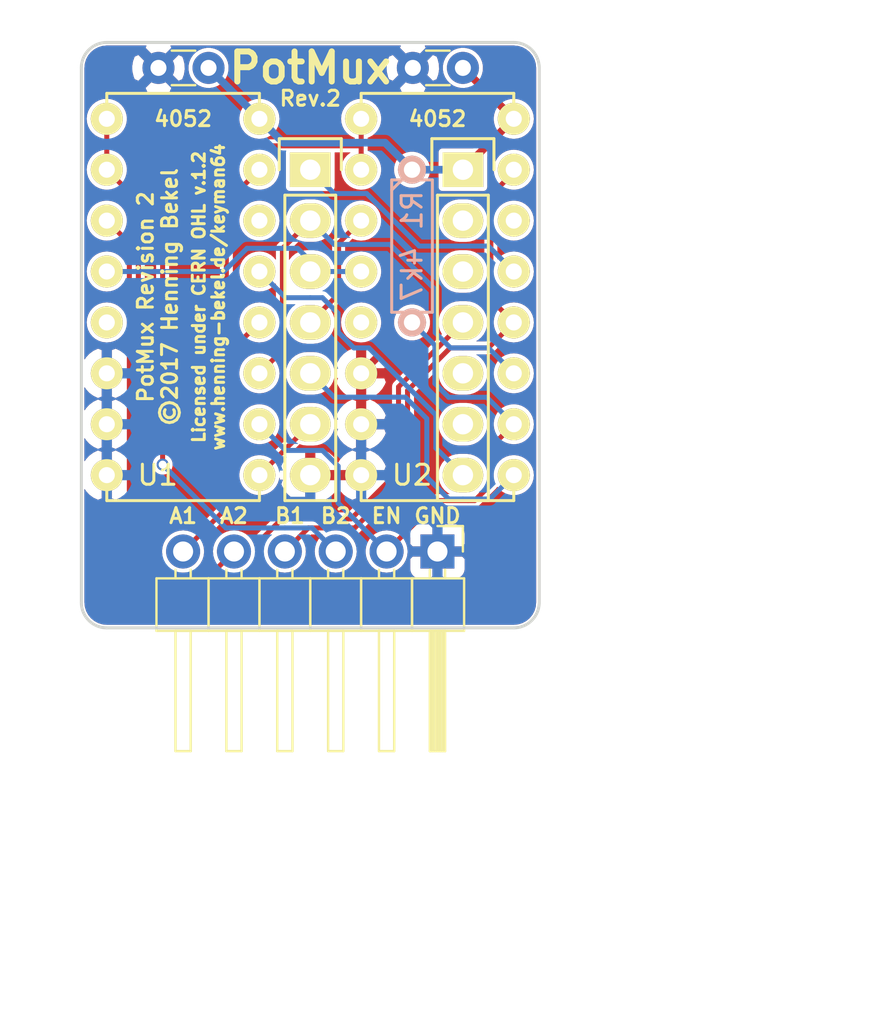
<source format=kicad_pcb>
(kicad_pcb (version 4) (host pcbnew 4.0.4-stable)

  (general
    (links 35)
    (no_connects 0)
    (area 126.673238 87.925 174.22 141.130001)
    (thickness 1.6)
    (drawings 22)
    (tracks 168)
    (zones 0)
    (modules 8)
    (nets 24)
  )

  (page A4)
  (title_block
    (title "PotMux - Pot line multiplexer for the C64")
    (date 2017-04-27)
    (rev 2)
    (comment 2 "Copyright Henning Bekel 2016.\\nThis documentation describes Open Hardware and is licensed under the CERN OHL v. 1.2.\\nYou may redistribute and modify this documentation under the terms of the CERN OHL v.1.2.\\n(http://ohwr.org/cernohl). This documentation is distributed WITHOUT ANY EXPRESS OR\\nIMPLIED WARRANTY, INCLUDING OF MERCHANTABILITY, SATISFACTORY QUALITY AND FITNESS\\nFOR A PARTICULAR PURPOSE. Please see the CERN OHL v.1.2 for applicable conditions")
  )

  (layers
    (0 F.Cu signal)
    (31 B.Cu signal)
    (32 B.Adhes user)
    (33 F.Adhes user)
    (34 B.Paste user)
    (35 F.Paste user)
    (36 B.SilkS user)
    (37 F.SilkS user)
    (38 B.Mask user)
    (39 F.Mask user)
    (40 Dwgs.User user)
    (41 Cmts.User user)
    (42 Eco1.User user)
    (43 Eco2.User user)
    (44 Edge.Cuts user)
    (45 Margin user)
    (46 B.CrtYd user)
    (47 F.CrtYd user)
    (48 B.Fab user)
    (49 F.Fab user)
  )

  (setup
    (last_trace_width 0.25)
    (trace_clearance 0.2)
    (zone_clearance 0.0762)
    (zone_45_only no)
    (trace_min 0.2)
    (segment_width 0.2)
    (edge_width 0.15)
    (via_size 0.6)
    (via_drill 0.4)
    (via_min_size 0.4)
    (via_min_drill 0.3)
    (uvia_size 0.3)
    (uvia_drill 0.1)
    (uvias_allowed no)
    (uvia_min_size 0.2)
    (uvia_min_drill 0.1)
    (pcb_text_width 0.3)
    (pcb_text_size 1.5 1.5)
    (mod_edge_width 0.15)
    (mod_text_size 1 1)
    (mod_text_width 0.15)
    (pad_size 1.524 1.524)
    (pad_drill 0.762)
    (pad_to_mask_clearance 0.2)
    (aux_axis_origin 0 0)
    (visible_elements 7FFFFFFF)
    (pcbplotparams
      (layerselection 0x010f0_80000001)
      (usegerberextensions true)
      (usegerberattributes true)
      (excludeedgelayer true)
      (linewidth 0.100000)
      (plotframeref false)
      (viasonmask true)
      (mode 1)
      (useauxorigin false)
      (hpglpennumber 1)
      (hpglpenspeed 20)
      (hpglpendiameter 15)
      (hpglpenoverlay 2)
      (psnegative false)
      (psa4output false)
      (plotreference true)
      (plotvalue true)
      (plotinvisibletext false)
      (padsonsilk false)
      (subtractmaskfromsilk true)
      (outputformat 1)
      (mirror false)
      (drillshape 0)
      (scaleselection 1)
      (outputdirectory gerber/))
  )

  (net 0 "")
  (net 1 VCC)
  (net 2 GND)
  (net 3 /POTBX)
  (net 4 /POTX)
  (net 5 /POTY)
  (net 6 /POTBY)
  (net 7 /PA7)
  (net 8 /PA6)
  (net 9 /A1)
  (net 10 /A2)
  (net 11 /B1)
  (net 12 /B2)
  (net 13 /~EN)
  (net 14 /POTAY)
  (net 15 /POTAX)
  (net 16 "Net-(U1-Pad5)")
  (net 17 "Net-(U1-Pad14)")
  (net 18 "Net-(U2-Pad5)")
  (net 19 "Net-(U2-Pad14)")
  (net 20 "Net-(P3-Pad2)")
  (net 21 "Net-(P3-Pad3)")
  (net 22 "Net-(P3-Pad5)")
  (net 23 "Net-(P3-Pad6)")

  (net_class Default "Dies ist die voreingestellte Netzklasse."
    (clearance 0.2)
    (trace_width 0.25)
    (via_dia 0.6)
    (via_drill 0.4)
    (uvia_dia 0.3)
    (uvia_drill 0.1)
    (add_net /A1)
    (add_net /A2)
    (add_net /B1)
    (add_net /B2)
    (add_net /PA6)
    (add_net /PA7)
    (add_net /POTAX)
    (add_net /POTAY)
    (add_net /POTBX)
    (add_net /POTBY)
    (add_net /POTX)
    (add_net /POTY)
    (add_net /~EN)
    (add_net "Net-(P3-Pad2)")
    (add_net "Net-(P3-Pad3)")
    (add_net "Net-(P3-Pad5)")
    (add_net "Net-(P3-Pad6)")
    (add_net "Net-(U1-Pad14)")
    (add_net "Net-(U1-Pad5)")
    (add_net "Net-(U2-Pad14)")
    (add_net "Net-(U2-Pad5)")
  )

  (net_class Power ""
    (clearance 0.2)
    (trace_width 0.381)
    (via_dia 0.6)
    (via_drill 0.4)
    (uvia_dia 0.3)
    (uvia_drill 0.1)
    (add_net GND)
    (add_net VCC)
  )

  (module Pin_Headers:Pin_Header_Straight_1x07 (layer F.Cu) (tedit 5901D0A5) (tstamp 580DFB98)
    (at 142.24 96.52)
    (descr "Through hole pin header")
    (tags "pin header")
    (path /580E7A37)
    (fp_text reference P1 (at 0 19.05) (layer F.Fab)
      (effects (font (size 1 1) (thickness 0.15)))
    )
    (fp_text value SOCKET_LEFT (at 0 35.052 90) (layer F.Fab)
      (effects (font (size 1 1) (thickness 0.15)))
    )
    (fp_line (start -1.75 -1.75) (end -1.75 17) (layer F.CrtYd) (width 0.05))
    (fp_line (start 1.75 -1.75) (end 1.75 17) (layer F.CrtYd) (width 0.05))
    (fp_line (start -1.75 -1.75) (end 1.75 -1.75) (layer F.CrtYd) (width 0.05))
    (fp_line (start -1.75 17) (end 1.75 17) (layer F.CrtYd) (width 0.05))
    (fp_line (start 1.27 1.27) (end 1.27 16.51) (layer F.SilkS) (width 0.15))
    (fp_line (start 1.27 16.51) (end -1.27 16.51) (layer F.SilkS) (width 0.15))
    (fp_line (start -1.27 16.51) (end -1.27 1.27) (layer F.SilkS) (width 0.15))
    (fp_line (start 1.55 -1.55) (end 1.55 0) (layer F.SilkS) (width 0.15))
    (fp_line (start 1.27 1.27) (end -1.27 1.27) (layer F.SilkS) (width 0.15))
    (fp_line (start -1.55 0) (end -1.55 -1.55) (layer F.SilkS) (width 0.15))
    (fp_line (start -1.55 -1.55) (end 1.55 -1.55) (layer F.SilkS) (width 0.15))
    (pad 1 thru_hole rect (at 0 0) (size 2.032 1.7272) (drill 1.016) (layers *.Cu *.Mask F.SilkS)
      (net 3 /POTBX))
    (pad 2 thru_hole oval (at 0 2.54) (size 2.032 1.7272) (drill 1.016) (layers *.Cu *.Mask F.SilkS)
      (net 4 /POTX))
    (pad 3 thru_hole oval (at 0 5.08) (size 2.032 1.7272) (drill 1.016) (layers *.Cu *.Mask F.SilkS)
      (net 5 /POTY))
    (pad 4 thru_hole oval (at 0 7.62) (size 2.032 1.7272) (drill 1.016) (layers *.Cu *.Mask F.SilkS)
      (net 6 /POTBY))
    (pad 5 thru_hole oval (at 0 10.16) (size 2.032 1.7272) (drill 1.016) (layers *.Cu *.Mask F.SilkS)
      (net 7 /PA7))
    (pad 6 thru_hole oval (at 0 12.7) (size 2.032 1.7272) (drill 1.016) (layers *.Cu *.Mask F.SilkS)
      (net 8 /PA6))
    (pad 7 thru_hole oval (at 0 15.24) (size 2.032 1.7272) (drill 1.016) (layers *.Cu *.Mask F.SilkS)
      (net 2 GND))
    (model Pin_Headers.3dshapes/Pin_Header_Straight_1x07.wrl
      (at (xyz 0 -0.3 -0.06))
      (scale (xyz 1 1 1))
      (rotate (xyz 0 180 90))
    )
  )

  (module Pin_Headers:Pin_Header_Straight_1x07 (layer F.Cu) (tedit 5901D0AA) (tstamp 580DFBAD)
    (at 149.86 96.52)
    (descr "Through hole pin header")
    (tags "pin header")
    (path /580E7AAB)
    (fp_text reference P3 (at 0 19.05) (layer F.Fab)
      (effects (font (size 1 1) (thickness 0.15)))
    )
    (fp_text value SOCKET_RIGHT (at 0 35.052 90) (layer F.Fab)
      (effects (font (size 1 1) (thickness 0.15)))
    )
    (fp_line (start -1.75 -1.75) (end -1.75 17) (layer F.CrtYd) (width 0.05))
    (fp_line (start 1.75 -1.75) (end 1.75 17) (layer F.CrtYd) (width 0.05))
    (fp_line (start -1.75 -1.75) (end 1.75 -1.75) (layer F.CrtYd) (width 0.05))
    (fp_line (start -1.75 17) (end 1.75 17) (layer F.CrtYd) (width 0.05))
    (fp_line (start 1.27 1.27) (end 1.27 16.51) (layer F.SilkS) (width 0.15))
    (fp_line (start 1.27 16.51) (end -1.27 16.51) (layer F.SilkS) (width 0.15))
    (fp_line (start -1.27 16.51) (end -1.27 1.27) (layer F.SilkS) (width 0.15))
    (fp_line (start 1.55 -1.55) (end 1.55 0) (layer F.SilkS) (width 0.15))
    (fp_line (start 1.27 1.27) (end -1.27 1.27) (layer F.SilkS) (width 0.15))
    (fp_line (start -1.55 0) (end -1.55 -1.55) (layer F.SilkS) (width 0.15))
    (fp_line (start -1.55 -1.55) (end 1.55 -1.55) (layer F.SilkS) (width 0.15))
    (pad 1 thru_hole rect (at 0 0) (size 2.032 1.7272) (drill 1.016) (layers *.Cu *.Mask F.SilkS)
      (net 1 VCC))
    (pad 2 thru_hole oval (at 0 2.54) (size 2.032 1.7272) (drill 1.016) (layers *.Cu *.Mask F.SilkS)
      (net 20 "Net-(P3-Pad2)"))
    (pad 3 thru_hole oval (at 0 5.08) (size 2.032 1.7272) (drill 1.016) (layers *.Cu *.Mask F.SilkS)
      (net 21 "Net-(P3-Pad3)"))
    (pad 4 thru_hole oval (at 0 7.62) (size 2.032 1.7272) (drill 1.016) (layers *.Cu *.Mask F.SilkS)
      (net 14 /POTAY))
    (pad 5 thru_hole oval (at 0 10.16) (size 2.032 1.7272) (drill 1.016) (layers *.Cu *.Mask F.SilkS)
      (net 22 "Net-(P3-Pad5)"))
    (pad 6 thru_hole oval (at 0 12.7) (size 2.032 1.7272) (drill 1.016) (layers *.Cu *.Mask F.SilkS)
      (net 23 "Net-(P3-Pad6)"))
    (pad 7 thru_hole oval (at 0 15.24) (size 2.032 1.7272) (drill 1.016) (layers *.Cu *.Mask F.SilkS)
      (net 15 /POTAX))
    (model Pin_Headers.3dshapes/Pin_Header_Straight_1x07.wrl
      (at (xyz 0 -0.3 -0.06))
      (scale (xyz 1 1 1))
      (rotate (xyz 0 180 90))
    )
  )

  (module Discret:R3 (layer B.Cu) (tedit 580E2A2A) (tstamp 580DFBB3)
    (at 147.32 100.33 270)
    (descr "Resitance 3 pas")
    (tags R)
    (path /580E88C9)
    (fp_text reference R1 (at -1.778 0 270) (layer B.SilkS)
      (effects (font (size 1 1) (thickness 0.15)) (justify mirror))
    )
    (fp_text value 4k7 (at 1.397 0 270) (layer B.SilkS)
      (effects (font (size 1 1) (thickness 0.15)) (justify mirror))
    )
    (fp_line (start -3.81 0) (end -3.302 0) (layer B.SilkS) (width 0.15))
    (fp_line (start 3.81 0) (end 3.302 0) (layer B.SilkS) (width 0.15))
    (fp_line (start 3.302 0) (end 3.302 1.016) (layer B.SilkS) (width 0.15))
    (fp_line (start 3.302 1.016) (end -3.302 1.016) (layer B.SilkS) (width 0.15))
    (fp_line (start -3.302 1.016) (end -3.302 -1.016) (layer B.SilkS) (width 0.15))
    (fp_line (start -3.302 -1.016) (end 3.302 -1.016) (layer B.SilkS) (width 0.15))
    (fp_line (start 3.302 -1.016) (end 3.302 0) (layer B.SilkS) (width 0.15))
    (fp_line (start -3.302 0.508) (end -2.794 1.016) (layer B.SilkS) (width 0.15))
    (pad 1 thru_hole circle (at -3.81 0 270) (size 1.397 1.397) (drill 0.8128) (layers *.Cu *.Mask B.SilkS)
      (net 1 VCC))
    (pad 2 thru_hole circle (at 3.81 0 270) (size 1.397 1.397) (drill 0.8128) (layers *.Cu *.Mask B.SilkS)
      (net 13 /~EN))
    (model Discret.3dshapes/R3.wrl
      (at (xyz 0 0 0))
      (scale (xyz 0.3 0.3 0.3))
      (rotate (xyz 0 0 180))
    )
  )

  (module Pin_Headers:Pin_Header_Angled_1x06_Pitch2.54mm (layer F.Cu) (tedit 590B05F6) (tstamp 5901CC22)
    (at 148.59 115.57 270)
    (descr "Through hole angled pin header, 1x06, 2.54mm pitch, 6mm pin length, single row")
    (tags "Through hole angled pin header THT 1x06 2.54mm single row")
    (path /5901CA9B)
    (fp_text reference P4 (at 6.604 6.35 360) (layer F.Fab)
      (effects (font (size 1 1) (thickness 0.15)))
    )
    (fp_text value KEYMAN64 (at 8.89 -5.08 360) (layer F.Fab)
      (effects (font (size 1 1) (thickness 0.15)))
    )
    (fp_line (start 1.4 -1.27) (end 1.4 1.27) (layer F.Fab) (width 0.1))
    (fp_line (start 1.4 1.27) (end 3.9 1.27) (layer F.Fab) (width 0.1))
    (fp_line (start 3.9 1.27) (end 3.9 -1.27) (layer F.Fab) (width 0.1))
    (fp_line (start 3.9 -1.27) (end 1.4 -1.27) (layer F.Fab) (width 0.1))
    (fp_line (start 0 -0.32) (end 0 0.32) (layer F.Fab) (width 0.1))
    (fp_line (start 0 0.32) (end 9.9 0.32) (layer F.Fab) (width 0.1))
    (fp_line (start 9.9 0.32) (end 9.9 -0.32) (layer F.Fab) (width 0.1))
    (fp_line (start 9.9 -0.32) (end 0 -0.32) (layer F.Fab) (width 0.1))
    (fp_line (start 1.4 1.27) (end 1.4 3.81) (layer F.Fab) (width 0.1))
    (fp_line (start 1.4 3.81) (end 3.9 3.81) (layer F.Fab) (width 0.1))
    (fp_line (start 3.9 3.81) (end 3.9 1.27) (layer F.Fab) (width 0.1))
    (fp_line (start 3.9 1.27) (end 1.4 1.27) (layer F.Fab) (width 0.1))
    (fp_line (start 0 2.22) (end 0 2.86) (layer F.Fab) (width 0.1))
    (fp_line (start 0 2.86) (end 9.9 2.86) (layer F.Fab) (width 0.1))
    (fp_line (start 9.9 2.86) (end 9.9 2.22) (layer F.Fab) (width 0.1))
    (fp_line (start 9.9 2.22) (end 0 2.22) (layer F.Fab) (width 0.1))
    (fp_line (start 1.4 3.81) (end 1.4 6.35) (layer F.Fab) (width 0.1))
    (fp_line (start 1.4 6.35) (end 3.9 6.35) (layer F.Fab) (width 0.1))
    (fp_line (start 3.9 6.35) (end 3.9 3.81) (layer F.Fab) (width 0.1))
    (fp_line (start 3.9 3.81) (end 1.4 3.81) (layer F.Fab) (width 0.1))
    (fp_line (start 0 4.76) (end 0 5.4) (layer F.Fab) (width 0.1))
    (fp_line (start 0 5.4) (end 9.9 5.4) (layer F.Fab) (width 0.1))
    (fp_line (start 9.9 5.4) (end 9.9 4.76) (layer F.Fab) (width 0.1))
    (fp_line (start 9.9 4.76) (end 0 4.76) (layer F.Fab) (width 0.1))
    (fp_line (start 1.4 6.35) (end 1.4 8.89) (layer F.Fab) (width 0.1))
    (fp_line (start 1.4 8.89) (end 3.9 8.89) (layer F.Fab) (width 0.1))
    (fp_line (start 3.9 8.89) (end 3.9 6.35) (layer F.Fab) (width 0.1))
    (fp_line (start 3.9 6.35) (end 1.4 6.35) (layer F.Fab) (width 0.1))
    (fp_line (start 0 7.3) (end 0 7.94) (layer F.Fab) (width 0.1))
    (fp_line (start 0 7.94) (end 9.9 7.94) (layer F.Fab) (width 0.1))
    (fp_line (start 9.9 7.94) (end 9.9 7.3) (layer F.Fab) (width 0.1))
    (fp_line (start 9.9 7.3) (end 0 7.3) (layer F.Fab) (width 0.1))
    (fp_line (start 1.4 8.89) (end 1.4 11.43) (layer F.Fab) (width 0.1))
    (fp_line (start 1.4 11.43) (end 3.9 11.43) (layer F.Fab) (width 0.1))
    (fp_line (start 3.9 11.43) (end 3.9 8.89) (layer F.Fab) (width 0.1))
    (fp_line (start 3.9 8.89) (end 1.4 8.89) (layer F.Fab) (width 0.1))
    (fp_line (start 0 9.84) (end 0 10.48) (layer F.Fab) (width 0.1))
    (fp_line (start 0 10.48) (end 9.9 10.48) (layer F.Fab) (width 0.1))
    (fp_line (start 9.9 10.48) (end 9.9 9.84) (layer F.Fab) (width 0.1))
    (fp_line (start 9.9 9.84) (end 0 9.84) (layer F.Fab) (width 0.1))
    (fp_line (start 1.4 11.43) (end 1.4 13.97) (layer F.Fab) (width 0.1))
    (fp_line (start 1.4 13.97) (end 3.9 13.97) (layer F.Fab) (width 0.1))
    (fp_line (start 3.9 13.97) (end 3.9 11.43) (layer F.Fab) (width 0.1))
    (fp_line (start 3.9 11.43) (end 1.4 11.43) (layer F.Fab) (width 0.1))
    (fp_line (start 0 12.38) (end 0 13.02) (layer F.Fab) (width 0.1))
    (fp_line (start 0 13.02) (end 9.9 13.02) (layer F.Fab) (width 0.1))
    (fp_line (start 9.9 13.02) (end 9.9 12.38) (layer F.Fab) (width 0.1))
    (fp_line (start 9.9 12.38) (end 0 12.38) (layer F.Fab) (width 0.1))
    (fp_line (start 1.34 -1.33) (end 1.34 1.27) (layer F.SilkS) (width 0.12))
    (fp_line (start 1.34 1.27) (end 3.96 1.27) (layer F.SilkS) (width 0.12))
    (fp_line (start 3.96 1.27) (end 3.96 -1.33) (layer F.SilkS) (width 0.12))
    (fp_line (start 3.96 -1.33) (end 1.34 -1.33) (layer F.SilkS) (width 0.12))
    (fp_line (start 3.96 -0.38) (end 3.96 0.38) (layer F.SilkS) (width 0.12))
    (fp_line (start 3.96 0.38) (end 9.96 0.38) (layer F.SilkS) (width 0.12))
    (fp_line (start 9.96 0.38) (end 9.96 -0.38) (layer F.SilkS) (width 0.12))
    (fp_line (start 9.96 -0.38) (end 3.96 -0.38) (layer F.SilkS) (width 0.12))
    (fp_line (start 0.91 -0.38) (end 1.34 -0.38) (layer F.SilkS) (width 0.12))
    (fp_line (start 0.91 0.38) (end 1.34 0.38) (layer F.SilkS) (width 0.12))
    (fp_line (start 3.96 -0.26) (end 9.96 -0.26) (layer F.SilkS) (width 0.12))
    (fp_line (start 3.96 -0.14) (end 9.96 -0.14) (layer F.SilkS) (width 0.12))
    (fp_line (start 3.96 -0.02) (end 9.96 -0.02) (layer F.SilkS) (width 0.12))
    (fp_line (start 3.96 0.1) (end 9.96 0.1) (layer F.SilkS) (width 0.12))
    (fp_line (start 3.96 0.22) (end 9.96 0.22) (layer F.SilkS) (width 0.12))
    (fp_line (start 3.96 0.34) (end 9.96 0.34) (layer F.SilkS) (width 0.12))
    (fp_line (start 1.34 1.27) (end 1.34 3.81) (layer F.SilkS) (width 0.12))
    (fp_line (start 1.34 3.81) (end 3.96 3.81) (layer F.SilkS) (width 0.12))
    (fp_line (start 3.96 3.81) (end 3.96 1.27) (layer F.SilkS) (width 0.12))
    (fp_line (start 3.96 1.27) (end 1.34 1.27) (layer F.SilkS) (width 0.12))
    (fp_line (start 3.96 2.16) (end 3.96 2.92) (layer F.SilkS) (width 0.12))
    (fp_line (start 3.96 2.92) (end 9.96 2.92) (layer F.SilkS) (width 0.12))
    (fp_line (start 9.96 2.92) (end 9.96 2.16) (layer F.SilkS) (width 0.12))
    (fp_line (start 9.96 2.16) (end 3.96 2.16) (layer F.SilkS) (width 0.12))
    (fp_line (start 0.91 2.16) (end 1.34 2.16) (layer F.SilkS) (width 0.12))
    (fp_line (start 0.91 2.92) (end 1.34 2.92) (layer F.SilkS) (width 0.12))
    (fp_line (start 1.34 3.81) (end 1.34 6.35) (layer F.SilkS) (width 0.12))
    (fp_line (start 1.34 6.35) (end 3.96 6.35) (layer F.SilkS) (width 0.12))
    (fp_line (start 3.96 6.35) (end 3.96 3.81) (layer F.SilkS) (width 0.12))
    (fp_line (start 3.96 3.81) (end 1.34 3.81) (layer F.SilkS) (width 0.12))
    (fp_line (start 3.96 4.7) (end 3.96 5.46) (layer F.SilkS) (width 0.12))
    (fp_line (start 3.96 5.46) (end 9.96 5.46) (layer F.SilkS) (width 0.12))
    (fp_line (start 9.96 5.46) (end 9.96 4.7) (layer F.SilkS) (width 0.12))
    (fp_line (start 9.96 4.7) (end 3.96 4.7) (layer F.SilkS) (width 0.12))
    (fp_line (start 0.91 4.7) (end 1.34 4.7) (layer F.SilkS) (width 0.12))
    (fp_line (start 0.91 5.46) (end 1.34 5.46) (layer F.SilkS) (width 0.12))
    (fp_line (start 1.34 6.35) (end 1.34 8.89) (layer F.SilkS) (width 0.12))
    (fp_line (start 1.34 8.89) (end 3.96 8.89) (layer F.SilkS) (width 0.12))
    (fp_line (start 3.96 8.89) (end 3.96 6.35) (layer F.SilkS) (width 0.12))
    (fp_line (start 3.96 6.35) (end 1.34 6.35) (layer F.SilkS) (width 0.12))
    (fp_line (start 3.96 7.24) (end 3.96 8) (layer F.SilkS) (width 0.12))
    (fp_line (start 3.96 8) (end 9.96 8) (layer F.SilkS) (width 0.12))
    (fp_line (start 9.96 8) (end 9.96 7.24) (layer F.SilkS) (width 0.12))
    (fp_line (start 9.96 7.24) (end 3.96 7.24) (layer F.SilkS) (width 0.12))
    (fp_line (start 0.91 7.24) (end 1.34 7.24) (layer F.SilkS) (width 0.12))
    (fp_line (start 0.91 8) (end 1.34 8) (layer F.SilkS) (width 0.12))
    (fp_line (start 1.34 8.89) (end 1.34 11.43) (layer F.SilkS) (width 0.12))
    (fp_line (start 1.34 11.43) (end 3.96 11.43) (layer F.SilkS) (width 0.12))
    (fp_line (start 3.96 11.43) (end 3.96 8.89) (layer F.SilkS) (width 0.12))
    (fp_line (start 3.96 8.89) (end 1.34 8.89) (layer F.SilkS) (width 0.12))
    (fp_line (start 3.96 9.78) (end 3.96 10.54) (layer F.SilkS) (width 0.12))
    (fp_line (start 3.96 10.54) (end 9.96 10.54) (layer F.SilkS) (width 0.12))
    (fp_line (start 9.96 10.54) (end 9.96 9.78) (layer F.SilkS) (width 0.12))
    (fp_line (start 9.96 9.78) (end 3.96 9.78) (layer F.SilkS) (width 0.12))
    (fp_line (start 0.91 9.78) (end 1.34 9.78) (layer F.SilkS) (width 0.12))
    (fp_line (start 0.91 10.54) (end 1.34 10.54) (layer F.SilkS) (width 0.12))
    (fp_line (start 1.34 11.43) (end 1.34 14.03) (layer F.SilkS) (width 0.12))
    (fp_line (start 1.34 14.03) (end 3.96 14.03) (layer F.SilkS) (width 0.12))
    (fp_line (start 3.96 14.03) (end 3.96 11.43) (layer F.SilkS) (width 0.12))
    (fp_line (start 3.96 11.43) (end 1.34 11.43) (layer F.SilkS) (width 0.12))
    (fp_line (start 3.96 12.32) (end 3.96 13.08) (layer F.SilkS) (width 0.12))
    (fp_line (start 3.96 13.08) (end 9.96 13.08) (layer F.SilkS) (width 0.12))
    (fp_line (start 9.96 13.08) (end 9.96 12.32) (layer F.SilkS) (width 0.12))
    (fp_line (start 9.96 12.32) (end 3.96 12.32) (layer F.SilkS) (width 0.12))
    (fp_line (start 0.91 12.32) (end 1.34 12.32) (layer F.SilkS) (width 0.12))
    (fp_line (start 0.91 13.08) (end 1.34 13.08) (layer F.SilkS) (width 0.12))
    (fp_line (start -1.27 0) (end -1.27 -1.27) (layer F.SilkS) (width 0.12))
    (fp_line (start -1.27 -1.27) (end 0 -1.27) (layer F.SilkS) (width 0.12))
    (fp_line (start -1.8 -1.8) (end -1.8 14.5) (layer F.CrtYd) (width 0.05))
    (fp_line (start -1.8 14.5) (end 10.4 14.5) (layer F.CrtYd) (width 0.05))
    (fp_line (start 10.4 14.5) (end 10.4 -1.8) (layer F.CrtYd) (width 0.05))
    (fp_line (start 10.4 -1.8) (end -1.8 -1.8) (layer F.CrtYd) (width 0.05))
    (fp_text user %R (at 7.62 -5.08 360) (layer F.Fab)
      (effects (font (size 1 1) (thickness 0.15)))
    )
    (pad 1 thru_hole rect (at 0 0 270) (size 1.7 1.7) (drill 1) (layers *.Cu *.Mask)
      (net 2 GND))
    (pad 2 thru_hole oval (at 0 2.54 270) (size 1.7 1.7) (drill 1) (layers *.Cu *.Mask)
      (net 13 /~EN))
    (pad 3 thru_hole oval (at 0 5.08 270) (size 1.7 1.7) (drill 1) (layers *.Cu *.Mask)
      (net 12 /B2))
    (pad 4 thru_hole oval (at 0 7.62 270) (size 1.7 1.7) (drill 1) (layers *.Cu *.Mask)
      (net 11 /B1))
    (pad 5 thru_hole oval (at 0 10.16 270) (size 1.7 1.7) (drill 1) (layers *.Cu *.Mask)
      (net 10 /A2))
    (pad 6 thru_hole oval (at 0 12.7 270) (size 1.7 1.7) (drill 1) (layers *.Cu *.Mask)
      (net 9 /A1))
    (model ${KISYS3DMOD}/Pin_Headers.3dshapes/Pin_Header_Angled_1x06.wrl
      (at (xyz 0 -0.25 0))
      (scale (xyz 1 1 1))
      (rotate (xyz 0 0 90))
    )
  )

  (module custom:DIP-16_W7.62mm (layer F.Cu) (tedit 5909EC0D) (tstamp 580DFBDB)
    (at 144.78 93.98)
    (descr "16-lead dip package, row spacing 7.62 mm (300 mils)")
    (tags "dil dip 2.54 300")
    (path /580E8430)
    (fp_text reference U2 (at 2.54 17.78) (layer F.SilkS)
      (effects (font (size 1 1) (thickness 0.15)))
    )
    (fp_text value 4052 (at 10.922 0) (layer F.Fab)
      (effects (font (size 1 1) (thickness 0.15)))
    )
    (fp_line (start 0 17.78) (end 0 19.05) (layer F.SilkS) (width 0.15))
    (fp_line (start 0 19.05) (end 7.62 19.05) (layer F.SilkS) (width 0.15))
    (fp_line (start 7.62 19.05) (end 7.62 17.78) (layer F.SilkS) (width 0.15))
    (fp_line (start 0 0) (end 0 -1.27) (layer F.SilkS) (width 0.15))
    (fp_line (start 0 -1.27) (end 7.62 -1.27) (layer F.SilkS) (width 0.15))
    (fp_line (start 7.62 -1.27) (end 7.62 0) (layer F.SilkS) (width 0.15))
    (fp_line (start -1.05 -2.45) (end -1.05 20.25) (layer F.CrtYd) (width 0.05))
    (fp_line (start 8.65 -2.45) (end 8.65 20.25) (layer F.CrtYd) (width 0.05))
    (fp_line (start -1.05 -2.45) (end 8.65 -2.45) (layer F.CrtYd) (width 0.05))
    (fp_line (start -1.05 20.25) (end 8.65 20.25) (layer F.CrtYd) (width 0.05))
    (pad 1 thru_hole oval (at 0 0) (size 1.6 1.6) (drill 0.8) (layers *.Cu *.Mask F.SilkS)
      (net 12 /B2))
    (pad 2 thru_hole oval (at 0 2.54) (size 1.6 1.6) (drill 0.8) (layers *.Cu *.Mask F.SilkS)
      (net 12 /B2))
    (pad 3 thru_hole oval (at 0 5.08) (size 1.6 1.6) (drill 0.8) (layers *.Cu *.Mask F.SilkS)
      (net 6 /POTBY))
    (pad 4 thru_hole oval (at 0 7.62) (size 1.6 1.6) (drill 0.8) (layers *.Cu *.Mask F.SilkS)
      (net 5 /POTY))
    (pad 5 thru_hole oval (at 0 10.16) (size 1.6 1.6) (drill 0.8) (layers *.Cu *.Mask F.SilkS)
      (net 18 "Net-(U2-Pad5)"))
    (pad 6 thru_hole oval (at 0 12.7) (size 1.6 1.6) (drill 0.8) (layers *.Cu *.Mask F.SilkS)
      (net 2 GND))
    (pad 7 thru_hole oval (at 0 15.24) (size 1.6 1.6) (drill 0.8) (layers *.Cu *.Mask F.SilkS)
      (net 2 GND))
    (pad 8 thru_hole oval (at 0 17.78) (size 1.6 1.6) (drill 0.8) (layers *.Cu *.Mask F.SilkS)
      (net 2 GND))
    (pad 9 thru_hole oval (at 7.62 17.78) (size 1.6 1.6) (drill 0.8) (layers *.Cu *.Mask F.SilkS)
      (net 7 /PA7))
    (pad 10 thru_hole oval (at 7.62 15.24) (size 1.6 1.6) (drill 0.8) (layers *.Cu *.Mask F.SilkS)
      (net 13 /~EN))
    (pad 11 thru_hole oval (at 7.62 12.7) (size 1.6 1.6) (drill 0.8) (layers *.Cu *.Mask F.SilkS)
      (net 4 /POTX))
    (pad 12 thru_hole oval (at 7.62 10.16) (size 1.6 1.6) (drill 0.8) (layers *.Cu *.Mask F.SilkS)
      (net 11 /B1))
    (pad 13 thru_hole oval (at 7.62 7.62) (size 1.6 1.6) (drill 0.8) (layers *.Cu *.Mask F.SilkS)
      (net 3 /POTBX))
    (pad 14 thru_hole oval (at 7.62 5.08) (size 1.6 1.6) (drill 0.8) (layers *.Cu *.Mask F.SilkS)
      (net 19 "Net-(U2-Pad14)"))
    (pad 15 thru_hole oval (at 7.62 2.54) (size 1.6 1.6) (drill 0.8) (layers *.Cu *.Mask F.SilkS)
      (net 11 /B1))
    (pad 16 thru_hole oval (at 7.62 0) (size 1.6 1.6) (drill 0.8) (layers *.Cu *.Mask F.SilkS)
      (net 1 VCC))
    (model Housings_DIP.3dshapes/DIP-16_W7.62mm.wrl
      (at (xyz 0 0 0))
      (scale (xyz 1 1 1))
      (rotate (xyz 0 0 0))
    )
  )

  (module custom:DIP-16_W7.62mm (layer F.Cu) (tedit 5909EC00) (tstamp 580DFBC7)
    (at 132.08 93.98)
    (descr "16-lead dip package, row spacing 7.62 mm (300 mils)")
    (tags "dil dip 2.54 300")
    (path /580E8125)
    (fp_text reference U1 (at 2.54 17.78) (layer F.SilkS)
      (effects (font (size 1 1) (thickness 0.15)))
    )
    (fp_text value 4052 (at -3.302 0) (layer F.Fab)
      (effects (font (size 1 1) (thickness 0.15)))
    )
    (fp_line (start 0 17.78) (end 0 19.05) (layer F.SilkS) (width 0.15))
    (fp_line (start 0 19.05) (end 7.62 19.05) (layer F.SilkS) (width 0.15))
    (fp_line (start 7.62 19.05) (end 7.62 17.78) (layer F.SilkS) (width 0.15))
    (fp_line (start 0 0) (end 0 -1.27) (layer F.SilkS) (width 0.15))
    (fp_line (start 0 -1.27) (end 7.62 -1.27) (layer F.SilkS) (width 0.15))
    (fp_line (start 7.62 -1.27) (end 7.62 0) (layer F.SilkS) (width 0.15))
    (fp_line (start -1.05 -2.45) (end -1.05 20.25) (layer F.CrtYd) (width 0.05))
    (fp_line (start 8.65 -2.45) (end 8.65 20.25) (layer F.CrtYd) (width 0.05))
    (fp_line (start -1.05 -2.45) (end 8.65 -2.45) (layer F.CrtYd) (width 0.05))
    (fp_line (start -1.05 20.25) (end 8.65 20.25) (layer F.CrtYd) (width 0.05))
    (pad 1 thru_hole oval (at 0 0) (size 1.6 1.6) (drill 0.8) (layers *.Cu *.Mask F.SilkS)
      (net 10 /A2))
    (pad 2 thru_hole oval (at 0 2.54) (size 1.6 1.6) (drill 0.8) (layers *.Cu *.Mask F.SilkS)
      (net 10 /A2))
    (pad 3 thru_hole oval (at 0 5.08) (size 1.6 1.6) (drill 0.8) (layers *.Cu *.Mask F.SilkS)
      (net 14 /POTAY))
    (pad 4 thru_hole oval (at 0 7.62) (size 1.6 1.6) (drill 0.8) (layers *.Cu *.Mask F.SilkS)
      (net 5 /POTY))
    (pad 5 thru_hole oval (at 0 10.16) (size 1.6 1.6) (drill 0.8) (layers *.Cu *.Mask F.SilkS)
      (net 16 "Net-(U1-Pad5)"))
    (pad 6 thru_hole oval (at 0 12.7) (size 1.6 1.6) (drill 0.8) (layers *.Cu *.Mask F.SilkS)
      (net 2 GND))
    (pad 7 thru_hole oval (at 0 15.24) (size 1.6 1.6) (drill 0.8) (layers *.Cu *.Mask F.SilkS)
      (net 2 GND))
    (pad 8 thru_hole oval (at 0 17.78) (size 1.6 1.6) (drill 0.8) (layers *.Cu *.Mask F.SilkS)
      (net 2 GND))
    (pad 9 thru_hole oval (at 7.62 17.78) (size 1.6 1.6) (drill 0.8) (layers *.Cu *.Mask F.SilkS)
      (net 8 /PA6))
    (pad 10 thru_hole oval (at 7.62 15.24) (size 1.6 1.6) (drill 0.8) (layers *.Cu *.Mask F.SilkS)
      (net 13 /~EN))
    (pad 11 thru_hole oval (at 7.62 12.7) (size 1.6 1.6) (drill 0.8) (layers *.Cu *.Mask F.SilkS)
      (net 4 /POTX))
    (pad 12 thru_hole oval (at 7.62 10.16) (size 1.6 1.6) (drill 0.8) (layers *.Cu *.Mask F.SilkS)
      (net 9 /A1))
    (pad 13 thru_hole oval (at 7.62 7.62) (size 1.6 1.6) (drill 0.8) (layers *.Cu *.Mask F.SilkS)
      (net 15 /POTAX))
    (pad 14 thru_hole oval (at 7.62 5.08) (size 1.6 1.6) (drill 0.8) (layers *.Cu *.Mask F.SilkS)
      (net 17 "Net-(U1-Pad14)"))
    (pad 15 thru_hole oval (at 7.62 2.54) (size 1.6 1.6) (drill 0.8) (layers *.Cu *.Mask F.SilkS)
      (net 9 /A1))
    (pad 16 thru_hole oval (at 7.62 0) (size 1.6 1.6) (drill 0.8) (layers *.Cu *.Mask F.SilkS)
      (net 1 VCC))
    (model Housings_DIP.3dshapes/DIP-16_W7.62mm.wrl
      (at (xyz 0 0 0))
      (scale (xyz 1 1 1))
      (rotate (xyz 0 0 0))
    )
  )

  (module Capacitors_ThroughHole:C_Disc_D3.0mm_W1.6mm_P2.50mm (layer F.Cu) (tedit 590B05DF) (tstamp 590AFE30)
    (at 137.16 91.44 180)
    (descr "C, Disc series, Radial, pin pitch=2.50mm, , diameter*width=3.0*1.6mm^2, Capacitor, http://www.vishay.com/docs/45233/krseries.pdf")
    (tags "C Disc series Radial pin pitch 2.50mm  diameter 3.0mm width 1.6mm Capacitor")
    (path /580E8BA8)
    (fp_text reference C1 (at 2.54 2.54 180) (layer F.Fab)
      (effects (font (size 1 1) (thickness 0.15)))
    )
    (fp_text value 100n (at -1.27 2.54 180) (layer F.Fab)
      (effects (font (size 1 1) (thickness 0.15)))
    )
    (fp_line (start -0.25 -0.8) (end -0.25 0.8) (layer F.Fab) (width 0.1))
    (fp_line (start -0.25 0.8) (end 2.75 0.8) (layer F.Fab) (width 0.1))
    (fp_line (start 2.75 0.8) (end 2.75 -0.8) (layer F.Fab) (width 0.1))
    (fp_line (start 2.75 -0.8) (end -0.25 -0.8) (layer F.Fab) (width 0.1))
    (fp_line (start 0.663 -0.861) (end 1.837 -0.861) (layer F.SilkS) (width 0.12))
    (fp_line (start 0.663 0.861) (end 1.837 0.861) (layer F.SilkS) (width 0.12))
    (fp_line (start -1.05 -1.15) (end -1.05 1.15) (layer F.CrtYd) (width 0.05))
    (fp_line (start -1.05 1.15) (end 3.55 1.15) (layer F.CrtYd) (width 0.05))
    (fp_line (start 3.55 1.15) (end 3.55 -1.15) (layer F.CrtYd) (width 0.05))
    (fp_line (start 3.55 -1.15) (end -1.05 -1.15) (layer F.CrtYd) (width 0.05))
    (pad 1 thru_hole circle (at 0 0 180) (size 1.6 1.6) (drill 0.8) (layers *.Cu *.Mask)
      (net 1 VCC))
    (pad 2 thru_hole circle (at 2.5 0 180) (size 1.6 1.6) (drill 0.8) (layers *.Cu *.Mask)
      (net 2 GND))
    (model Capacitors_THT.3dshapes/C_Disc_D3.0mm_W1.6mm_P2.50mm.wrl
      (at (xyz 0 0 0))
      (scale (xyz 0.393701 0.393701 0.393701))
      (rotate (xyz 0 0 0))
    )
  )

  (module Capacitors_ThroughHole:C_Disc_D3.0mm_W1.6mm_P2.50mm (layer F.Cu) (tedit 590AFEB8) (tstamp 590AFE40)
    (at 149.86 91.44 180)
    (descr "C, Disc series, Radial, pin pitch=2.50mm, , diameter*width=3.0*1.6mm^2, Capacitor, http://www.vishay.com/docs/45233/krseries.pdf")
    (tags "C Disc series Radial pin pitch 2.50mm  diameter 3.0mm width 1.6mm Capacitor")
    (path /580E8E2E)
    (fp_text reference C2 (at 2.54 2.54 180) (layer F.Fab)
      (effects (font (size 1 1) (thickness 0.15)))
    )
    (fp_text value 100n (at -1.27 2.54 180) (layer F.Fab)
      (effects (font (size 1 1) (thickness 0.15)))
    )
    (fp_line (start -0.25 -0.8) (end -0.25 0.8) (layer F.Fab) (width 0.1))
    (fp_line (start -0.25 0.8) (end 2.75 0.8) (layer F.Fab) (width 0.1))
    (fp_line (start 2.75 0.8) (end 2.75 -0.8) (layer F.Fab) (width 0.1))
    (fp_line (start 2.75 -0.8) (end -0.25 -0.8) (layer F.Fab) (width 0.1))
    (fp_line (start 0.663 -0.861) (end 1.837 -0.861) (layer F.SilkS) (width 0.12))
    (fp_line (start 0.663 0.861) (end 1.837 0.861) (layer F.SilkS) (width 0.12))
    (fp_line (start -1.05 -1.15) (end -1.05 1.15) (layer F.CrtYd) (width 0.05))
    (fp_line (start -1.05 1.15) (end 3.55 1.15) (layer F.CrtYd) (width 0.05))
    (fp_line (start 3.55 1.15) (end 3.55 -1.15) (layer F.CrtYd) (width 0.05))
    (fp_line (start 3.55 -1.15) (end -1.05 -1.15) (layer F.CrtYd) (width 0.05))
    (pad 1 thru_hole circle (at 0 0 180) (size 1.6 1.6) (drill 0.8) (layers *.Cu *.Mask)
      (net 1 VCC))
    (pad 2 thru_hole circle (at 2.5 0 180) (size 1.6 1.6) (drill 0.8) (layers *.Cu *.Mask)
      (net 2 GND))
    (model Capacitors_THT.3dshapes/C_Disc_D3.0mm_W1.6mm_P2.50mm.wrl
      (at (xyz 0 0 0))
      (scale (xyz 0.393701 0.393701 0.393701))
      (rotate (xyz 0 0 0))
    )
  )

  (dimension 22.86 (width 0.3) (layer Dwgs.User)
    (gr_text "22,860 mm" (at 142.24 139.78) (layer Dwgs.User)
      (effects (font (size 1.5 1.5) (thickness 0.3)))
    )
    (feature1 (pts (xy 153.67 119.38) (xy 153.67 141.13)))
    (feature2 (pts (xy 130.81 119.38) (xy 130.81 141.13)))
    (crossbar (pts (xy 130.81 138.43) (xy 153.67 138.43)))
    (arrow1a (pts (xy 153.67 138.43) (xy 152.543496 139.016421)))
    (arrow1b (pts (xy 153.67 138.43) (xy 152.543496 137.843579)))
    (arrow2a (pts (xy 130.81 138.43) (xy 131.936504 139.016421)))
    (arrow2b (pts (xy 130.81 138.43) (xy 131.936504 137.843579)))
  )
  (dimension 29.21 (width 0.3) (layer Dwgs.User)
    (gr_text "29,210 mm" (at 167.72 104.775 270) (layer Dwgs.User)
      (effects (font (size 1.5 1.5) (thickness 0.3)))
    )
    (feature1 (pts (xy 153.67 119.38) (xy 169.07 119.38)))
    (feature2 (pts (xy 153.67 90.17) (xy 169.07 90.17)))
    (crossbar (pts (xy 166.37 90.17) (xy 166.37 119.38)))
    (arrow1a (pts (xy 166.37 119.38) (xy 165.783579 118.253496)))
    (arrow1b (pts (xy 166.37 119.38) (xy 166.956421 118.253496)))
    (arrow2a (pts (xy 166.37 90.17) (xy 165.783579 91.296504)))
    (arrow2b (pts (xy 166.37 90.17) (xy 166.956421 91.296504)))
  )
  (gr_text Rev.2 (at 142.24 92.964) (layer F.SilkS)
    (effects (font (size 0.75 0.75) (thickness 0.15)))
  )
  (gr_text PotMux (at 142.24 91.44) (layer F.SilkS)
    (effects (font (size 1.5 1.5) (thickness 0.3)))
  )
  (gr_arc (start 132.08 91.44) (end 130.81 91.44) (angle 90) (layer Edge.Cuts) (width 0.15))
  (gr_arc (start 152.4 91.44) (end 152.4 90.17) (angle 90) (layer Edge.Cuts) (width 0.15))
  (gr_arc (start 152.4 118.11) (end 153.67 118.11) (angle 90) (layer Edge.Cuts) (width 0.15))
  (gr_arc (start 132.08 118.11) (end 132.08 119.38) (angle 90) (layer Edge.Cuts) (width 0.15))
  (gr_line (start 130.81 91.44) (end 130.81 118.11) (angle 90) (layer Edge.Cuts) (width 0.15))
  (gr_line (start 152.4 90.17) (end 132.08 90.17) (angle 90) (layer Edge.Cuts) (width 0.15))
  (gr_line (start 153.67 118.11) (end 153.67 91.44) (angle 90) (layer Edge.Cuts) (width 0.15))
  (gr_line (start 132.08 119.38) (end 152.4 119.38) (angle 90) (layer Edge.Cuts) (width 0.15))
  (gr_text "Licensed under CERN OHL v.1.2\nwww.henning-bekel.de/keyman64" (at 137.16 102.87 90) (layer F.SilkS)
    (effects (font (size 0.6 0.6) (thickness 0.15)))
  )
  (gr_text A1 (at 135.89 113.792) (layer F.SilkS) (tstamp 5901CDFA)
    (effects (font (size 0.75 0.75) (thickness 0.15)))
  )
  (gr_text A2 (at 138.43 113.792) (layer F.SilkS) (tstamp 5901CDF9)
    (effects (font (size 0.75 0.75) (thickness 0.15)))
  )
  (gr_text B1 (at 141.224 113.792) (layer F.SilkS) (tstamp 5901CDF8)
    (effects (font (size 0.75 0.75) (thickness 0.15)))
  )
  (gr_text B2 (at 143.51 113.792) (layer F.SilkS) (tstamp 5901CDF7)
    (effects (font (size 0.75 0.75) (thickness 0.15)))
  )
  (gr_text EN (at 146.05 113.792) (layer F.SilkS) (tstamp 5901CDF6)
    (effects (font (size 0.75 0.75) (thickness 0.15)))
  )
  (gr_text GND (at 148.59 113.792) (layer F.SilkS) (tstamp 5901CDF5)
    (effects (font (size 0.75 0.75) (thickness 0.15)))
  )
  (gr_text "PotMux Revision 2\n©2017 Henning Bekel" (at 134.62 102.87 90) (layer F.SilkS)
    (effects (font (size 0.75 0.75) (thickness 0.15)))
  )
  (gr_text 4052 (at 148.59 93.98) (layer F.SilkS)
    (effects (font (size 0.75 0.75) (thickness 0.15)))
  )
  (gr_text 4052 (at 135.89 93.98) (layer F.SilkS)
    (effects (font (size 0.75 0.75) (thickness 0.15)))
  )

  (segment (start 137.16 91.44) (end 139.7 93.98) (width 0.381) (layer B.Cu) (net 1))
  (segment (start 143.51 95.1708) (end 140.8908 95.1708) (width 0.381) (layer B.Cu) (net 1))
  (segment (start 140.8908 95.1708) (end 139.7 93.98) (width 0.381) (layer B.Cu) (net 1) (tstamp 590B01B0))
  (segment (start 149.86 96.52) (end 152.4 93.98) (width 0.381) (layer F.Cu) (net 1))
  (segment (start 152.4 93.98) (end 149.86 91.44) (width 0.381) (layer F.Cu) (net 1))
  (segment (start 149.86 96.52) (end 148.4532 96.52) (width 0.381) (layer B.Cu) (net 1))
  (segment (start 145.9708 95.1708) (end 147.32 96.52) (width 0.381) (layer B.Cu) (net 1))
  (segment (start 143.51 95.1708) (end 145.9708 95.1708) (width 0.381) (layer B.Cu) (net 1) (tstamp 590B01AE))
  (segment (start 147.32 96.52) (end 148.4532 96.52) (width 0.381) (layer B.Cu) (net 1))
  (segment (start 146.0003 93.98) (end 146.0003 92.6603) (width 0.381) (layer F.Cu) (net 2))
  (segment (start 137.16 93.94) (end 134.66 91.44) (width 0.381) (layer F.Cu) (net 2) (tstamp 590B01E7))
  (segment (start 137.16 93.98) (end 137.16 93.94) (width 0.381) (layer F.Cu) (net 2) (tstamp 590B01E6))
  (segment (start 139.7 91.44) (end 137.16 93.98) (width 0.381) (layer F.Cu) (net 2) (tstamp 590B01E4))
  (segment (start 144.78 91.44) (end 139.7 91.44) (width 0.381) (layer F.Cu) (net 2) (tstamp 590B01E3))
  (segment (start 146.0003 92.6603) (end 144.78 91.44) (width 0.381) (layer F.Cu) (net 2) (tstamp 590B01E2))
  (segment (start 146.0003 95.25) (end 146.0003 93.98) (width 0.381) (layer F.Cu) (net 2))
  (segment (start 146.0003 93.98) (end 146.0003 92.7997) (width 0.381) (layer F.Cu) (net 2) (tstamp 590B01E0))
  (segment (start 146.0003 92.7997) (end 147.36 91.44) (width 0.381) (layer F.Cu) (net 2) (tstamp 590B01D5))
  (segment (start 142.24 111.76) (end 142.24 113.03) (width 0.381) (layer B.Cu) (net 2))
  (segment (start 135.89 110.49) (end 135.89 110.5437) (width 0.381) (layer B.Cu) (net 2) (tstamp 590B010B))
  (segment (start 135.9437 110.5437) (end 135.89 110.49) (width 0.381) (layer B.Cu) (net 2) (tstamp 590B0109))
  (segment (start 138.43 113.03) (end 135.9437 110.5437) (width 0.381) (layer B.Cu) (net 2) (tstamp 590B0107))
  (segment (start 142.24 113.03) (end 138.43 113.03) (width 0.381) (layer B.Cu) (net 2) (tstamp 590B0104))
  (segment (start 146.0003 104.14) (end 146.0003 105.4597) (width 0.381) (layer F.Cu) (net 2))
  (segment (start 146.0003 105.4597) (end 144.78 106.68) (width 0.381) (layer F.Cu) (net 2) (tstamp 590B00D5))
  (segment (start 132.08 109.22) (end 132.08 106.68) (width 0.381) (layer F.Cu) (net 2))
  (segment (start 132.08 111.76) (end 133.2708 111.76) (width 0.381) (layer B.Cu) (net 2))
  (segment (start 135.89 110.5437) (end 134.4871 110.5437) (width 0.381) (layer B.Cu) (net 2) (tstamp 590B010C))
  (segment (start 134.4871 110.5437) (end 133.2708 111.76) (width 0.381) (layer B.Cu) (net 2))
  (segment (start 144.78 109.22) (end 144.78 106.68) (width 0.381) (layer F.Cu) (net 2))
  (segment (start 144.78 111.76) (end 144.78 109.22) (width 0.381) (layer F.Cu) (net 2))
  (segment (start 142.24 111.76) (end 143.6468 111.76) (width 0.381) (layer F.Cu) (net 2))
  (segment (start 144.78 111.76) (end 143.6468 111.76) (width 0.381) (layer F.Cu) (net 2))
  (segment (start 148.54 114.3292) (end 145.9708 111.76) (width 0.381) (layer B.Cu) (net 2))
  (segment (start 148.59 114.3292) (end 148.54 114.3292) (width 0.381) (layer B.Cu) (net 2))
  (segment (start 148.59 115.57) (end 148.59 114.3292) (width 0.381) (layer B.Cu) (net 2))
  (segment (start 144.78 111.76) (end 145.9708 111.76) (width 0.381) (layer B.Cu) (net 2))
  (segment (start 132.08 111.76) (end 132.08 109.22) (width 0.381) (layer F.Cu) (net 2))
  (segment (start 146.0003 95.25) (end 146.0003 104.14) (width 0.381) (layer F.Cu) (net 2) (tstamp 590B01D3))
  (segment (start 142.24 111.76) (end 141.6084 111.76) (width 0.381) (layer B.Cu) (net 2))
  (segment (start 144.78 97.7089) (end 143.4289 97.7089) (width 0.25) (layer B.Cu) (net 3))
  (segment (start 143.4289 97.7089) (end 142.24 96.52) (width 0.25) (layer B.Cu) (net 3) (tstamp 590B013D))
  (segment (start 149.86 100.33) (end 151.13 100.33) (width 0.25) (layer B.Cu) (net 3))
  (segment (start 151.13 100.33) (end 152.4 101.6) (width 0.25) (layer B.Cu) (net 3) (tstamp 590B0137))
  (segment (start 145.0533 97.7089) (end 144.78 97.7089) (width 0.25) (layer B.Cu) (net 3))
  (segment (start 147.6744 100.33) (end 145.0533 97.7089) (width 0.25) (layer B.Cu) (net 3))
  (segment (start 149.86 100.33) (end 147.6744 100.33) (width 0.25) (layer B.Cu) (net 3) (tstamp 590B0135))
  (segment (start 144.78 100.2489) (end 146.2229 100.2489) (width 0.25) (layer B.Cu) (net 4))
  (segment (start 148.4781 102.5041) (end 148.4781 103.67) (width 0.25) (layer B.Cu) (net 4) (tstamp 590B0156))
  (segment (start 146.2229 100.2489) (end 148.4781 102.5041) (width 0.25) (layer B.Cu) (net 4) (tstamp 590B0154))
  (segment (start 149.86 105.41) (end 151.13 105.41) (width 0.25) (layer B.Cu) (net 4))
  (segment (start 148.4781 103.67) (end 148.4781 104.6488) (width 0.25) (layer B.Cu) (net 4))
  (segment (start 148.4781 104.6488) (end 149.2393 105.41) (width 0.25) (layer B.Cu) (net 4))
  (segment (start 149.2393 105.41) (end 149.86 105.41) (width 0.25) (layer B.Cu) (net 4))
  (segment (start 151.13 105.41) (end 152.4 106.68) (width 0.25) (layer B.Cu) (net 4) (tstamp 590B0131))
  (segment (start 144.78 100.2489) (end 143.4289 100.2489) (width 0.25) (layer B.Cu) (net 4))
  (segment (start 143.4289 100.2489) (end 142.24 99.06) (width 0.25) (layer B.Cu) (net 4) (tstamp 590B00F2))
  (segment (start 140.8489 102.87) (end 140.8489 100.4511) (width 0.25) (layer F.Cu) (net 4))
  (segment (start 140.8489 102.87) (end 140.8489 105.5311) (width 0.25) (layer F.Cu) (net 4) (tstamp 590B00C5))
  (segment (start 140.8489 105.5311) (end 139.7 106.68) (width 0.25) (layer F.Cu) (net 4))
  (segment (start 140.8489 100.4511) (end 142.24 99.06) (width 0.25) (layer F.Cu) (net 4) (tstamp 590B00C7))
  (segment (start 132.08 101.6) (end 137.922 101.6) (width 0.25) (layer B.Cu) (net 5))
  (segment (start 137.922 101.6) (end 139.0796 100.4424) (width 0.25) (layer B.Cu) (net 5) (tstamp 590B0177))
  (segment (start 144.78 101.6) (end 142.24 101.6) (width 0.25) (layer B.Cu) (net 5))
  (segment (start 142.24 101.6) (end 142.24 101.0775) (width 0.25) (layer B.Cu) (net 5))
  (segment (start 141.6049 100.4424) (end 142.24 101.0775) (width 0.25) (layer B.Cu) (net 5))
  (segment (start 139.0796 100.4424) (end 141.6049 100.4424) (width 0.25) (layer B.Cu) (net 5) (tstamp 590B017C))
  (segment (start 143.6547 101.6) (end 143.6547 102.7253) (width 0.25) (layer F.Cu) (net 6))
  (segment (start 143.6547 102.7253) (end 142.24 104.14) (width 0.25) (layer F.Cu) (net 6) (tstamp 590B00D0))
  (segment (start 143.6547 101.6) (end 143.6547 100.1853) (width 0.25) (layer F.Cu) (net 6))
  (segment (start 143.6547 100.1853) (end 144.78 99.06) (width 0.25) (layer F.Cu) (net 6) (tstamp 590B00CD))
  (segment (start 143.51 107.8689) (end 146.984202 107.8689) (width 0.25) (layer B.Cu) (net 7))
  (segment (start 148.058998 111.859998) (end 149.1499 112.9509) (width 0.25) (layer B.Cu) (net 7) (tstamp 590B0150))
  (segment (start 148.058998 108.943696) (end 148.058998 111.859998) (width 0.25) (layer B.Cu) (net 7) (tstamp 590B014E))
  (segment (start 146.984202 107.8689) (end 148.058998 108.943696) (width 0.25) (layer B.Cu) (net 7) (tstamp 590B014D))
  (segment (start 143.51 107.8689) (end 143.4289 107.8689) (width 0.25) (layer B.Cu) (net 7) (tstamp 590B014B))
  (segment (start 143.4289 107.8689) (end 142.24 106.68) (width 0.25) (layer B.Cu) (net 7) (tstamp 590B0148))
  (segment (start 149.86 112.9509) (end 151.2091 112.9509) (width 0.25) (layer B.Cu) (net 7))
  (segment (start 151.2091 112.9509) (end 152.4 111.76) (width 0.25) (layer B.Cu) (net 7) (tstamp 590B0122))
  (segment (start 149.86 112.9509) (end 149.1499 112.9509) (width 0.25) (layer B.Cu) (net 7) (tstamp 590B0120))
  (segment (start 139.7 111.76) (end 142.24 109.22) (width 0.25) (layer F.Cu) (net 8))
  (segment (start 138.049 106.172) (end 138.049 98.171) (width 0.25) (layer F.Cu) (net 9))
  (segment (start 138.049 98.171) (end 138.176 98.044) (width 0.25) (layer F.Cu) (net 9) (tstamp 590B0276))
  (segment (start 138.049 105.791) (end 138.049 106.172) (width 0.25) (layer F.Cu) (net 9))
  (segment (start 138.049 106.172) (end 138.049 113.411) (width 0.25) (layer F.Cu) (net 9) (tstamp 590B0274))
  (segment (start 138.049 113.411) (end 135.89 115.57) (width 0.25) (layer F.Cu) (net 9) (tstamp 590B0268))
  (segment (start 138.049 98.171) (end 138.176 98.044) (width 0.25) (layer F.Cu) (net 9) (tstamp 590B0219))
  (segment (start 138.176 98.044) (end 139.7 96.52) (width 0.25) (layer F.Cu) (net 9) (tstamp 590B027E))
  (segment (start 138.049 105.791) (end 139.7 104.14) (width 0.25) (layer F.Cu) (net 9) (tstamp 590B0266))
  (segment (start 133.6556 98.9395) (end 133.6556 98.0956) (width 0.25) (layer F.Cu) (net 10))
  (segment (start 133.6556 98.0956) (end 132.08 96.52) (width 0.25) (layer F.Cu) (net 10) (tstamp 590B00E7))
  (segment (start 135.89 116.7453) (end 137.2547 116.7453) (width 0.25) (layer F.Cu) (net 10))
  (segment (start 137.2547 116.7453) (end 138.43 115.57) (width 0.25) (layer F.Cu) (net 10) (tstamp 590B00B0))
  (segment (start 132.08 96.52) (end 132.08 93.98) (width 0.25) (layer F.Cu) (net 10))
  (segment (start 133.6556 98.9395) (end 133.6556 98.9395) (width 0.25) (layer F.Cu) (net 10))
  (segment (start 133.6556 115.016) (end 133.6556 98.9395) (width 0.25) (layer F.Cu) (net 10))
  (segment (start 135.3849 116.7453) (end 133.6556 115.016) (width 0.25) (layer F.Cu) (net 10))
  (segment (start 135.89 116.7453) (end 135.3849 116.7453) (width 0.25) (layer F.Cu) (net 10) (tstamp 590B00AE))
  (segment (start 152.4 96.52) (end 152.4 96.647) (width 0.25) (layer F.Cu) (net 11))
  (segment (start 152.4 96.647) (end 151.257 97.79) (width 0.25) (layer F.Cu) (net 11) (tstamp 590B02E6))
  (segment (start 151.257 97.79) (end 151.257 102.997) (width 0.25) (layer F.Cu) (net 11) (tstamp 590B02E9))
  (segment (start 151.257 102.997) (end 152.4 104.14) (width 0.25) (layer F.Cu) (net 11) (tstamp 590B02EC))
  (segment (start 143.51 114.3947) (end 144.4585 114.3947) (width 0.25) (layer F.Cu) (net 11))
  (segment (start 144.4585 114.3947) (end 147.096002 111.757198) (width 0.25) (layer F.Cu) (net 11) (tstamp 590B02C0))
  (segment (start 151.13 105.41) (end 152.4 104.14) (width 0.25) (layer F.Cu) (net 11) (tstamp 590B02C6))
  (segment (start 149.226398 105.41) (end 151.13 105.41) (width 0.25) (layer F.Cu) (net 11) (tstamp 590B02C5))
  (segment (start 147.096002 107.540396) (end 149.226398 105.41) (width 0.25) (layer F.Cu) (net 11) (tstamp 590B02C3))
  (segment (start 147.096002 111.757198) (end 147.096002 107.540396) (width 0.25) (layer F.Cu) (net 11) (tstamp 590B02C1))
  (segment (start 143.51 114.3947) (end 142.1453 114.3947) (width 0.25) (layer F.Cu) (net 11) (tstamp 590B02BE))
  (segment (start 142.1453 114.3947) (end 140.97 115.57) (width 0.25) (layer F.Cu) (net 11) (tstamp 590B00AB))
  (segment (start 152.4 104.14) (end 152.4 103.6276) (width 0.25) (layer F.Cu) (net 11))
  (segment (start 140.97 114.3947) (end 142.3347 114.3947) (width 0.25) (layer B.Cu) (net 12))
  (segment (start 142.3347 114.3947) (end 143.51 115.57) (width 0.25) (layer B.Cu) (net 12) (tstamp 590B011D))
  (via (at 134.8678 111.2345) (size 0.6) (layers F.Cu B.Cu) (net 12))
  (segment (start 138.028 114.3947) (end 140.97 114.3947) (width 0.25) (layer B.Cu) (net 12))
  (segment (start 134.8678 111.2345) (end 138.028 114.3947) (width 0.25) (layer B.Cu) (net 12))
  (segment (start 134.8678 99.7427) (end 134.8678 111.2345) (width 0.25) (layer F.Cu) (net 12))
  (segment (start 139.2811 95.3294) (end 134.8678 99.7427) (width 0.25) (layer F.Cu) (net 12))
  (segment (start 144.78 95.3294) (end 139.2811 95.3294) (width 0.25) (layer F.Cu) (net 12))
  (segment (start 144.78 93.98) (end 144.78 95.3294) (width 0.25) (layer F.Cu) (net 12))
  (segment (start 144.78 95.3294) (end 144.78 96.52) (width 0.25) (layer F.Cu) (net 12))
  (segment (start 150.114 113.03) (end 148.59 113.03) (width 0.25) (layer F.Cu) (net 13))
  (segment (start 148.59 113.03) (end 146.05 115.57) (width 0.25) (layer F.Cu) (net 13) (tstamp 590B0820))
  (segment (start 150.114 113.03) (end 150.4495 113.03) (width 0.25) (layer F.Cu) (net 13) (tstamp 590B081E))
  (segment (start 149.987 107.8766) (end 149.1516 107.8766) (width 0.25) (layer B.Cu) (net 13))
  (segment (start 148.463 105.283) (end 147.32 104.14) (width 0.25) (layer B.Cu) (net 13) (tstamp 590B0585))
  (segment (start 148.463 107.188) (end 148.463 105.283) (width 0.25) (layer B.Cu) (net 13) (tstamp 590B0583))
  (segment (start 149.1516 107.8766) (end 148.463 107.188) (width 0.25) (layer B.Cu) (net 13) (tstamp 590B0582))
  (segment (start 149.987 107.8766) (end 151.0566 107.8766) (width 0.25) (layer B.Cu) (net 13) (tstamp 590B0580))
  (segment (start 151.0566 107.8766) (end 152.4 109.22) (width 0.25) (layer B.Cu) (net 13) (tstamp 590B012C))
  (segment (start 143.6311 111.76) (end 143.6311 113.1511) (width 0.25) (layer B.Cu) (net 13))
  (segment (start 143.6311 113.1511) (end 146.05 115.57) (width 0.25) (layer B.Cu) (net 13) (tstamp 590B0116))
  (segment (start 142.24 110.5266) (end 141.0066 110.5266) (width 0.25) (layer B.Cu) (net 13))
  (segment (start 141.0066 110.5266) (end 139.7 109.22) (width 0.25) (layer B.Cu) (net 13) (tstamp 590B0111))
  (segment (start 150.4495 113.03) (end 151.2747 112.2048) (width 0.25) (layer F.Cu) (net 13) (tstamp 590B081C))
  (segment (start 151.2747 112.2048) (end 151.2747 111.76) (width 0.25) (layer F.Cu) (net 13))
  (segment (start 151.2747 110.3453) (end 152.4 109.22) (width 0.25) (layer F.Cu) (net 13) (tstamp 590B00A3))
  (segment (start 151.2747 111.76) (end 151.2747 110.3453) (width 0.25) (layer F.Cu) (net 13))
  (segment (start 142.24 110.5266) (end 142.8468 110.5266) (width 0.25) (layer B.Cu) (net 13) (tstamp 590B010F))
  (segment (start 142.8468 110.5266) (end 143.6311 111.3109) (width 0.25) (layer B.Cu) (net 13))
  (segment (start 143.6311 111.3109) (end 143.6311 111.76) (width 0.25) (layer B.Cu) (net 13))
  (segment (start 142.748 113.944698) (end 140.817302 113.944698) (width 0.25) (layer F.Cu) (net 14))
  (segment (start 140.817302 113.944698) (end 139.954 114.808) (width 0.25) (layer F.Cu) (net 14) (tstamp 590B0826))
  (segment (start 143.51 113.944698) (end 142.748 113.944698) (width 0.25) (layer F.Cu) (net 14))
  (segment (start 139.7886 115.57) (end 139.7886 114.9734) (width 0.25) (layer F.Cu) (net 14))
  (segment (start 133.2053 101.6) (end 133.2053 115.2626) (width 0.25) (layer F.Cu) (net 14) (tstamp 590B00E0))
  (segment (start 133.2053 115.2626) (end 135.1551 117.2124) (width 0.25) (layer F.Cu) (net 14))
  (segment (start 135.1551 117.2124) (end 138.5529 117.2124) (width 0.25) (layer F.Cu) (net 14))
  (segment (start 138.5529 117.2124) (end 139.7886 115.9767) (width 0.25) (layer F.Cu) (net 14))
  (segment (start 139.7886 115.9767) (end 139.7886 115.57) (width 0.25) (layer F.Cu) (net 14))
  (segment (start 133.2053 100.1853) (end 132.08 99.06) (width 0.25) (layer F.Cu) (net 14) (tstamp 590B00E2))
  (segment (start 133.2053 101.6) (end 133.2053 100.1853) (width 0.25) (layer F.Cu) (net 14))
  (segment (start 139.7886 114.9734) (end 139.954 114.808) (width 0.25) (layer F.Cu) (net 14) (tstamp 590B01FA))
  (segment (start 146.646 111.570802) (end 146.646 107.354) (width 0.25) (layer F.Cu) (net 14) (tstamp 590B0203))
  (segment (start 144.272104 113.944698) (end 146.646 111.570802) (width 0.25) (layer F.Cu) (net 14) (tstamp 590B0201))
  (segment (start 143.51 113.944698) (end 144.272104 113.944698) (width 0.25) (layer F.Cu) (net 14) (tstamp 590B028E))
  (segment (start 146.646 107.354) (end 149.86 104.14) (width 0.25) (layer F.Cu) (net 14) (tstamp 590B009D))
  (segment (start 142.24 102.9066) (end 141.0066 102.9066) (width 0.25) (layer B.Cu) (net 15))
  (segment (start 141.0066 102.9066) (end 139.7 101.6) (width 0.25) (layer B.Cu) (net 15) (tstamp 590B0143))
  (segment (start 148.509 109.22) (end 148.509 110.409) (width 0.25) (layer B.Cu) (net 15))
  (segment (start 148.509 110.409) (end 149.86 111.76) (width 0.25) (layer B.Cu) (net 15) (tstamp 590B0127))
  (segment (start 148.509 108.7573) (end 148.509 109.22) (width 0.25) (layer B.Cu) (net 15))
  (segment (start 145.1617 105.41) (end 148.509 108.7573) (width 0.25) (layer B.Cu) (net 15))
  (segment (start 144.4181 105.41) (end 145.1617 105.41) (width 0.25) (layer B.Cu) (net 15))
  (segment (start 143.6311 104.623) (end 144.4181 105.41) (width 0.25) (layer B.Cu) (net 15))
  (segment (start 143.6311 103.6909) (end 143.6311 104.623) (width 0.25) (layer B.Cu) (net 15))
  (segment (start 142.8468 102.9066) (end 143.6311 103.6909) (width 0.25) (layer B.Cu) (net 15))
  (segment (start 142.24 102.9066) (end 142.8468 102.9066) (width 0.25) (layer B.Cu) (net 15) (tstamp 590B0141))

  (zone (net 2) (net_name GND) (layer B.Cu) (tstamp 590B003E) (hatch edge 0.508)
    (connect_pads (clearance 0.0762))
    (min_thickness 0.0254)
    (fill yes (arc_segments 32) (thermal_gap 0.508) (thermal_bridge_width 0.508))
    (polygon
      (pts
        (xy 153.67 119.38) (xy 130.81 119.38) (xy 130.81 90.17) (xy 153.67 90.17)
      )
    )
    (filled_polygon
      (pts
        (xy 134.001656 90.440406) (xy 134.66 91.09875) (xy 135.318344 90.440406) (xy 135.2718 90.3339) (xy 146.7482 90.3339)
        (xy 146.701656 90.440406) (xy 147.36 91.09875) (xy 148.018344 90.440406) (xy 147.9718 90.3339) (xy 152.391981 90.3339)
        (xy 152.614689 90.355737) (xy 152.821206 90.418088) (xy 153.01167 90.51936) (xy 153.178841 90.655701) (xy 153.316345 90.821914)
        (xy 153.418948 91.011674) (xy 153.482739 91.217747) (xy 153.506099 91.440008) (xy 153.5061 91.440287) (xy 153.5061 118.101981)
        (xy 153.484263 118.324689) (xy 153.421912 118.531206) (xy 153.320641 118.72167) (xy 153.184299 118.888841) (xy 153.018083 119.026348)
        (xy 152.828324 119.128949) (xy 152.622253 119.192739) (xy 152.399992 119.216099) (xy 152.399713 119.2161) (xy 132.088019 119.2161)
        (xy 131.865311 119.194263) (xy 131.658794 119.131912) (xy 131.46833 119.030641) (xy 131.301159 118.894299) (xy 131.163652 118.728083)
        (xy 131.061051 118.538324) (xy 130.997261 118.332253) (xy 130.973901 118.109992) (xy 130.9739 118.109713) (xy 130.9739 115.564858)
        (xy 134.8273 115.564858) (xy 134.8273 115.575142) (xy 134.847539 115.781555) (xy 134.907485 115.980105) (xy 135.004855 116.163231)
        (xy 135.135939 116.323957) (xy 135.295746 116.45616) (xy 135.478187 116.554806) (xy 135.676314 116.616137) (xy 135.882581 116.637816)
        (xy 136.08913 116.619019) (xy 136.288094 116.56046) (xy 136.471895 116.464371) (xy 136.633532 116.334412) (xy 136.766848 116.175532)
        (xy 136.866765 115.993784) (xy 136.929477 115.79609) (xy 136.952596 115.58998) (xy 136.9527 115.575142) (xy 136.9527 115.564858)
        (xy 136.932461 115.358445) (xy 136.872515 115.159895) (xy 136.775145 114.976769) (xy 136.644061 114.816043) (xy 136.484254 114.68384)
        (xy 136.301813 114.585194) (xy 136.103686 114.523863) (xy 135.897419 114.502184) (xy 135.69087 114.520981) (xy 135.491906 114.57954)
        (xy 135.308105 114.675629) (xy 135.146468 114.805588) (xy 135.013152 114.964468) (xy 134.913235 115.146216) (xy 134.850523 115.34391)
        (xy 134.827404 115.55002) (xy 134.8273 115.564858) (xy 130.9739 115.564858) (xy 130.9739 112.47096) (xy 131.0214 112.549709)
        (xy 131.195805 112.741058) (xy 131.404189 112.894705) (xy 131.638544 113.004746) (xy 131.8387 112.928305) (xy 131.8387 112.0013)
        (xy 132.3213 112.0013) (xy 132.3213 112.928305) (xy 132.521456 113.004746) (xy 132.755811 112.894705) (xy 132.964195 112.741058)
        (xy 133.1386 112.549709) (xy 133.272324 112.328012) (xy 133.324735 112.201454) (xy 133.245815 112.0013) (xy 132.3213 112.0013)
        (xy 131.8387 112.0013) (xy 131.8187 112.0013) (xy 131.8187 111.5187) (xy 131.8387 111.5187) (xy 131.8387 110.591695)
        (xy 132.3213 110.591695) (xy 132.3213 111.5187) (xy 133.245815 111.5187) (xy 133.324735 111.318546) (xy 133.307782 111.277609)
        (xy 134.354426 111.277609) (xy 134.372576 111.376503) (xy 134.40959 111.469988) (xy 134.464056 111.554504) (xy 134.533901 111.62683)
        (xy 134.616464 111.684213) (xy 134.7086 111.724466) (xy 134.806801 111.746057) (xy 134.903809 111.748089) (xy 137.78921 114.63349)
        (xy 137.813352 114.653321) (xy 137.837211 114.673341) (xy 137.838765 114.674195) (xy 137.840139 114.675324) (xy 137.845146 114.678008)
        (xy 137.686468 114.805588) (xy 137.553152 114.964468) (xy 137.453235 115.146216) (xy 137.390523 115.34391) (xy 137.367404 115.55002)
        (xy 137.3673 115.564858) (xy 137.3673 115.575142) (xy 137.387539 115.781555) (xy 137.447485 115.980105) (xy 137.544855 116.163231)
        (xy 137.675939 116.323957) (xy 137.835746 116.45616) (xy 138.018187 116.554806) (xy 138.216314 116.616137) (xy 138.422581 116.637816)
        (xy 138.62913 116.619019) (xy 138.828094 116.56046) (xy 139.011895 116.464371) (xy 139.173532 116.334412) (xy 139.306848 116.175532)
        (xy 139.406765 115.993784) (xy 139.469477 115.79609) (xy 139.492596 115.58998) (xy 139.4927 115.575142) (xy 139.4927 115.564858)
        (xy 139.472461 115.358445) (xy 139.412515 115.159895) (xy 139.315145 114.976769) (xy 139.184061 114.816043) (xy 139.082953 114.7324)
        (xy 140.317496 114.7324) (xy 140.226468 114.805588) (xy 140.093152 114.964468) (xy 139.993235 115.146216) (xy 139.930523 115.34391)
        (xy 139.907404 115.55002) (xy 139.9073 115.564858) (xy 139.9073 115.575142) (xy 139.927539 115.781555) (xy 139.987485 115.980105)
        (xy 140.084855 116.163231) (xy 140.215939 116.323957) (xy 140.375746 116.45616) (xy 140.558187 116.554806) (xy 140.756314 116.616137)
        (xy 140.962581 116.637816) (xy 141.16913 116.619019) (xy 141.368094 116.56046) (xy 141.551895 116.464371) (xy 141.713532 116.334412)
        (xy 141.846848 116.175532) (xy 141.946765 115.993784) (xy 142.009477 115.79609) (xy 142.032596 115.58998) (xy 142.0327 115.575142)
        (xy 142.0327 115.564858) (xy 142.012461 115.358445) (xy 141.952515 115.159895) (xy 141.855145 114.976769) (xy 141.724061 114.816043)
        (xy 141.622953 114.7324) (xy 142.19482 114.7324) (xy 142.559983 115.097563) (xy 142.533235 115.146216) (xy 142.470523 115.34391)
        (xy 142.447404 115.55002) (xy 142.4473 115.564858) (xy 142.4473 115.575142) (xy 142.467539 115.781555) (xy 142.527485 115.980105)
        (xy 142.624855 116.163231) (xy 142.755939 116.323957) (xy 142.915746 116.45616) (xy 143.098187 116.554806) (xy 143.296314 116.616137)
        (xy 143.502581 116.637816) (xy 143.70913 116.619019) (xy 143.908094 116.56046) (xy 144.091895 116.464371) (xy 144.253532 116.334412)
        (xy 144.386848 116.175532) (xy 144.486765 115.993784) (xy 144.549477 115.79609) (xy 144.572596 115.58998) (xy 144.5727 115.575142)
        (xy 144.5727 115.564858) (xy 144.552461 115.358445) (xy 144.492515 115.159895) (xy 144.395145 114.976769) (xy 144.264061 114.816043)
        (xy 144.104254 114.68384) (xy 143.921813 114.585194) (xy 143.723686 114.523863) (xy 143.517419 114.502184) (xy 143.31087 114.520981)
        (xy 143.111906 114.57954) (xy 143.036527 114.618947) (xy 142.57349 114.15591) (xy 142.549348 114.136079) (xy 142.525489 114.116059)
        (xy 142.523935 114.115205) (xy 142.522561 114.114076) (xy 142.495039 114.099319) (xy 142.467734 114.084308) (xy 142.466043 114.083771)
        (xy 142.464477 114.082932) (xy 142.434604 114.073799) (xy 142.404912 114.06438) (xy 142.403152 114.064183) (xy 142.401449 114.063662)
        (xy 142.370366 114.060505) (xy 142.339415 114.057033) (xy 142.335945 114.057009) (xy 142.335879 114.057002) (xy 142.335817 114.057008)
        (xy 142.3347 114.057) (xy 138.16788 114.057) (xy 135.379346 111.268466) (xy 135.380522 111.184227) (xy 135.360993 111.085596)
        (xy 135.322678 110.992637) (xy 135.267037 110.908891) (xy 135.196189 110.837546) (xy 135.112833 110.781322) (xy 135.020143 110.742359)
        (xy 134.921651 110.722141) (xy 134.821108 110.721439) (xy 134.722343 110.74028) (xy 134.629119 110.777945) (xy 134.544986 110.833)
        (xy 134.473148 110.903348) (xy 134.416343 110.98631) (xy 134.376734 111.078725) (xy 134.35583 111.177073) (xy 134.354426 111.277609)
        (xy 133.307782 111.277609) (xy 133.272324 111.191988) (xy 133.1386 110.970291) (xy 132.964195 110.778942) (xy 132.755811 110.625295)
        (xy 132.521456 110.515254) (xy 132.3213 110.591695) (xy 131.8387 110.591695) (xy 131.638544 110.515254) (xy 131.404189 110.625295)
        (xy 131.195805 110.778942) (xy 131.0214 110.970291) (xy 130.9739 111.04904) (xy 130.9739 109.93096) (xy 131.0214 110.009709)
        (xy 131.195805 110.201058) (xy 131.404189 110.354705) (xy 131.638544 110.464746) (xy 131.8387 110.388305) (xy 131.8387 109.4613)
        (xy 132.3213 109.4613) (xy 132.3213 110.388305) (xy 132.521456 110.464746) (xy 132.755811 110.354705) (xy 132.964195 110.201058)
        (xy 133.1386 110.009709) (xy 133.272324 109.788012) (xy 133.324735 109.661454) (xy 133.245815 109.4613) (xy 132.3213 109.4613)
        (xy 131.8387 109.4613) (xy 131.8187 109.4613) (xy 131.8187 108.9787) (xy 131.8387 108.9787) (xy 131.8387 108.051695)
        (xy 132.3213 108.051695) (xy 132.3213 108.9787) (xy 133.245815 108.9787) (xy 133.324735 108.778546) (xy 133.272324 108.651988)
        (xy 133.1386 108.430291) (xy 132.964195 108.238942) (xy 132.755811 108.085295) (xy 132.521456 107.975254) (xy 132.3213 108.051695)
        (xy 131.8387 108.051695) (xy 131.638544 107.975254) (xy 131.404189 108.085295) (xy 131.195805 108.238942) (xy 131.0214 108.430291)
        (xy 130.9739 108.50904) (xy 130.9739 107.39096) (xy 131.0214 107.469709) (xy 131.195805 107.661058) (xy 131.404189 107.814705)
        (xy 131.638544 107.924746) (xy 131.8387 107.848305) (xy 131.8387 106.9213) (xy 132.3213 106.9213) (xy 132.3213 107.848305)
        (xy 132.521456 107.924746) (xy 132.755811 107.814705) (xy 132.964195 107.661058) (xy 133.1386 107.469709) (xy 133.272324 107.248012)
        (xy 133.324735 107.121454) (xy 133.245815 106.9213) (xy 132.3213 106.9213) (xy 131.8387 106.9213) (xy 131.8187 106.9213)
        (xy 131.8187 106.67293) (xy 138.682425 106.67293) (xy 138.700338 106.869761) (xy 138.756141 107.059364) (xy 138.847709 107.234517)
        (xy 138.971554 107.388549) (xy 139.122958 107.515592) (xy 139.296155 107.610808) (xy 139.484548 107.67057) (xy 139.68096 107.692601)
        (xy 139.6951 107.6927) (xy 139.7049 107.6927) (xy 139.901601 107.673413) (xy 140.09081 107.616288) (xy 140.26532 107.523499)
        (xy 140.418483 107.398582) (xy 140.544466 107.246295) (xy 140.638471 107.072437) (xy 140.696916 106.883632) (xy 140.717575 106.68707)
        (xy 140.699662 106.490239) (xy 140.643859 106.300636) (xy 140.552291 106.125483) (xy 140.428446 105.971451) (xy 140.277042 105.844408)
        (xy 140.103845 105.749192) (xy 139.915452 105.68943) (xy 139.71904 105.667399) (xy 139.7049 105.6673) (xy 139.6951 105.6673)
        (xy 139.498399 105.686587) (xy 139.30919 105.743712) (xy 139.13468 105.836501) (xy 138.981517 105.961418) (xy 138.855534 106.113705)
        (xy 138.761529 106.287563) (xy 138.703084 106.476368) (xy 138.682425 106.67293) (xy 131.8187 106.67293) (xy 131.8187 106.4387)
        (xy 131.8387 106.4387) (xy 131.8387 105.511695) (xy 132.3213 105.511695) (xy 132.3213 106.4387) (xy 133.245815 106.4387)
        (xy 133.324735 106.238546) (xy 133.272324 106.111988) (xy 133.1386 105.890291) (xy 132.964195 105.698942) (xy 132.755811 105.545295)
        (xy 132.521456 105.435254) (xy 132.3213 105.511695) (xy 131.8387 105.511695) (xy 131.638544 105.435254) (xy 131.404189 105.545295)
        (xy 131.195805 105.698942) (xy 131.0214 105.890291) (xy 130.9739 105.96904) (xy 130.9739 104.13293) (xy 131.062425 104.13293)
        (xy 131.080338 104.329761) (xy 131.136141 104.519364) (xy 131.227709 104.694517) (xy 131.351554 104.848549) (xy 131.502958 104.975592)
        (xy 131.676155 105.070808) (xy 131.864548 105.13057) (xy 132.06096 105.152601) (xy 132.0751 105.1527) (xy 132.0849 105.1527)
        (xy 132.281601 105.133413) (xy 132.47081 105.076288) (xy 132.64532 104.983499) (xy 132.798483 104.858582) (xy 132.924466 104.706295)
        (xy 133.018471 104.532437) (xy 133.076916 104.343632) (xy 133.097575 104.14707) (xy 133.096289 104.13293) (xy 138.682425 104.13293)
        (xy 138.700338 104.329761) (xy 138.756141 104.519364) (xy 138.847709 104.694517) (xy 138.971554 104.848549) (xy 139.122958 104.975592)
        (xy 139.296155 105.070808) (xy 139.484548 105.13057) (xy 139.68096 105.152601) (xy 139.6951 105.1527) (xy 139.7049 105.1527)
        (xy 139.901601 105.133413) (xy 140.09081 105.076288) (xy 140.26532 104.983499) (xy 140.418483 104.858582) (xy 140.544466 104.706295)
        (xy 140.638471 104.532437) (xy 140.696916 104.343632) (xy 140.717575 104.14707) (xy 140.699662 103.950239) (xy 140.643859 103.760636)
        (xy 140.552291 103.585483) (xy 140.428446 103.431451) (xy 140.277042 103.304408) (xy 140.103845 103.209192) (xy 139.915452 103.14943)
        (xy 139.71904 103.127399) (xy 139.7049 103.1273) (xy 139.6951 103.1273) (xy 139.498399 103.146587) (xy 139.30919 103.203712)
        (xy 139.13468 103.296501) (xy 138.981517 103.421418) (xy 138.855534 103.573705) (xy 138.761529 103.747563) (xy 138.703084 103.936368)
        (xy 138.682425 104.13293) (xy 133.096289 104.13293) (xy 133.079662 103.950239) (xy 133.023859 103.760636) (xy 132.932291 103.585483)
        (xy 132.808446 103.431451) (xy 132.657042 103.304408) (xy 132.483845 103.209192) (xy 132.295452 103.14943) (xy 132.09904 103.127399)
        (xy 132.0849 103.1273) (xy 132.0751 103.1273) (xy 131.878399 103.146587) (xy 131.68919 103.203712) (xy 131.51468 103.296501)
        (xy 131.361517 103.421418) (xy 131.235534 103.573705) (xy 131.141529 103.747563) (xy 131.083084 103.936368) (xy 131.062425 104.13293)
        (xy 130.9739 104.13293) (xy 130.9739 101.59293) (xy 131.062425 101.59293) (xy 131.080338 101.789761) (xy 131.136141 101.979364)
        (xy 131.227709 102.154517) (xy 131.351554 102.308549) (xy 131.502958 102.435592) (xy 131.676155 102.530808) (xy 131.864548 102.59057)
        (xy 132.06096 102.612601) (xy 132.0751 102.6127) (xy 132.0849 102.6127) (xy 132.281601 102.593413) (xy 132.47081 102.536288)
        (xy 132.64532 102.443499) (xy 132.798483 102.318582) (xy 132.924466 102.166295) (xy 133.018471 101.992437) (xy 133.035415 101.9377)
        (xy 137.922 101.9377) (xy 137.953096 101.934651) (xy 137.984121 101.931937) (xy 137.985823 101.931443) (xy 137.987593 101.931269)
        (xy 138.01745 101.922254) (xy 138.047411 101.91355) (xy 138.048991 101.912731) (xy 138.050687 101.912219) (xy 138.078225 101.897577)
        (xy 138.105924 101.883219) (xy 138.107309 101.882113) (xy 138.10888 101.881278) (xy 138.133058 101.861559) (xy 138.157433 101.842101)
        (xy 138.159906 101.839662) (xy 138.159955 101.839622) (xy 138.159993 101.839576) (xy 138.16079 101.83879) (xy 138.74786 101.25172)
        (xy 138.703084 101.396368) (xy 138.682425 101.59293) (xy 138.700338 101.789761) (xy 138.756141 101.979364) (xy 138.847709 102.154517)
        (xy 138.971554 102.308549) (xy 139.122958 102.435592) (xy 139.296155 102.530808) (xy 139.484548 102.59057) (xy 139.68096 102.612601)
        (xy 139.6951 102.6127) (xy 139.7049 102.6127) (xy 139.901601 102.593413) (xy 140.09081 102.536288) (xy 140.135138 102.512718)
        (xy 140.76781 103.14539) (xy 140.791948 103.165217) (xy 140.815811 103.185241) (xy 140.817365 103.186096) (xy 140.818738 103.187223)
        (xy 140.846209 103.201952) (xy 140.873566 103.216992) (xy 140.875262 103.21753) (xy 140.876823 103.218367) (xy 140.906621 103.227478)
        (xy 140.936388 103.23692) (xy 140.938152 103.237118) (xy 140.93985 103.237637) (xy 140.970889 103.24079) (xy 141.001885 103.244267)
        (xy 141.005355 103.244291) (xy 141.005421 103.244298) (xy 141.005483 103.244292) (xy 141.0066 103.2443) (xy 141.485092 103.2443)
        (xy 141.323257 103.376289) (xy 141.189362 103.538141) (xy 141.089454 103.722917) (xy 141.027338 103.92358) (xy 141.005381 104.132486)
        (xy 141.024419 104.341679) (xy 141.083727 104.543189) (xy 141.181046 104.729342) (xy 141.312668 104.893048) (xy 141.473581 105.02807)
        (xy 141.657655 105.129265) (xy 141.85788 105.19278) (xy 142.066628 105.216195) (xy 142.081655 105.2163) (xy 142.398345 105.2163)
        (xy 142.607399 105.195802) (xy 142.808491 105.135089) (xy 142.99396 105.036473) (xy 143.156743 104.903711) (xy 143.290638 104.741859)
        (xy 143.306857 104.711863) (xy 143.308846 104.71845) (xy 143.31755 104.748411) (xy 143.318369 104.749991) (xy 143.318881 104.751687)
        (xy 143.333523 104.779225) (xy 143.347881 104.806924) (xy 143.348987 104.808309) (xy 143.349822 104.80988) (xy 143.369541 104.834058)
        (xy 143.388999 104.858433) (xy 143.391438 104.860906) (xy 143.391478 104.860955) (xy 143.391524 104.860993) (xy 143.39231 104.86179)
        (xy 144.087857 105.557337) (xy 143.895805 105.698942) (xy 143.7214 105.890291) (xy 143.587676 106.111988) (xy 143.535265 106.238546)
        (xy 143.614184 106.438698) (xy 143.4593 106.438698) (xy 143.4593 106.519186) (xy 143.455581 106.478321) (xy 143.396273 106.276811)
        (xy 143.298954 106.090658) (xy 143.167332 105.926952) (xy 143.006419 105.79193) (xy 142.822345 105.690735) (xy 142.62212 105.62722)
        (xy 142.413372 105.603805) (xy 142.398345 105.6037) (xy 142.081655 105.6037) (xy 141.872601 105.624198) (xy 141.671509 105.684911)
        (xy 141.48604 105.783527) (xy 141.323257 105.916289) (xy 141.189362 106.078141) (xy 141.089454 106.262917) (xy 141.027338 106.46358)
        (xy 141.005381 106.672486) (xy 141.024419 106.881679) (xy 141.083727 107.083189) (xy 141.181046 107.269342) (xy 141.312668 107.433048)
        (xy 141.473581 107.56807) (xy 141.657655 107.669265) (xy 141.85788 107.73278) (xy 142.066628 107.756195) (xy 142.081655 107.7563)
        (xy 142.398345 107.7563) (xy 142.607399 107.735802) (xy 142.769332 107.686912) (xy 143.19011 108.10769) (xy 143.214252 108.127521)
        (xy 143.238111 108.147541) (xy 143.239665 108.148395) (xy 143.241039 108.149524) (xy 143.268543 108.164271) (xy 143.295866 108.179292)
        (xy 143.29756 108.179829) (xy 143.299124 108.180668) (xy 143.328982 108.189797) (xy 143.358688 108.19922) (xy 143.360449 108.199417)
        (xy 143.362151 108.199938) (xy 143.393229 108.203095) (xy 143.424185 108.206567) (xy 143.427656 108.206591) (xy 143.427722 108.206598)
        (xy 143.427784 108.206592) (xy 143.4289 108.2066) (xy 143.939669 108.2066) (xy 143.895805 108.238942) (xy 143.7214 108.430291)
        (xy 143.587676 108.651988) (xy 143.535265 108.778546) (xy 143.614184 108.978698) (xy 143.4593 108.978698) (xy 143.4593 109.059186)
        (xy 143.455581 109.018321) (xy 143.396273 108.816811) (xy 143.298954 108.630658) (xy 143.167332 108.466952) (xy 143.006419 108.33193)
        (xy 142.822345 108.230735) (xy 142.62212 108.16722) (xy 142.413372 108.143805) (xy 142.398345 108.1437) (xy 142.081655 108.1437)
        (xy 141.872601 108.164198) (xy 141.671509 108.224911) (xy 141.48604 108.323527) (xy 141.323257 108.456289) (xy 141.189362 108.618141)
        (xy 141.089454 108.802917) (xy 141.027338 109.00358) (xy 141.005381 109.212486) (xy 141.024419 109.421679) (xy 141.083727 109.623189)
        (xy 141.181046 109.809342) (xy 141.312668 109.973048) (xy 141.473581 110.10807) (xy 141.620611 110.1889) (xy 141.14648 110.1889)
        (xy 140.614447 109.656867) (xy 140.638471 109.612437) (xy 140.696916 109.423632) (xy 140.717575 109.22707) (xy 140.699662 109.030239)
        (xy 140.643859 108.840636) (xy 140.552291 108.665483) (xy 140.428446 108.511451) (xy 140.277042 108.384408) (xy 140.103845 108.289192)
        (xy 139.915452 108.22943) (xy 139.71904 108.207399) (xy 139.7049 108.2073) (xy 139.6951 108.2073) (xy 139.498399 108.226587)
        (xy 139.30919 108.283712) (xy 139.13468 108.376501) (xy 138.981517 108.501418) (xy 138.855534 108.653705) (xy 138.761529 108.827563)
        (xy 138.703084 109.016368) (xy 138.682425 109.21293) (xy 138.700338 109.409761) (xy 138.756141 109.599364) (xy 138.847709 109.774517)
        (xy 138.971554 109.928549) (xy 139.122958 110.055592) (xy 139.296155 110.150808) (xy 139.484548 110.21057) (xy 139.68096 110.232601)
        (xy 139.6951 110.2327) (xy 139.7049 110.2327) (xy 139.901601 110.213413) (xy 140.09081 110.156288) (xy 140.135138 110.132718)
        (xy 140.76781 110.76539) (xy 140.791948 110.785217) (xy 140.815811 110.805241) (xy 140.817365 110.806096) (xy 140.818738 110.807223)
        (xy 140.846209 110.821952) (xy 140.873566 110.836992) (xy 140.875262 110.83753) (xy 140.876823 110.838367) (xy 140.906621 110.847478)
        (xy 140.936388 110.85692) (xy 140.938152 110.857118) (xy 140.93985 110.857637) (xy 140.970889 110.86079) (xy 141.001885 110.864267)
        (xy 141.005355 110.864291) (xy 141.005421 110.864298) (xy 141.005483 110.864292) (xy 141.0066 110.8643) (xy 141.045239 110.8643)
        (xy 140.921706 111.022815) (xy 140.800291 111.264434) (xy 140.779023 111.308434) (xy 140.856907 111.518698) (xy 140.7033 111.518698)
        (xy 140.7033 111.610214) (xy 140.699662 111.570239) (xy 140.643859 111.380636) (xy 140.552291 111.205483) (xy 140.428446 111.051451)
        (xy 140.277042 110.924408) (xy 140.103845 110.829192) (xy 139.915452 110.76943) (xy 139.71904 110.747399) (xy 139.7049 110.7473)
        (xy 139.6951 110.7473) (xy 139.498399 110.766587) (xy 139.30919 110.823712) (xy 139.13468 110.916501) (xy 138.981517 111.041418)
        (xy 138.855534 111.193705) (xy 138.761529 111.367563) (xy 138.703084 111.556368) (xy 138.682425 111.75293) (xy 138.700338 111.949761)
        (xy 138.756141 112.139364) (xy 138.847709 112.314517) (xy 138.971554 112.468549) (xy 139.122958 112.595592) (xy 139.296155 112.690808)
        (xy 139.484548 112.75057) (xy 139.68096 112.772601) (xy 139.6951 112.7727) (xy 139.7049 112.7727) (xy 139.901601 112.753413)
        (xy 140.09081 112.696288) (xy 140.26532 112.603499) (xy 140.418483 112.478582) (xy 140.544466 112.326295) (xy 140.638471 112.152437)
        (xy 140.696916 111.963632) (xy 140.7033 111.902891) (xy 140.7033 112.001302) (xy 140.856907 112.001302) (xy 140.779023 112.211566)
        (xy 140.800291 112.255566) (xy 140.921706 112.497185) (xy 141.087926 112.710475) (xy 141.292563 112.887239) (xy 141.527753 113.020683)
        (xy 141.784457 113.10568) (xy 141.9987 113.006359) (xy 141.9987 112.0013) (xy 141.9787 112.0013) (xy 141.9787 111.5187)
        (xy 141.9987 111.5187) (xy 141.9987 111.4987) (xy 142.4813 111.4987) (xy 142.4813 111.5187) (xy 142.5013 111.5187)
        (xy 142.5013 112.0013) (xy 142.4813 112.0013) (xy 142.4813 113.006359) (xy 142.695543 113.10568) (xy 142.952247 113.020683)
        (xy 143.187437 112.887239) (xy 143.2934 112.795709) (xy 143.2934 113.1511) (xy 143.296449 113.182196) (xy 143.299163 113.213221)
        (xy 143.299657 113.214923) (xy 143.299831 113.216693) (xy 143.308846 113.24655) (xy 143.31755 113.276511) (xy 143.318369 113.278091)
        (xy 143.318881 113.279787) (xy 143.333523 113.307325) (xy 143.347881 113.335024) (xy 143.348987 113.336409) (xy 143.349822 113.33798)
        (xy 143.369541 113.362158) (xy 143.388999 113.386533) (xy 143.391438 113.389006) (xy 143.391478 113.389055) (xy 143.391524 113.389093)
        (xy 143.39231 113.38989) (xy 145.099983 115.097563) (xy 145.073235 115.146216) (xy 145.010523 115.34391) (xy 144.987404 115.55002)
        (xy 144.9873 115.564858) (xy 144.9873 115.575142) (xy 145.007539 115.781555) (xy 145.067485 115.980105) (xy 145.164855 116.163231)
        (xy 145.295939 116.323957) (xy 145.455746 116.45616) (xy 145.638187 116.554806) (xy 145.836314 116.616137) (xy 146.042581 116.637816)
        (xy 146.24913 116.619019) (xy 146.448094 116.56046) (xy 146.631895 116.464371) (xy 146.793532 116.334412) (xy 146.926848 116.175532)
        (xy 147.026765 115.993784) (xy 147.043358 115.941475) (xy 147.2193 115.941475) (xy 147.2193 116.471284) (xy 147.23931 116.571882)
        (xy 147.278561 116.666644) (xy 147.335546 116.751927) (xy 147.408073 116.824454) (xy 147.493356 116.881438) (xy 147.588117 116.92069)
        (xy 147.688715 116.9407) (xy 148.218525 116.9407) (xy 148.3487 116.810525) (xy 148.3487 115.8113) (xy 148.8313 115.8113)
        (xy 148.8313 116.810525) (xy 148.961475 116.9407) (xy 149.491285 116.9407) (xy 149.591883 116.92069) (xy 149.686644 116.881438)
        (xy 149.771927 116.824454) (xy 149.844454 116.751927) (xy 149.901439 116.666644) (xy 149.94069 116.571882) (xy 149.9607 116.471284)
        (xy 149.9607 115.941475) (xy 149.830525 115.8113) (xy 148.8313 115.8113) (xy 148.3487 115.8113) (xy 147.349475 115.8113)
        (xy 147.2193 115.941475) (xy 147.043358 115.941475) (xy 147.089477 115.79609) (xy 147.112596 115.58998) (xy 147.1127 115.575142)
        (xy 147.1127 115.564858) (xy 147.092461 115.358445) (xy 147.032515 115.159895) (xy 146.935145 114.976769) (xy 146.804061 114.816043)
        (xy 146.644254 114.68384) (xy 146.616283 114.668716) (xy 147.2193 114.668716) (xy 147.2193 115.198525) (xy 147.349475 115.3287)
        (xy 148.3487 115.3287) (xy 148.3487 114.329475) (xy 148.8313 114.329475) (xy 148.8313 115.3287) (xy 149.830525 115.3287)
        (xy 149.9607 115.198525) (xy 149.9607 114.668716) (xy 149.94069 114.568118) (xy 149.901439 114.473356) (xy 149.844454 114.388073)
        (xy 149.771927 114.315546) (xy 149.686644 114.258562) (xy 149.591883 114.21931) (xy 149.491285 114.1993) (xy 148.961475 114.1993)
        (xy 148.8313 114.329475) (xy 148.3487 114.329475) (xy 148.218525 114.1993) (xy 147.688715 114.1993) (xy 147.588117 114.21931)
        (xy 147.493356 114.258562) (xy 147.408073 114.315546) (xy 147.335546 114.388073) (xy 147.278561 114.473356) (xy 147.23931 114.568118)
        (xy 147.2193 114.668716) (xy 146.616283 114.668716) (xy 146.461813 114.585194) (xy 146.263686 114.523863) (xy 146.057419 114.502184)
        (xy 145.85087 114.520981) (xy 145.651906 114.57954) (xy 145.576527 114.618947) (xy 143.9688 113.01122) (xy 143.9688 112.794879)
        (xy 144.104189 112.894705) (xy 144.338544 113.004746) (xy 144.5387 112.928305) (xy 144.5387 112.0013) (xy 145.0213 112.0013)
        (xy 145.0213 112.928305) (xy 145.221456 113.004746) (xy 145.455811 112.894705) (xy 145.664195 112.741058) (xy 145.8386 112.549709)
        (xy 145.972324 112.328012) (xy 146.024735 112.201454) (xy 145.945815 112.0013) (xy 145.0213 112.0013) (xy 144.5387 112.0013)
        (xy 144.5187 112.0013) (xy 144.5187 111.5187) (xy 144.5387 111.5187) (xy 144.5387 110.591695) (xy 145.0213 110.591695)
        (xy 145.0213 111.5187) (xy 145.945815 111.5187) (xy 146.024735 111.318546) (xy 145.972324 111.191988) (xy 145.8386 110.970291)
        (xy 145.664195 110.778942) (xy 145.455811 110.625295) (xy 145.221456 110.515254) (xy 145.0213 110.591695) (xy 144.5387 110.591695)
        (xy 144.338544 110.515254) (xy 144.104189 110.625295) (xy 143.895805 110.778942) (xy 143.743654 110.945874) (xy 143.08559 110.28781)
        (xy 143.061448 110.267979) (xy 143.037589 110.247959) (xy 143.036035 110.247105) (xy 143.034661 110.245976) (xy 143.007139 110.231219)
        (xy 142.979834 110.216208) (xy 142.978143 110.215671) (xy 142.976577 110.214832) (xy 142.946704 110.205699) (xy 142.917012 110.19628)
        (xy 142.915252 110.196083) (xy 142.913549 110.195562) (xy 142.882466 110.192405) (xy 142.856609 110.189504) (xy 142.99396 110.116473)
        (xy 143.156743 109.983711) (xy 143.290638 109.821859) (xy 143.390546 109.637083) (xy 143.452662 109.43642) (xy 143.4593 109.373264)
        (xy 143.4593 109.461302) (xy 143.614184 109.461302) (xy 143.535265 109.661454) (xy 143.587676 109.788012) (xy 143.7214 110.009709)
        (xy 143.895805 110.201058) (xy 144.104189 110.354705) (xy 144.338544 110.464746) (xy 144.5387 110.388305) (xy 144.5387 109.4613)
        (xy 145.0213 109.4613) (xy 145.0213 110.388305) (xy 145.221456 110.464746) (xy 145.455811 110.354705) (xy 145.664195 110.201058)
        (xy 145.8386 110.009709) (xy 145.972324 109.788012) (xy 146.024735 109.661454) (xy 145.945815 109.4613) (xy 145.0213 109.4613)
        (xy 144.5387 109.4613) (xy 144.5187 109.4613) (xy 144.5187 108.9787) (xy 144.5387 108.9787) (xy 144.5387 108.9587)
        (xy 145.0213 108.9587) (xy 145.0213 108.9787) (xy 145.945815 108.9787) (xy 146.024735 108.778546) (xy 145.972324 108.651988)
        (xy 145.8386 108.430291) (xy 145.664195 108.238942) (xy 145.620331 108.2066) (xy 146.844322 108.2066) (xy 147.721298 109.083576)
        (xy 147.721298 111.859998) (xy 147.724347 111.891094) (xy 147.727061 111.922119) (xy 147.727555 111.923821) (xy 147.727729 111.925591)
        (xy 147.736744 111.955448) (xy 147.745448 111.985409) (xy 147.746267 111.986989) (xy 147.746779 111.988685) (xy 147.761421 112.016223)
        (xy 147.775779 112.043922) (xy 147.776885 112.045307) (xy 147.77772 112.046878) (xy 147.797439 112.071056) (xy 147.816897 112.095431)
        (xy 147.819336 112.097904) (xy 147.819376 112.097953) (xy 147.819422 112.097991) (xy 147.820208 112.098788) (xy 148.91111 113.18969)
        (xy 148.935274 113.209539) (xy 148.959111 113.229541) (xy 148.960662 113.230394) (xy 148.962038 113.231524) (xy 148.989547 113.246273)
        (xy 149.016866 113.261292) (xy 149.018562 113.26183) (xy 149.020123 113.262667) (xy 149.049921 113.271778) (xy 149.079688 113.28122)
        (xy 149.081452 113.281418) (xy 149.08315 113.281937) (xy 149.114189 113.28509) (xy 149.145185 113.288567) (xy 149.148655 113.288591)
        (xy 149.148721 113.288598) (xy 149.148783 113.288592) (xy 149.1499 113.2886) (xy 151.2091 113.2886) (xy 151.240196 113.285551)
        (xy 151.271221 113.282837) (xy 151.272923 113.282343) (xy 151.274693 113.282169) (xy 151.30455 113.273154) (xy 151.334511 113.26445)
        (xy 151.336091 113.263631) (xy 151.337787 113.263119) (xy 151.365325 113.248477) (xy 151.393024 113.234119) (xy 151.394409 113.233013)
        (xy 151.39598 113.232178) (xy 151.420158 113.212459) (xy 151.444533 113.193001) (xy 151.447006 113.190562) (xy 151.447055 113.190522)
        (xy 151.447093 113.190476) (xy 151.44789 113.18969) (xy 151.96429 112.67329) (xy 151.996155 112.690808) (xy 152.184548 112.75057)
        (xy 152.38096 112.772601) (xy 152.3951 112.7727) (xy 152.4049 112.7727) (xy 152.601601 112.753413) (xy 152.79081 112.696288)
        (xy 152.96532 112.603499) (xy 153.118483 112.478582) (xy 153.244466 112.326295) (xy 153.338471 112.152437) (xy 153.396916 111.963632)
        (xy 153.417575 111.76707) (xy 153.399662 111.570239) (xy 153.343859 111.380636) (xy 153.252291 111.205483) (xy 153.128446 111.051451)
        (xy 152.977042 110.924408) (xy 152.803845 110.829192) (xy 152.615452 110.76943) (xy 152.41904 110.747399) (xy 152.4049 110.7473)
        (xy 152.3951 110.7473) (xy 152.198399 110.766587) (xy 152.00919 110.823712) (xy 151.83468 110.916501) (xy 151.681517 111.041418)
        (xy 151.555534 111.193705) (xy 151.461529 111.367563) (xy 151.403084 111.556368) (xy 151.382425 111.75293) (xy 151.400338 111.949761)
        (xy 151.456141 112.139364) (xy 151.48598 112.19644) (xy 151.06922 112.6132) (xy 150.667018 112.6132) (xy 150.776743 112.523711)
        (xy 150.910638 112.361859) (xy 151.010546 112.177083) (xy 151.072662 111.97642) (xy 151.094619 111.767514) (xy 151.075581 111.558321)
        (xy 151.016273 111.356811) (xy 150.918954 111.170658) (xy 150.787332 111.006952) (xy 150.626419 110.87193) (xy 150.442345 110.770735)
        (xy 150.24212 110.70722) (xy 150.033372 110.683805) (xy 150.018345 110.6837) (xy 149.701655 110.6837) (xy 149.492601 110.704198)
        (xy 149.330668 110.753088) (xy 148.8467 110.26912) (xy 148.8467 109.866125) (xy 148.932668 109.973048) (xy 149.093581 110.10807)
        (xy 149.277655 110.209265) (xy 149.47788 110.27278) (xy 149.686628 110.296195) (xy 149.701655 110.2963) (xy 150.018345 110.2963)
        (xy 150.227399 110.275802) (xy 150.428491 110.215089) (xy 150.61396 110.116473) (xy 150.776743 109.983711) (xy 150.910638 109.821859)
        (xy 151.010546 109.637083) (xy 151.072662 109.43642) (xy 151.094619 109.227514) (xy 151.075581 109.018321) (xy 151.016273 108.816811)
        (xy 150.918954 108.630658) (xy 150.787332 108.466952) (xy 150.626419 108.33193) (xy 150.442345 108.230735) (xy 150.390535 108.2143)
        (xy 150.91672 108.2143) (xy 151.485553 108.783133) (xy 151.461529 108.827563) (xy 151.403084 109.016368) (xy 151.382425 109.21293)
        (xy 151.400338 109.409761) (xy 151.456141 109.599364) (xy 151.547709 109.774517) (xy 151.671554 109.928549) (xy 151.822958 110.055592)
        (xy 151.996155 110.150808) (xy 152.184548 110.21057) (xy 152.38096 110.232601) (xy 152.3951 110.2327) (xy 152.4049 110.2327)
        (xy 152.601601 110.213413) (xy 152.79081 110.156288) (xy 152.96532 110.063499) (xy 153.118483 109.938582) (xy 153.244466 109.786295)
        (xy 153.338471 109.612437) (xy 153.396916 109.423632) (xy 153.417575 109.22707) (xy 153.399662 109.030239) (xy 153.343859 108.840636)
        (xy 153.252291 108.665483) (xy 153.128446 108.511451) (xy 152.977042 108.384408) (xy 152.803845 108.289192) (xy 152.615452 108.22943)
        (xy 152.41904 108.207399) (xy 152.4049 108.2073) (xy 152.3951 108.2073) (xy 152.198399 108.226587) (xy 152.00919 108.283712)
        (xy 151.964862 108.307282) (xy 151.29539 107.63781) (xy 151.271248 107.617979) (xy 151.247389 107.597959) (xy 151.245835 107.597105)
        (xy 151.244461 107.595976) (xy 151.216939 107.581219) (xy 151.189634 107.566208) (xy 151.187943 107.565671) (xy 151.186377 107.564832)
        (xy 151.156504 107.555699) (xy 151.126812 107.54628) (xy 151.125052 107.546083) (xy 151.123349 107.545562) (xy 151.092266 107.542405)
        (xy 151.061315 107.538933) (xy 151.057845 107.538909) (xy 151.057779 107.538902) (xy 151.057717 107.538908) (xy 151.0566 107.5389)
        (xy 150.660029 107.5389) (xy 150.776743 107.443711) (xy 150.910638 107.281859) (xy 151.010546 107.097083) (xy 151.072662 106.89642)
        (xy 151.094619 106.687514) (xy 151.075581 106.478321) (xy 151.016273 106.276811) (xy 150.918954 106.090658) (xy 150.787332 105.926952)
        (xy 150.626419 105.79193) (xy 150.545965 105.7477) (xy 150.99012 105.7477) (xy 151.485553 106.243133) (xy 151.461529 106.287563)
        (xy 151.403084 106.476368) (xy 151.382425 106.67293) (xy 151.400338 106.869761) (xy 151.456141 107.059364) (xy 151.547709 107.234517)
        (xy 151.671554 107.388549) (xy 151.822958 107.515592) (xy 151.996155 107.610808) (xy 152.184548 107.67057) (xy 152.38096 107.692601)
        (xy 152.3951 107.6927) (xy 152.4049 107.6927) (xy 152.601601 107.673413) (xy 152.79081 107.616288) (xy 152.96532 107.523499)
        (xy 153.118483 107.398582) (xy 153.244466 107.246295) (xy 153.338471 107.072437) (xy 153.396916 106.883632) (xy 153.417575 106.68707)
        (xy 153.399662 106.490239) (xy 153.343859 106.300636) (xy 153.252291 106.125483) (xy 153.128446 105.971451) (xy 152.977042 105.844408)
        (xy 152.803845 105.749192) (xy 152.615452 105.68943) (xy 152.41904 105.667399) (xy 152.4049 105.6673) (xy 152.3951 105.6673)
        (xy 152.198399 105.686587) (xy 152.00919 105.743712) (xy 151.964862 105.767282) (xy 151.36879 105.17121) (xy 151.344648 105.151379)
        (xy 151.320789 105.131359) (xy 151.319235 105.130505) (xy 151.317861 105.129376) (xy 151.290339 105.114619) (xy 151.263034 105.099608)
        (xy 151.261343 105.099071) (xy 151.259777 105.098232) (xy 151.229904 105.089099) (xy 151.200212 105.07968) (xy 151.198452 105.079483)
        (xy 151.196749 105.078962) (xy 151.165666 105.075805) (xy 151.134715 105.072333) (xy 151.131245 105.072309) (xy 151.131179 105.072302)
        (xy 151.131117 105.072308) (xy 151.13 105.0723) (xy 150.546579 105.0723) (xy 150.61396 105.036473) (xy 150.776743 104.903711)
        (xy 150.910638 104.741859) (xy 151.010546 104.557083) (xy 151.072662 104.35642) (xy 151.094619 104.147514) (xy 151.093292 104.13293)
        (xy 151.382425 104.13293) (xy 151.400338 104.329761) (xy 151.456141 104.519364) (xy 151.547709 104.694517) (xy 151.671554 104.848549)
        (xy 151.822958 104.975592) (xy 151.996155 105.070808) (xy 152.184548 105.13057) (xy 152.38096 105.152601) (xy 152.3951 105.1527)
        (xy 152.4049 105.1527) (xy 152.601601 105.133413) (xy 152.79081 105.076288) (xy 152.96532 104.983499) (xy 153.118483 104.858582)
        (xy 153.244466 104.706295) (xy 153.338471 104.532437) (xy 153.396916 104.343632) (xy 153.417575 104.14707) (xy 153.399662 103.950239)
        (xy 153.343859 103.760636) (xy 153.252291 103.585483) (xy 153.128446 103.431451) (xy 152.977042 103.304408) (xy 152.803845 103.209192)
        (xy 152.615452 103.14943) (xy 152.41904 103.127399) (xy 152.4049 103.1273) (xy 152.3951 103.1273) (xy 152.198399 103.146587)
        (xy 152.00919 103.203712) (xy 151.83468 103.296501) (xy 151.681517 103.421418) (xy 151.555534 103.573705) (xy 151.461529 103.747563)
        (xy 151.403084 103.936368) (xy 151.382425 104.13293) (xy 151.093292 104.13293) (xy 151.075581 103.938321) (xy 151.016273 103.736811)
        (xy 150.918954 103.550658) (xy 150.787332 103.386952) (xy 150.626419 103.25193) (xy 150.442345 103.150735) (xy 150.24212 103.08722)
        (xy 150.033372 103.063805) (xy 150.018345 103.0637) (xy 149.701655 103.0637) (xy 149.492601 103.084198) (xy 149.291509 103.144911)
        (xy 149.10604 103.243527) (xy 148.943257 103.376289) (xy 148.8158 103.530359) (xy 148.8158 102.5041) (xy 148.812751 102.473004)
        (xy 148.810037 102.441979) (xy 148.809543 102.440277) (xy 148.809369 102.438507) (xy 148.80034 102.408604) (xy 148.791649 102.378689)
        (xy 148.790833 102.377114) (xy 148.790319 102.375413) (xy 148.775658 102.34784) (xy 148.761319 102.320176) (xy 148.760213 102.318791)
        (xy 148.759378 102.31722) (xy 148.739634 102.293012) (xy 148.7202 102.268667) (xy 148.717764 102.266196) (xy 148.717722 102.266145)
        (xy 148.717675 102.266106) (xy 148.71689 102.26531) (xy 146.46169 100.01011) (xy 146.437548 99.990279) (xy 146.413689 99.970259)
        (xy 146.412135 99.969405) (xy 146.410761 99.968276) (xy 146.383239 99.953519) (xy 146.355934 99.938508) (xy 146.354243 99.937971)
        (xy 146.352677 99.937132) (xy 146.322804 99.927999) (xy 146.293112 99.91858) (xy 146.291352 99.918383) (xy 146.289649 99.917862)
        (xy 146.258566 99.914705) (xy 146.227615 99.911233) (xy 146.224145 99.911209) (xy 146.224079 99.911202) (xy 146.224017 99.911208)
        (xy 146.2229 99.9112) (xy 145.330837 99.9112) (xy 145.34532 99.903499) (xy 145.498483 99.778582) (xy 145.624466 99.626295)
        (xy 145.718471 99.452437) (xy 145.776916 99.263632) (xy 145.797575 99.06707) (xy 145.783927 98.917107) (xy 147.43561 100.56879)
        (xy 147.459752 100.588621) (xy 147.483611 100.608641) (xy 147.485165 100.609495) (xy 147.486539 100.610624) (xy 147.514061 100.625381)
        (xy 147.541366 100.640392) (xy 147.543057 100.640929) (xy 147.544623 100.641768) (xy 147.574508 100.650905) (xy 147.604188 100.66032)
        (xy 147.605947 100.660517) (xy 147.60765 100.661038) (xy 147.638739 100.664196) (xy 147.669685 100.667667) (xy 147.673155 100.667691)
        (xy 147.673221 100.667698) (xy 147.673283 100.667692) (xy 147.6744 100.6677) (xy 149.173421 100.6677) (xy 149.10604 100.703527)
        (xy 148.943257 100.836289) (xy 148.809362 100.998141) (xy 148.709454 101.182917) (xy 148.647338 101.38358) (xy 148.625381 101.592486)
        (xy 148.644419 101.801679) (xy 148.703727 102.003189) (xy 148.801046 102.189342) (xy 148.932668 102.353048) (xy 149.093581 102.48807)
        (xy 149.277655 102.589265) (xy 149.47788 102.65278) (xy 149.686628 102.676195) (xy 149.701655 102.6763) (xy 150.018345 102.6763)
        (xy 150.227399 102.655802) (xy 150.428491 102.595089) (xy 150.61396 102.496473) (xy 150.776743 102.363711) (xy 150.910638 102.201859)
        (xy 151.010546 102.017083) (xy 151.072662 101.81642) (xy 151.094619 101.607514) (xy 151.075581 101.398321) (xy 151.016273 101.196811)
        (xy 150.918954 101.010658) (xy 150.787332 100.846952) (xy 150.626419 100.71193) (xy 150.545965 100.6677) (xy 150.99012 100.6677)
        (xy 151.485553 101.163133) (xy 151.461529 101.207563) (xy 151.403084 101.396368) (xy 151.382425 101.59293) (xy 151.400338 101.789761)
        (xy 151.456141 101.979364) (xy 151.547709 102.154517) (xy 151.671554 102.308549) (xy 151.822958 102.435592) (xy 151.996155 102.530808)
        (xy 152.184548 102.59057) (xy 152.38096 102.612601) (xy 152.3951 102.6127) (xy 152.4049 102.6127) (xy 152.601601 102.593413)
        (xy 152.79081 102.536288) (xy 152.96532 102.443499) (xy 153.118483 102.318582) (xy 153.244466 102.166295) (xy 153.338471 101.992437)
        (xy 153.396916 101.803632) (xy 153.417575 101.60707) (xy 153.399662 101.410239) (xy 153.343859 101.220636) (xy 153.252291 101.045483)
        (xy 153.128446 100.891451) (xy 152.977042 100.764408) (xy 152.803845 100.669192) (xy 152.615452 100.60943) (xy 152.41904 100.587399)
        (xy 152.4049 100.5873) (xy 152.3951 100.5873) (xy 152.198399 100.606587) (xy 152.00919 100.663712) (xy 151.964862 100.687282)
        (xy 151.36879 100.09121) (xy 151.344648 100.071379) (xy 151.320789 100.051359) (xy 151.319235 100.050505) (xy 151.317861 100.049376)
        (xy 151.290339 100.034619) (xy 151.263034 100.019608) (xy 151.261343 100.019071) (xy 151.259777 100.018232) (xy 151.229904 100.009099)
        (xy 151.200212 99.99968) (xy 151.198452 99.999483) (xy 151.196749 99.998962) (xy 151.165666 99.995805) (xy 151.134715 99.992333)
        (xy 151.131245 99.992309) (xy 151.131179 99.992302) (xy 151.131117 99.992308) (xy 151.13 99.9923) (xy 150.546579 99.9923)
        (xy 150.61396 99.956473) (xy 150.776743 99.823711) (xy 150.910638 99.661859) (xy 151.010546 99.477083) (xy 151.072662 99.27642)
        (xy 151.094619 99.067514) (xy 151.093292 99.05293) (xy 151.382425 99.05293) (xy 151.400338 99.249761) (xy 151.456141 99.439364)
        (xy 151.547709 99.614517) (xy 151.671554 99.768549) (xy 151.822958 99.895592) (xy 151.996155 99.990808) (xy 152.184548 100.05057)
        (xy 152.38096 100.072601) (xy 152.3951 100.0727) (xy 152.4049 100.0727) (xy 152.601601 100.053413) (xy 152.79081 99.996288)
        (xy 152.96532 99.903499) (xy 153.118483 99.778582) (xy 153.244466 99.626295) (xy 153.338471 99.452437) (xy 153.396916 99.263632)
        (xy 153.417575 99.06707) (xy 153.399662 98.870239) (xy 153.343859 98.680636) (xy 153.252291 98.505483) (xy 153.128446 98.351451)
        (xy 152.977042 98.224408) (xy 152.803845 98.129192) (xy 152.615452 98.06943) (xy 152.41904 98.047399) (xy 152.4049 98.0473)
        (xy 152.3951 98.0473) (xy 152.198399 98.066587) (xy 152.00919 98.123712) (xy 151.83468 98.216501) (xy 151.681517 98.341418)
        (xy 151.555534 98.493705) (xy 151.461529 98.667563) (xy 151.403084 98.856368) (xy 151.382425 99.05293) (xy 151.093292 99.05293)
        (xy 151.075581 98.858321) (xy 151.016273 98.656811) (xy 150.918954 98.470658) (xy 150.787332 98.306952) (xy 150.626419 98.17193)
        (xy 150.442345 98.070735) (xy 150.24212 98.00722) (xy 150.033372 97.983805) (xy 150.018345 97.9837) (xy 149.701655 97.9837)
        (xy 149.492601 98.004198) (xy 149.291509 98.064911) (xy 149.10604 98.163527) (xy 148.943257 98.296289) (xy 148.809362 98.458141)
        (xy 148.709454 98.642917) (xy 148.647338 98.84358) (xy 148.625381 99.052486) (xy 148.644419 99.261679) (xy 148.703727 99.463189)
        (xy 148.801046 99.649342) (xy 148.932668 99.813048) (xy 149.093581 99.94807) (xy 149.174035 99.9923) (xy 147.81428 99.9923)
        (xy 145.29209 97.47011) (xy 145.267948 97.450279) (xy 145.244089 97.430259) (xy 145.242535 97.429405) (xy 145.241161 97.428276)
        (xy 145.232364 97.423559) (xy 145.34532 97.363499) (xy 145.498483 97.238582) (xy 145.624466 97.086295) (xy 145.718471 96.912437)
        (xy 145.776916 96.723632) (xy 145.797575 96.52707) (xy 145.779662 96.330239) (xy 145.723859 96.140636) (xy 145.632291 95.965483)
        (xy 145.508446 95.811451) (xy 145.357042 95.684408) (xy 145.183845 95.589192) (xy 145.135954 95.574) (xy 145.80379 95.574)
        (xy 146.454957 96.225167) (xy 146.44725 96.243147) (xy 146.410097 96.417938) (xy 146.407602 96.596616) (xy 146.43986 96.772376)
        (xy 146.505642 96.938523) (xy 146.602443 97.088728) (xy 146.726576 97.217271) (xy 146.873311 97.319255) (xy 147.037061 97.390796)
        (xy 147.211588 97.429168) (xy 147.390245 97.43291) (xy 147.566225 97.40188) (xy 147.732828 97.33726) (xy 147.883705 97.24151)
        (xy 148.013111 97.118278) (xy 148.116117 96.972258) (xy 148.137959 96.9232) (xy 148.630271 96.9232) (xy 148.630271 97.3836)
        (xy 148.632972 97.417472) (xy 148.650763 97.474922) (xy 148.683855 97.525141) (xy 148.729628 97.564152) (xy 148.784457 97.588867)
        (xy 148.844 97.597329) (xy 150.876 97.597329) (xy 150.909872 97.594628) (xy 150.967322 97.576837) (xy 151.017541 97.543745)
        (xy 151.056552 97.497972) (xy 151.081267 97.443143) (xy 151.089729 97.3836) (xy 151.089729 96.51293) (xy 151.382425 96.51293)
        (xy 151.400338 96.709761) (xy 151.456141 96.899364) (xy 151.547709 97.074517) (xy 151.671554 97.228549) (xy 151.822958 97.355592)
        (xy 151.996155 97.450808) (xy 152.184548 97.51057) (xy 152.38096 97.532601) (xy 152.3951 97.5327) (xy 152.4049 97.5327)
        (xy 152.601601 97.513413) (xy 152.79081 97.456288) (xy 152.96532 97.363499) (xy 153.118483 97.238582) (xy 153.244466 97.086295)
        (xy 153.338471 96.912437) (xy 153.396916 96.723632) (xy 153.417575 96.52707) (xy 153.399662 96.330239) (xy 153.343859 96.140636)
        (xy 153.252291 95.965483) (xy 153.128446 95.811451) (xy 152.977042 95.684408) (xy 152.803845 95.589192) (xy 152.615452 95.52943)
        (xy 152.41904 95.507399) (xy 152.4049 95.5073) (xy 152.3951 95.5073) (xy 152.198399 95.526587) (xy 152.00919 95.583712)
        (xy 151.83468 95.676501) (xy 151.681517 95.801418) (xy 151.555534 95.953705) (xy 151.461529 96.127563) (xy 151.403084 96.316368)
        (xy 151.382425 96.51293) (xy 151.089729 96.51293) (xy 151.089729 95.6564) (xy 151.087028 95.622528) (xy 151.069237 95.565078)
        (xy 151.036145 95.514859) (xy 150.990372 95.475848) (xy 150.935543 95.451133) (xy 150.876 95.442671) (xy 148.844 95.442671)
        (xy 148.810128 95.445372) (xy 148.752678 95.463163) (xy 148.702459 95.496255) (xy 148.663448 95.542028) (xy 148.638733 95.596857)
        (xy 148.630271 95.6564) (xy 148.630271 96.1168) (xy 148.13942 96.1168) (xy 148.128435 96.090148) (xy 148.029546 95.941308)
        (xy 147.903631 95.814511) (xy 147.755486 95.714586) (xy 147.590753 95.645339) (xy 147.415707 95.609407) (xy 147.237016 95.608159)
        (xy 147.061486 95.641643) (xy 147.026136 95.655926) (xy 146.255905 94.885695) (xy 146.227134 94.862062) (xy 146.198595 94.838114)
        (xy 146.196737 94.837093) (xy 146.195099 94.835747) (xy 146.162227 94.818121) (xy 146.129637 94.800205) (xy 146.127622 94.799566)
        (xy 146.125748 94.798561) (xy 146.090082 94.787657) (xy 146.05463 94.776411) (xy 146.052523 94.776175) (xy 146.050496 94.775555)
        (xy 146.01345 94.771792) (xy 145.97643 94.767639) (xy 145.972289 94.76761) (xy 145.972207 94.767602) (xy 145.972131 94.767609)
        (xy 145.9708 94.7676) (xy 145.413859 94.7676) (xy 145.498483 94.698582) (xy 145.624466 94.546295) (xy 145.718471 94.372437)
        (xy 145.776916 94.183632) (xy 145.797575 93.98707) (xy 145.796289 93.97293) (xy 151.382425 93.97293) (xy 151.400338 94.169761)
        (xy 151.456141 94.359364) (xy 151.547709 94.534517) (xy 151.671554 94.688549) (xy 151.822958 94.815592) (xy 151.996155 94.910808)
        (xy 152.184548 94.97057) (xy 152.38096 94.992601) (xy 152.3951 94.9927) (xy 152.4049 94.9927) (xy 152.601601 94.973413)
        (xy 152.79081 94.916288) (xy 152.96532 94.823499) (xy 153.118483 94.698582) (xy 153.244466 94.546295) (xy 153.338471 94.372437)
        (xy 153.396916 94.183632) (xy 153.417575 93.98707) (xy 153.399662 93.790239) (xy 153.343859 93.600636) (xy 153.252291 93.425483)
        (xy 153.128446 93.271451) (xy 152.977042 93.144408) (xy 152.803845 93.049192) (xy 152.615452 92.98943) (xy 152.41904 92.967399)
        (xy 152.4049 92.9673) (xy 152.3951 92.9673) (xy 152.198399 92.986587) (xy 152.00919 93.043712) (xy 151.83468 93.136501)
        (xy 151.681517 93.261418) (xy 151.555534 93.413705) (xy 151.461529 93.587563) (xy 151.403084 93.776368) (xy 151.382425 93.97293)
        (xy 145.796289 93.97293) (xy 145.779662 93.790239) (xy 145.723859 93.600636) (xy 145.632291 93.425483) (xy 145.508446 93.271451)
        (xy 145.357042 93.144408) (xy 145.183845 93.049192) (xy 144.995452 92.98943) (xy 144.79904 92.967399) (xy 144.7849 92.9673)
        (xy 144.7751 92.9673) (xy 144.578399 92.986587) (xy 144.38919 93.043712) (xy 144.21468 93.136501) (xy 144.061517 93.261418)
        (xy 143.935534 93.413705) (xy 143.841529 93.587563) (xy 143.783084 93.776368) (xy 143.762425 93.97293) (xy 143.780338 94.169761)
        (xy 143.836141 94.359364) (xy 143.927709 94.534517) (xy 144.051554 94.688549) (xy 144.145763 94.7676) (xy 141.057811 94.7676)
        (xy 140.644186 94.353975) (xy 140.696916 94.183632) (xy 140.717575 93.98707) (xy 140.699662 93.790239) (xy 140.643859 93.600636)
        (xy 140.552291 93.425483) (xy 140.428446 93.271451) (xy 140.277042 93.144408) (xy 140.103845 93.049192) (xy 139.915452 92.98943)
        (xy 139.71904 92.967399) (xy 139.7049 92.9673) (xy 139.6951 92.9673) (xy 139.498399 92.986587) (xy 139.328187 93.037976)
        (xy 138.729805 92.439594) (xy 146.701656 92.439594) (xy 146.788175 92.637574) (xy 147.032797 92.72612) (xy 147.289994 92.765243)
        (xy 147.54988 92.753436) (xy 147.802471 92.691155) (xy 147.931825 92.637574) (xy 148.018344 92.439594) (xy 147.36 91.78125)
        (xy 146.701656 92.439594) (xy 138.729805 92.439594) (xy 138.102729 91.812519) (xy 138.125576 91.761204) (xy 138.169576 91.567539)
        (xy 138.172334 91.369994) (xy 146.034757 91.369994) (xy 146.046564 91.62988) (xy 146.108845 91.882471) (xy 146.162426 92.011825)
        (xy 146.360406 92.098344) (xy 147.01875 91.44) (xy 147.70125 91.44) (xy 148.359594 92.098344) (xy 148.557574 92.011825)
        (xy 148.64612 91.767203) (xy 148.682939 91.525151) (xy 148.845969 91.525151) (xy 148.88182 91.720489) (xy 148.95493 91.905143)
        (xy 149.062514 92.07208) (xy 149.200473 92.214941) (xy 149.363554 92.328286) (xy 149.545544 92.407795) (xy 149.739512 92.450442)
        (xy 149.938069 92.454601) (xy 150.133653 92.420114) (xy 150.318813 92.348295) (xy 150.486497 92.24188) (xy 150.630318 92.104921)
        (xy 150.744798 91.942635) (xy 150.825576 91.761204) (xy 150.869576 91.567539) (xy 150.872743 91.3407) (xy 150.834168 91.145881)
        (xy 150.758487 90.962266) (xy 150.648584 90.796847) (xy 150.508643 90.655926) (xy 150.343995 90.54487) (xy 150.160913 90.467909)
        (xy 149.966368 90.427975) (xy 149.767772 90.426588) (xy 149.572689 90.463802) (xy 149.38855 90.538199) (xy 149.222368 90.646946)
        (xy 149.080473 90.785899) (xy 148.96827 90.949767) (xy 148.890033 91.132308) (xy 148.848742 91.326569) (xy 148.845969 91.525151)
        (xy 148.682939 91.525151) (xy 148.685243 91.510006) (xy 148.673436 91.25012) (xy 148.611155 90.997529) (xy 148.557574 90.868175)
        (xy 148.359594 90.781656) (xy 147.70125 91.44) (xy 147.01875 91.44) (xy 146.360406 90.781656) (xy 146.162426 90.868175)
        (xy 146.07388 91.112797) (xy 146.034757 91.369994) (xy 138.172334 91.369994) (xy 138.172743 91.3407) (xy 138.134168 91.145881)
        (xy 138.058487 90.962266) (xy 137.948584 90.796847) (xy 137.808643 90.655926) (xy 137.643995 90.54487) (xy 137.460913 90.467909)
        (xy 137.266368 90.427975) (xy 137.067772 90.426588) (xy 136.872689 90.463802) (xy 136.68855 90.538199) (xy 136.522368 90.646946)
        (xy 136.380473 90.785899) (xy 136.26827 90.949767) (xy 136.190033 91.132308) (xy 136.148742 91.326569) (xy 136.145969 91.525151)
        (xy 136.18182 91.720489) (xy 136.25493 91.905143) (xy 136.362514 92.07208) (xy 136.500473 92.214941) (xy 136.663554 92.328286)
        (xy 136.845544 92.407795) (xy 137.039512 92.450442) (xy 137.238069 92.454601) (xy 137.433653 92.420114) (xy 137.531825 92.382035)
        (xy 138.755814 93.606025) (xy 138.703084 93.776368) (xy 138.682425 93.97293) (xy 138.700338 94.169761) (xy 138.756141 94.359364)
        (xy 138.847709 94.534517) (xy 138.971554 94.688549) (xy 139.122958 94.815592) (xy 139.296155 94.910808) (xy 139.484548 94.97057)
        (xy 139.68096 94.992601) (xy 139.6951 94.9927) (xy 139.7049 94.9927) (xy 139.901601 94.973413) (xy 140.071813 94.922023)
        (xy 140.605695 95.455906) (xy 140.634474 95.479545) (xy 140.663005 95.503486) (xy 140.664866 95.504509) (xy 140.666502 95.505853)
        (xy 140.699334 95.523457) (xy 140.731963 95.541395) (xy 140.733981 95.542035) (xy 140.735853 95.543039) (xy 140.771504 95.553938)
        (xy 140.80697 95.565189) (xy 140.809077 95.565425) (xy 140.811104 95.566045) (xy 140.84815 95.569808) (xy 140.88517 95.573961)
        (xy 140.889311 95.57399) (xy 140.889393 95.573998) (xy 140.889469 95.573991) (xy 140.8908 95.574) (xy 141.029036 95.574)
        (xy 141.018733 95.596857) (xy 141.010271 95.6564) (xy 141.010271 97.3836) (xy 141.012972 97.417472) (xy 141.030763 97.474922)
        (xy 141.063855 97.525141) (xy 141.109628 97.564152) (xy 141.164457 97.588867) (xy 141.224 97.597329) (xy 142.839749 97.597329)
        (xy 143.19011 97.94769) (xy 143.214252 97.967521) (xy 143.238111 97.987541) (xy 143.239665 97.988395) (xy 143.241039 97.989524)
        (xy 143.268543 98.004271) (xy 143.295866 98.019292) (xy 143.29756 98.019829) (xy 143.299124 98.020668) (xy 143.328982 98.029797)
        (xy 143.358688 98.03922) (xy 143.360449 98.039417) (xy 143.362151 98.039938) (xy 143.393229 98.043095) (xy 143.424185 98.046567)
        (xy 143.427656 98.046591) (xy 143.427722 98.046598) (xy 143.427784 98.046592) (xy 143.4289 98.0466) (xy 144.91342 98.0466)
        (xy 144.928771 98.061951) (xy 144.79904 98.047399) (xy 144.7849 98.0473) (xy 144.7751 98.0473) (xy 144.578399 98.066587)
        (xy 144.38919 98.123712) (xy 144.21468 98.216501) (xy 144.061517 98.341418) (xy 143.935534 98.493705) (xy 143.841529 98.667563)
        (xy 143.783084 98.856368) (xy 143.762425 99.05293) (xy 143.780338 99.249761) (xy 143.836141 99.439364) (xy 143.927709 99.614517)
        (xy 144.051554 99.768549) (xy 144.202958 99.895592) (xy 144.231349 99.9112) (xy 143.56878 99.9112) (xy 143.300746 99.643166)
        (xy 143.390546 99.477083) (xy 143.452662 99.27642) (xy 143.474619 99.067514) (xy 143.455581 98.858321) (xy 143.396273 98.656811)
        (xy 143.298954 98.470658) (xy 143.167332 98.306952) (xy 143.006419 98.17193) (xy 142.822345 98.070735) (xy 142.62212 98.00722)
        (xy 142.413372 97.983805) (xy 142.398345 97.9837) (xy 142.081655 97.9837) (xy 141.872601 98.004198) (xy 141.671509 98.064911)
        (xy 141.48604 98.163527) (xy 141.323257 98.296289) (xy 141.189362 98.458141) (xy 141.089454 98.642917) (xy 141.027338 98.84358)
        (xy 141.005381 99.052486) (xy 141.024419 99.261679) (xy 141.083727 99.463189) (xy 141.181046 99.649342) (xy 141.312668 99.813048)
        (xy 141.473581 99.94807) (xy 141.657655 100.049265) (xy 141.85788 100.11278) (xy 142.066628 100.136195) (xy 142.081655 100.1363)
        (xy 142.398345 100.1363) (xy 142.607399 100.115802) (xy 142.769332 100.066912) (xy 143.19011 100.48769) (xy 143.214252 100.507521)
        (xy 143.238111 100.527541) (xy 143.239665 100.528395) (xy 143.241039 100.529524) (xy 143.268543 100.544271) (xy 143.295866 100.559292)
        (xy 143.29756 100.559829) (xy 143.299124 100.560668) (xy 143.328982 100.569797) (xy 143.358688 100.57922) (xy 143.360449 100.579417)
        (xy 143.362151 100.579938) (xy 143.393229 100.583095) (xy 143.424185 100.586567) (xy 143.427656 100.586591) (xy 143.427722 100.586598)
        (xy 143.427784 100.586592) (xy 143.4289 100.5866) (xy 146.08302 100.5866) (xy 148.1404 102.64398) (xy 148.1404 103.739177)
        (xy 148.128435 103.710148) (xy 148.029546 103.561308) (xy 147.903631 103.434511) (xy 147.755486 103.334586) (xy 147.590753 103.265339)
        (xy 147.415707 103.229407) (xy 147.237016 103.228159) (xy 147.061486 103.261643) (xy 146.895802 103.328584) (xy 146.746276 103.426431)
        (xy 146.618603 103.551458) (xy 146.517646 103.698902) (xy 146.44725 103.863147) (xy 146.410097 104.037938) (xy 146.407602 104.216616)
        (xy 146.43986 104.392376) (xy 146.505642 104.558523) (xy 146.602443 104.708728) (xy 146.726576 104.837271) (xy 146.873311 104.939255)
        (xy 147.037061 105.010796) (xy 147.211588 105.049168) (xy 147.390245 105.05291) (xy 147.566225 105.02188) (xy 147.680123 104.977703)
        (xy 148.1253 105.42288) (xy 148.1253 107.188) (xy 148.128349 107.219096) (xy 148.131063 107.250121) (xy 148.131557 107.251823)
        (xy 148.131731 107.253593) (xy 148.140746 107.28345) (xy 148.14945 107.313411) (xy 148.150269 107.314991) (xy 148.150781 107.316687)
        (xy 148.165423 107.344225) (xy 148.179781 107.371924) (xy 148.180887 107.373309) (xy 148.181722 107.37488) (xy 148.201441 107.399058)
        (xy 148.220899 107.423433) (xy 148.223338 107.425906) (xy 148.223378 107.425955) (xy 148.223424 107.425993) (xy 148.22421 107.42679)
        (xy 148.91281 108.11539) (xy 148.936948 108.135217) (xy 148.960811 108.155241) (xy 148.962365 108.156096) (xy 148.963738 108.157223)
        (xy 148.991209 108.171952) (xy 149.018566 108.186992) (xy 149.020262 108.18753) (xy 149.021823 108.188367) (xy 149.051621 108.197478)
        (xy 149.081388 108.20692) (xy 149.083152 108.207118) (xy 149.08485 108.207637) (xy 149.115889 108.21079) (xy 149.146885 108.214267)
        (xy 149.150355 108.214291) (xy 149.150421 108.214298) (xy 149.150483 108.214292) (xy 149.1516 108.2143) (xy 149.326654 108.2143)
        (xy 149.291509 108.224911) (xy 149.10604 108.323527) (xy 148.943257 108.456289) (xy 148.81319 108.613513) (xy 148.806558 108.60104)
        (xy 148.792219 108.573376) (xy 148.791113 108.571991) (xy 148.790278 108.57042) (xy 148.770559 108.546242) (xy 148.751101 108.521867)
        (xy 148.748662 108.519394) (xy 148.748622 108.519345) (xy 148.748576 108.519307) (xy 148.74779 108.51851) (xy 145.40049 105.17121)
        (xy 145.376348 105.151379) (xy 145.352489 105.131359) (xy 145.350935 105.130505) (xy 145.349561 105.129376) (xy 145.322039 105.114619)
        (xy 145.294734 105.099608) (xy 145.293043 105.099071) (xy 145.291477 105.098232) (xy 145.261604 105.089099) (xy 145.231912 105.07968)
        (xy 145.230152 105.079483) (xy 145.228449 105.078962) (xy 145.197366 105.075805) (xy 145.176187 105.073429) (xy 145.34532 104.983499)
        (xy 145.498483 104.858582) (xy 145.624466 104.706295) (xy 145.718471 104.532437) (xy 145.776916 104.343632) (xy 145.797575 104.14707)
        (xy 145.779662 103.950239) (xy 145.723859 103.760636) (xy 145.632291 103.585483) (xy 145.508446 103.431451) (xy 145.357042 103.304408)
        (xy 145.183845 103.209192) (xy 144.995452 103.14943) (xy 144.79904 103.127399) (xy 144.7849 103.1273) (xy 144.7751 103.1273)
        (xy 144.578399 103.146587) (xy 144.38919 103.203712) (xy 144.21468 103.296501) (xy 144.061517 103.421418) (xy 143.943779 103.563738)
        (xy 143.943319 103.562213) (xy 143.928677 103.534675) (xy 143.914319 103.506976) (xy 143.913213 103.505591) (xy 143.912378 103.50402)
        (xy 143.892639 103.479818) (xy 143.873201 103.455468) (xy 143.870764 103.452996) (xy 143.870722 103.452945) (xy 143.870675 103.452906)
        (xy 143.86989 103.45211) (xy 143.08559 102.66781) (xy 143.061448 102.647979) (xy 143.037589 102.627959) (xy 143.036035 102.627105)
        (xy 143.034661 102.625976) (xy 143.007139 102.611219) (xy 142.979834 102.596208) (xy 142.978143 102.595671) (xy 142.976577 102.594832)
        (xy 142.946704 102.585699) (xy 142.917012 102.57628) (xy 142.915252 102.576083) (xy 142.913549 102.575562) (xy 142.882466 102.572405)
        (xy 142.856609 102.569504) (xy 142.99396 102.496473) (xy 143.156743 102.363711) (xy 143.290638 102.201859) (xy 143.390546 102.017083)
        (xy 143.415119 101.9377) (xy 143.823879 101.9377) (xy 143.836141 101.979364) (xy 143.927709 102.154517) (xy 144.051554 102.308549)
        (xy 144.202958 102.435592) (xy 144.376155 102.530808) (xy 144.564548 102.59057) (xy 144.76096 102.612601) (xy 144.7751 102.6127)
        (xy 144.7849 102.6127) (xy 144.981601 102.593413) (xy 145.17081 102.536288) (xy 145.34532 102.443499) (xy 145.498483 102.318582)
        (xy 145.624466 102.166295) (xy 145.718471 101.992437) (xy 145.776916 101.803632) (xy 145.797575 101.60707) (xy 145.779662 101.410239)
        (xy 145.723859 101.220636) (xy 145.632291 101.045483) (xy 145.508446 100.891451) (xy 145.357042 100.764408) (xy 145.183845 100.669192)
        (xy 144.995452 100.60943) (xy 144.79904 100.587399) (xy 144.7849 100.5873) (xy 144.7751 100.5873) (xy 144.578399 100.606587)
        (xy 144.38919 100.663712) (xy 144.21468 100.756501) (xy 144.061517 100.881418) (xy 143.935534 101.033705) (xy 143.841529 101.207563)
        (xy 143.824585 101.2623) (xy 143.415548 101.2623) (xy 143.396273 101.196811) (xy 143.298954 101.010658) (xy 143.167332 100.846952)
        (xy 143.006419 100.71193) (xy 142.822345 100.610735) (xy 142.62212 100.54722) (xy 142.413372 100.523805) (xy 142.398345 100.5237)
        (xy 142.16378 100.5237) (xy 141.84369 100.20361) (xy 141.819548 100.183779) (xy 141.795689 100.163759) (xy 141.794135 100.162905)
        (xy 141.792761 100.161776) (xy 141.765239 100.147019) (xy 141.737934 100.132008) (xy 141.736243 100.131471) (xy 141.734677 100.130632)
        (xy 141.704804 100.121499) (xy 141.675112 100.11208) (xy 141.673352 100.111883) (xy 141.671649 100.111362) (xy 141.640566 100.108205)
        (xy 141.609615 100.104733) (xy 141.606145 100.104709) (xy 141.606079 100.104702) (xy 141.606017 100.104708) (xy 141.6049 100.1047)
        (xy 139.0796 100.1047) (xy 139.048495 100.10775) (xy 139.01748 100.110463) (xy 139.015778 100.110957) (xy 139.014007 100.111131)
        (xy 138.984138 100.120149) (xy 138.954189 100.12885) (xy 138.952609 100.129669) (xy 138.950913 100.130181) (xy 138.923375 100.144823)
        (xy 138.895676 100.159181) (xy 138.894291 100.160287) (xy 138.89272 100.161122) (xy 138.868518 100.180861) (xy 138.844168 100.200299)
        (xy 138.841696 100.202736) (xy 138.841645 100.202778) (xy 138.841606 100.202825) (xy 138.84081 100.20361) (xy 137.78212 101.2623)
        (xy 133.036121 101.2623) (xy 133.023859 101.220636) (xy 132.932291 101.045483) (xy 132.808446 100.891451) (xy 132.657042 100.764408)
        (xy 132.483845 100.669192) (xy 132.295452 100.60943) (xy 132.09904 100.587399) (xy 132.0849 100.5873) (xy 132.0751 100.5873)
        (xy 131.878399 100.606587) (xy 131.68919 100.663712) (xy 131.51468 100.756501) (xy 131.361517 100.881418) (xy 131.235534 101.033705)
        (xy 131.141529 101.207563) (xy 131.083084 101.396368) (xy 131.062425 101.59293) (xy 130.9739 101.59293) (xy 130.9739 99.05293)
        (xy 131.062425 99.05293) (xy 131.080338 99.249761) (xy 131.136141 99.439364) (xy 131.227709 99.614517) (xy 131.351554 99.768549)
        (xy 131.502958 99.895592) (xy 131.676155 99.990808) (xy 131.864548 100.05057) (xy 132.06096 100.072601) (xy 132.0751 100.0727)
        (xy 132.0849 100.0727) (xy 132.281601 100.053413) (xy 132.47081 99.996288) (xy 132.64532 99.903499) (xy 132.798483 99.778582)
        (xy 132.924466 99.626295) (xy 133.018471 99.452437) (xy 133.076916 99.263632) (xy 133.097575 99.06707) (xy 133.096289 99.05293)
        (xy 138.682425 99.05293) (xy 138.700338 99.249761) (xy 138.756141 99.439364) (xy 138.847709 99.614517) (xy 138.971554 99.768549)
        (xy 139.122958 99.895592) (xy 139.296155 99.990808) (xy 139.484548 100.05057) (xy 139.68096 100.072601) (xy 139.6951 100.0727)
        (xy 139.7049 100.0727) (xy 139.901601 100.053413) (xy 140.09081 99.996288) (xy 140.26532 99.903499) (xy 140.418483 99.778582)
        (xy 140.544466 99.626295) (xy 140.638471 99.452437) (xy 140.696916 99.263632) (xy 140.717575 99.06707) (xy 140.699662 98.870239)
        (xy 140.643859 98.680636) (xy 140.552291 98.505483) (xy 140.428446 98.351451) (xy 140.277042 98.224408) (xy 140.103845 98.129192)
        (xy 139.915452 98.06943) (xy 139.71904 98.047399) (xy 139.7049 98.0473) (xy 139.6951 98.0473) (xy 139.498399 98.066587)
        (xy 139.30919 98.123712) (xy 139.13468 98.216501) (xy 138.981517 98.341418) (xy 138.855534 98.493705) (xy 138.761529 98.667563)
        (xy 138.703084 98.856368) (xy 138.682425 99.05293) (xy 133.096289 99.05293) (xy 133.079662 98.870239) (xy 133.023859 98.680636)
        (xy 132.932291 98.505483) (xy 132.808446 98.351451) (xy 132.657042 98.224408) (xy 132.483845 98.129192) (xy 132.295452 98.06943)
        (xy 132.09904 98.047399) (xy 132.0849 98.0473) (xy 132.0751 98.0473) (xy 131.878399 98.066587) (xy 131.68919 98.123712)
        (xy 131.51468 98.216501) (xy 131.361517 98.341418) (xy 131.235534 98.493705) (xy 131.141529 98.667563) (xy 131.083084 98.856368)
        (xy 131.062425 99.05293) (xy 130.9739 99.05293) (xy 130.9739 96.51293) (xy 131.062425 96.51293) (xy 131.080338 96.709761)
        (xy 131.136141 96.899364) (xy 131.227709 97.074517) (xy 131.351554 97.228549) (xy 131.502958 97.355592) (xy 131.676155 97.450808)
        (xy 131.864548 97.51057) (xy 132.06096 97.532601) (xy 132.0751 97.5327) (xy 132.0849 97.5327) (xy 132.281601 97.513413)
        (xy 132.47081 97.456288) (xy 132.64532 97.363499) (xy 132.798483 97.238582) (xy 132.924466 97.086295) (xy 133.018471 96.912437)
        (xy 133.076916 96.723632) (xy 133.097575 96.52707) (xy 133.096289 96.51293) (xy 138.682425 96.51293) (xy 138.700338 96.709761)
        (xy 138.756141 96.899364) (xy 138.847709 97.074517) (xy 138.971554 97.228549) (xy 139.122958 97.355592) (xy 139.296155 97.450808)
        (xy 139.484548 97.51057) (xy 139.68096 97.532601) (xy 139.6951 97.5327) (xy 139.7049 97.5327) (xy 139.901601 97.513413)
        (xy 140.09081 97.456288) (xy 140.26532 97.363499) (xy 140.418483 97.238582) (xy 140.544466 97.086295) (xy 140.638471 96.912437)
        (xy 140.696916 96.723632) (xy 140.717575 96.52707) (xy 140.699662 96.330239) (xy 140.643859 96.140636) (xy 140.552291 95.965483)
        (xy 140.428446 95.811451) (xy 140.277042 95.684408) (xy 140.103845 95.589192) (xy 139.915452 95.52943) (xy 139.71904 95.507399)
        (xy 139.7049 95.5073) (xy 139.6951 95.5073) (xy 139.498399 95.526587) (xy 139.30919 95.583712) (xy 139.13468 95.676501)
        (xy 138.981517 95.801418) (xy 138.855534 95.953705) (xy 138.761529 96.127563) (xy 138.703084 96.316368) (xy 138.682425 96.51293)
        (xy 133.096289 96.51293) (xy 133.079662 96.330239) (xy 133.023859 96.140636) (xy 132.932291 95.965483) (xy 132.808446 95.811451)
        (xy 132.657042 95.684408) (xy 132.483845 95.589192) (xy 132.295452 95.52943) (xy 132.09904 95.507399) (xy 132.0849 95.5073)
        (xy 132.0751 95.5073) (xy 131.878399 95.526587) (xy 131.68919 95.583712) (xy 131.51468 95.676501) (xy 131.361517 95.801418)
        (xy 131.235534 95.953705) (xy 131.141529 96.127563) (xy 131.083084 96.316368) (xy 131.062425 96.51293) (xy 130.9739 96.51293)
        (xy 130.9739 93.97293) (xy 131.062425 93.97293) (xy 131.080338 94.169761) (xy 131.136141 94.359364) (xy 131.227709 94.534517)
        (xy 131.351554 94.688549) (xy 131.502958 94.815592) (xy 131.676155 94.910808) (xy 131.864548 94.97057) (xy 132.06096 94.992601)
        (xy 132.0751 94.9927) (xy 132.0849 94.9927) (xy 132.281601 94.973413) (xy 132.47081 94.916288) (xy 132.64532 94.823499)
        (xy 132.798483 94.698582) (xy 132.924466 94.546295) (xy 133.018471 94.372437) (xy 133.076916 94.183632) (xy 133.097575 93.98707)
        (xy 133.079662 93.790239) (xy 133.023859 93.600636) (xy 132.932291 93.425483) (xy 132.808446 93.271451) (xy 132.657042 93.144408)
        (xy 132.483845 93.049192) (xy 132.295452 92.98943) (xy 132.09904 92.967399) (xy 132.0849 92.9673) (xy 132.0751 92.9673)
        (xy 131.878399 92.986587) (xy 131.68919 93.043712) (xy 131.51468 93.136501) (xy 131.361517 93.261418) (xy 131.235534 93.413705)
        (xy 131.141529 93.587563) (xy 131.083084 93.776368) (xy 131.062425 93.97293) (xy 130.9739 93.97293) (xy 130.9739 92.439594)
        (xy 134.001656 92.439594) (xy 134.088175 92.637574) (xy 134.332797 92.72612) (xy 134.589994 92.765243) (xy 134.84988 92.753436)
        (xy 135.102471 92.691155) (xy 135.231825 92.637574) (xy 135.318344 92.439594) (xy 134.66 91.78125) (xy 134.001656 92.439594)
        (xy 130.9739 92.439594) (xy 130.9739 91.448019) (xy 130.98155 91.369994) (xy 133.334757 91.369994) (xy 133.346564 91.62988)
        (xy 133.408845 91.882471) (xy 133.462426 92.011825) (xy 133.660406 92.098344) (xy 134.31875 91.44) (xy 135.00125 91.44)
        (xy 135.659594 92.098344) (xy 135.857574 92.011825) (xy 135.94612 91.767203) (xy 135.985243 91.510006) (xy 135.973436 91.25012)
        (xy 135.911155 90.997529) (xy 135.857574 90.868175) (xy 135.659594 90.781656) (xy 135.00125 91.44) (xy 134.31875 91.44)
        (xy 133.660406 90.781656) (xy 133.462426 90.868175) (xy 133.37388 91.112797) (xy 133.334757 91.369994) (xy 130.98155 91.369994)
        (xy 130.995737 91.225311) (xy 131.058088 91.018794) (xy 131.15936 90.82833) (xy 131.295701 90.661159) (xy 131.461914 90.523655)
        (xy 131.651674 90.421052) (xy 131.857747 90.357261) (xy 132.080008 90.333901) (xy 132.080287 90.3339) (xy 134.0482 90.3339)
      )
    )
    (filled_polygon
      (pts
        (xy 145.0213 106.4387) (xy 145.0413 106.4387) (xy 145.0413 106.9213) (xy 145.0213 106.9213) (xy 145.0213 106.9413)
        (xy 144.5387 106.9413) (xy 144.5387 106.9213) (xy 144.5187 106.9213) (xy 144.5187 106.4387) (xy 144.5387 106.4387)
        (xy 144.5387 106.4187) (xy 145.0213 106.4187)
      )
    )
  )
  (zone (net 2) (net_name GND) (layer F.Cu) (tstamp 590B003E) (hatch edge 0.508)
    (connect_pads (clearance 0.0762))
    (min_thickness 0.0254)
    (fill yes (arc_segments 32) (thermal_gap 0.508) (thermal_bridge_width 0.508))
    (polygon
      (pts
        (xy 153.67 119.38) (xy 130.81 119.38) (xy 130.81 90.17) (xy 153.67 90.17)
      )
    )
    (filled_polygon
      (pts
        (xy 134.001656 90.440406) (xy 134.66 91.09875) (xy 135.318344 90.440406) (xy 135.2718 90.3339) (xy 146.7482 90.3339)
        (xy 146.701656 90.440406) (xy 147.36 91.09875) (xy 148.018344 90.440406) (xy 147.9718 90.3339) (xy 152.391981 90.3339)
        (xy 152.614689 90.355737) (xy 152.821206 90.418088) (xy 153.01167 90.51936) (xy 153.178841 90.655701) (xy 153.316345 90.821914)
        (xy 153.418948 91.011674) (xy 153.482739 91.217747) (xy 153.506099 91.440008) (xy 153.5061 91.440287) (xy 153.5061 118.101981)
        (xy 153.484263 118.324689) (xy 153.421912 118.531206) (xy 153.320641 118.72167) (xy 153.184299 118.888841) (xy 153.018083 119.026348)
        (xy 152.828324 119.128949) (xy 152.622253 119.192739) (xy 152.399992 119.216099) (xy 152.399713 119.2161) (xy 132.088019 119.2161)
        (xy 131.865311 119.194263) (xy 131.658794 119.131912) (xy 131.46833 119.030641) (xy 131.301159 118.894299) (xy 131.163652 118.728083)
        (xy 131.061051 118.538324) (xy 130.997261 118.332253) (xy 130.973901 118.109992) (xy 130.9739 118.109713) (xy 130.9739 112.47096)
        (xy 131.0214 112.549709) (xy 131.195805 112.741058) (xy 131.404189 112.894705) (xy 131.638544 113.004746) (xy 131.8387 112.928305)
        (xy 131.8387 112.0013) (xy 131.8187 112.0013) (xy 131.8187 111.5187) (xy 131.8387 111.5187) (xy 131.8387 110.591695)
        (xy 131.638544 110.515254) (xy 131.404189 110.625295) (xy 131.195805 110.778942) (xy 131.0214 110.970291) (xy 130.9739 111.04904)
        (xy 130.9739 109.93096) (xy 131.0214 110.009709) (xy 131.195805 110.201058) (xy 131.404189 110.354705) (xy 131.638544 110.464746)
        (xy 131.8387 110.388305) (xy 131.8387 109.4613) (xy 131.8187 109.4613) (xy 131.8187 108.9787) (xy 131.8387 108.9787)
        (xy 131.8387 108.051695) (xy 131.638544 107.975254) (xy 131.404189 108.085295) (xy 131.195805 108.238942) (xy 131.0214 108.430291)
        (xy 130.9739 108.50904) (xy 130.9739 107.39096) (xy 131.0214 107.469709) (xy 131.195805 107.661058) (xy 131.404189 107.814705)
        (xy 131.638544 107.924746) (xy 131.8387 107.848305) (xy 131.8387 106.9213) (xy 131.8187 106.9213) (xy 131.8187 106.4387)
        (xy 131.8387 106.4387) (xy 131.8387 105.511695) (xy 131.638544 105.435254) (xy 131.404189 105.545295) (xy 131.195805 105.698942)
        (xy 131.0214 105.890291) (xy 130.9739 105.96904) (xy 130.9739 93.97293) (xy 131.062425 93.97293) (xy 131.080338 94.169761)
        (xy 131.136141 94.359364) (xy 131.227709 94.534517) (xy 131.351554 94.688549) (xy 131.502958 94.815592) (xy 131.676155 94.910808)
        (xy 131.7423 94.931791) (xy 131.7423 95.567677) (xy 131.68919 95.583712) (xy 131.51468 95.676501) (xy 131.361517 95.801418)
        (xy 131.235534 95.953705) (xy 131.141529 96.127563) (xy 131.083084 96.316368) (xy 131.062425 96.51293) (xy 131.080338 96.709761)
        (xy 131.136141 96.899364) (xy 131.227709 97.074517) (xy 131.351554 97.228549) (xy 131.502958 97.355592) (xy 131.676155 97.450808)
        (xy 131.864548 97.51057) (xy 132.06096 97.532601) (xy 132.0751 97.5327) (xy 132.0849 97.5327) (xy 132.281601 97.513413)
        (xy 132.47081 97.456288) (xy 132.515138 97.432718) (xy 133.3179 98.23548) (xy 133.3179 99.82032) (xy 132.994447 99.496867)
        (xy 133.018471 99.452437) (xy 133.076916 99.263632) (xy 133.097575 99.06707) (xy 133.079662 98.870239) (xy 133.023859 98.680636)
        (xy 132.932291 98.505483) (xy 132.808446 98.351451) (xy 132.657042 98.224408) (xy 132.483845 98.129192) (xy 132.295452 98.06943)
        (xy 132.09904 98.047399) (xy 132.0849 98.0473) (xy 132.0751 98.0473) (xy 131.878399 98.066587) (xy 131.68919 98.123712)
        (xy 131.51468 98.216501) (xy 131.361517 98.341418) (xy 131.235534 98.493705) (xy 131.141529 98.667563) (xy 131.083084 98.856368)
        (xy 131.062425 99.05293) (xy 131.080338 99.249761) (xy 131.136141 99.439364) (xy 131.227709 99.614517) (xy 131.351554 99.768549)
        (xy 131.502958 99.895592) (xy 131.676155 99.990808) (xy 131.864548 100.05057) (xy 132.06096 100.072601) (xy 132.0751 100.0727)
        (xy 132.0849 100.0727) (xy 132.281601 100.053413) (xy 132.47081 99.996288) (xy 132.515138 99.972718) (xy 132.8676 100.32518)
        (xy 132.8676 100.965024) (xy 132.808446 100.891451) (xy 132.657042 100.764408) (xy 132.483845 100.669192) (xy 132.295452 100.60943)
        (xy 132.09904 100.587399) (xy 132.0849 100.5873) (xy 132.0751 100.5873) (xy 131.878399 100.606587) (xy 131.68919 100.663712)
        (xy 131.51468 100.756501) (xy 131.361517 100.881418) (xy 131.235534 101.033705) (xy 131.141529 101.207563) (xy 131.083084 101.396368)
        (xy 131.062425 101.59293) (xy 131.080338 101.789761) (xy 131.136141 101.979364) (xy 131.227709 102.154517) (xy 131.351554 102.308549)
        (xy 131.502958 102.435592) (xy 131.676155 102.530808) (xy 131.864548 102.59057) (xy 132.06096 102.612601) (xy 132.0751 102.6127)
        (xy 132.0849 102.6127) (xy 132.281601 102.593413) (xy 132.47081 102.536288) (xy 132.64532 102.443499) (xy 132.798483 102.318582)
        (xy 132.8676 102.235034) (xy 132.8676 103.505024) (xy 132.808446 103.431451) (xy 132.657042 103.304408) (xy 132.483845 103.209192)
        (xy 132.295452 103.14943) (xy 132.09904 103.127399) (xy 132.0849 103.1273) (xy 132.0751 103.1273) (xy 131.878399 103.146587)
        (xy 131.68919 103.203712) (xy 131.51468 103.296501) (xy 131.361517 103.421418) (xy 131.235534 103.573705) (xy 131.141529 103.747563)
        (xy 131.083084 103.936368) (xy 131.062425 104.13293) (xy 131.080338 104.329761) (xy 131.136141 104.519364) (xy 131.227709 104.694517)
        (xy 131.351554 104.848549) (xy 131.502958 104.975592) (xy 131.676155 105.070808) (xy 131.864548 105.13057) (xy 132.06096 105.152601)
        (xy 132.0751 105.1527) (xy 132.0849 105.1527) (xy 132.281601 105.133413) (xy 132.47081 105.076288) (xy 132.64532 104.983499)
        (xy 132.798483 104.858582) (xy 132.8676 104.775034) (xy 132.8676 105.62772) (xy 132.755811 105.545295) (xy 132.521456 105.435254)
        (xy 132.3213 105.511695) (xy 132.3213 106.4387) (xy 132.3413 106.4387) (xy 132.3413 106.9213) (xy 132.3213 106.9213)
        (xy 132.3213 107.848305) (xy 132.521456 107.924746) (xy 132.755811 107.814705) (xy 132.8676 107.73228) (xy 132.8676 108.16772)
        (xy 132.755811 108.085295) (xy 132.521456 107.975254) (xy 132.3213 108.051695) (xy 132.3213 108.9787) (xy 132.3413 108.9787)
        (xy 132.3413 109.4613) (xy 132.3213 109.4613) (xy 132.3213 110.388305) (xy 132.521456 110.464746) (xy 132.755811 110.354705)
        (xy 132.8676 110.27228) (xy 132.8676 110.70772) (xy 132.755811 110.625295) (xy 132.521456 110.515254) (xy 132.3213 110.591695)
        (xy 132.3213 111.5187) (xy 132.3413 111.5187) (xy 132.3413 112.0013) (xy 132.3213 112.0013) (xy 132.3213 112.928305)
        (xy 132.521456 113.004746) (xy 132.755811 112.894705) (xy 132.8676 112.81228) (xy 132.8676 115.2626) (xy 132.870649 115.293696)
        (xy 132.873363 115.324721) (xy 132.873857 115.326423) (xy 132.874031 115.328193) (xy 132.883046 115.35805) (xy 132.89175 115.388011)
        (xy 132.892569 115.389591) (xy 132.893081 115.391287) (xy 132.907723 115.418825) (xy 132.922081 115.446524) (xy 132.923187 115.447909)
        (xy 132.924022 115.44948) (xy 132.943741 115.473658) (xy 132.963199 115.498033) (xy 132.965638 115.500506) (xy 132.965678 115.500555)
        (xy 132.965724 115.500593) (xy 132.96651 115.50139) (xy 134.91631 117.45119) (xy 134.940452 117.471021) (xy 134.964311 117.491041)
        (xy 134.965865 117.491895) (xy 134.967239 117.493024) (xy 134.994743 117.507771) (xy 135.022066 117.522792) (xy 135.02376 117.523329)
        (xy 135.025324 117.524168) (xy 135.055182 117.533297) (xy 135.084888 117.54272) (xy 135.086649 117.542917) (xy 135.088351 117.543438)
        (xy 135.119429 117.546595) (xy 135.150385 117.550067) (xy 135.153856 117.550091) (xy 135.153922 117.550098) (xy 135.153984 117.550092)
        (xy 135.1551 117.5501) (xy 138.5529 117.5501) (xy 138.583996 117.547051) (xy 138.615021 117.544337) (xy 138.616723 117.543843)
        (xy 138.618493 117.543669) (xy 138.64835 117.534654) (xy 138.678311 117.52595) (xy 138.679891 117.525131) (xy 138.681587 117.524619)
        (xy 138.709125 117.509977) (xy 138.736824 117.495619) (xy 138.738209 117.494513) (xy 138.73978 117.493678) (xy 138.763958 117.473959)
        (xy 138.788333 117.454501) (xy 138.790806 117.452062) (xy 138.790855 117.452022) (xy 138.790893 117.451976) (xy 138.79169 117.45119)
        (xy 140.02739 116.21549) (xy 140.047221 116.191348) (xy 140.067241 116.167489) (xy 140.068095 116.165935) (xy 140.069224 116.164561)
        (xy 140.077427 116.149262) (xy 140.084855 116.163231) (xy 140.215939 116.323957) (xy 140.375746 116.45616) (xy 140.558187 116.554806)
        (xy 140.756314 116.616137) (xy 140.962581 116.637816) (xy 141.16913 116.619019) (xy 141.368094 116.56046) (xy 141.551895 116.464371)
        (xy 141.713532 116.334412) (xy 141.846848 116.175532) (xy 141.946765 115.993784) (xy 142.009477 115.79609) (xy 142.032596 115.58998)
        (xy 142.0327 115.575142) (xy 142.0327 115.564858) (xy 142.012461 115.358445) (xy 141.952515 115.159895) (xy 141.919596 115.097984)
        (xy 142.28518 114.7324) (xy 142.857496 114.7324) (xy 142.766468 114.805588) (xy 142.633152 114.964468) (xy 142.533235 115.146216)
        (xy 142.470523 115.34391) (xy 142.447404 115.55002) (xy 142.4473 115.564858) (xy 142.4473 115.575142) (xy 142.467539 115.781555)
        (xy 142.527485 115.980105) (xy 142.624855 116.163231) (xy 142.755939 116.323957) (xy 142.915746 116.45616) (xy 143.098187 116.554806)
        (xy 143.296314 116.616137) (xy 143.502581 116.637816) (xy 143.70913 116.619019) (xy 143.908094 116.56046) (xy 144.091895 116.464371)
        (xy 144.253532 116.334412) (xy 144.386848 116.175532) (xy 144.486765 115.993784) (xy 144.549477 115.79609) (xy 144.572596 115.58998)
        (xy 144.5727 115.575142) (xy 144.5727 115.564858) (xy 144.9873 115.564858) (xy 144.9873 115.575142) (xy 145.007539 115.781555)
        (xy 145.067485 115.980105) (xy 145.164855 116.163231) (xy 145.295939 116.323957) (xy 145.455746 116.45616) (xy 145.638187 116.554806)
        (xy 145.836314 116.616137) (xy 146.042581 116.637816) (xy 146.24913 116.619019) (xy 146.448094 116.56046) (xy 146.631895 116.464371)
        (xy 146.793532 116.334412) (xy 146.926848 116.175532) (xy 147.026765 115.993784) (xy 147.043358 115.941475) (xy 147.2193 115.941475)
        (xy 147.2193 116.471284) (xy 147.23931 116.571882) (xy 147.278561 116.666644) (xy 147.335546 116.751927) (xy 147.408073 116.824454)
        (xy 147.493356 116.881438) (xy 147.588117 116.92069) (xy 147.688715 116.9407) (xy 148.218525 116.9407) (xy 148.3487 116.810525)
        (xy 148.3487 115.8113) (xy 148.8313 115.8113) (xy 148.8313 116.810525) (xy 148.961475 116.9407) (xy 149.491285 116.9407)
        (xy 149.591883 116.92069) (xy 149.686644 116.881438) (xy 149.771927 116.824454) (xy 149.844454 116.751927) (xy 149.901439 116.666644)
        (xy 149.94069 116.571882) (xy 149.9607 116.471284) (xy 149.9607 115.941475) (xy 149.830525 115.8113) (xy 148.8313 115.8113)
        (xy 148.3487 115.8113) (xy 147.349475 115.8113) (xy 147.2193 115.941475) (xy 147.043358 115.941475) (xy 147.089477 115.79609)
        (xy 147.112596 115.58998) (xy 147.1127 115.575142) (xy 147.1127 115.564858) (xy 147.092461 115.358445) (xy 147.032515 115.159895)
        (xy 146.999596 115.097984) (xy 147.2193 114.87828) (xy 147.2193 115.198525) (xy 147.349475 115.3287) (xy 148.3487 115.3287)
        (xy 148.3487 114.329475) (xy 148.8313 114.329475) (xy 148.8313 115.3287) (xy 149.830525 115.3287) (xy 149.9607 115.198525)
        (xy 149.9607 114.668716) (xy 149.94069 114.568118) (xy 149.901439 114.473356) (xy 149.844454 114.388073) (xy 149.771927 114.315546)
        (xy 149.686644 114.258562) (xy 149.591883 114.21931) (xy 149.491285 114.1993) (xy 148.961475 114.1993) (xy 148.8313 114.329475)
        (xy 148.3487 114.329475) (xy 148.218525 114.1993) (xy 147.89828 114.1993) (xy 148.72988 113.3677) (xy 150.4495 113.3677)
        (xy 150.480596 113.364651) (xy 150.511621 113.361937) (xy 150.513323 113.361443) (xy 150.515093 113.361269) (xy 150.54495 113.352254)
        (xy 150.574911 113.34355) (xy 150.576491 113.342731) (xy 150.578187 113.342219) (xy 150.605725 113.327577) (xy 150.633424 113.313219)
        (xy 150.634809 113.312113) (xy 150.63638 113.311278) (xy 150.660558 113.291559) (xy 150.684933 113.272101) (xy 150.687406 113.269662)
        (xy 150.687455 113.269622) (xy 150.687493 113.269576) (xy 150.68829 113.26879) (xy 151.51349 112.44359) (xy 151.533321 112.419448)
        (xy 151.553341 112.395589) (xy 151.554195 112.394035) (xy 151.555324 112.392661) (xy 151.570081 112.365139) (xy 151.577524 112.3516)
        (xy 151.671554 112.468549) (xy 151.822958 112.595592) (xy 151.996155 112.690808) (xy 152.184548 112.75057) (xy 152.38096 112.772601)
        (xy 152.3951 112.7727) (xy 152.4049 112.7727) (xy 152.601601 112.753413) (xy 152.79081 112.696288) (xy 152.96532 112.603499)
        (xy 153.118483 112.478582) (xy 153.244466 112.326295) (xy 153.338471 112.152437) (xy 153.396916 111.963632) (xy 153.417575 111.76707)
        (xy 153.399662 111.570239) (xy 153.343859 111.380636) (xy 153.252291 111.205483) (xy 153.128446 111.051451) (xy 152.977042 110.924408)
        (xy 152.803845 110.829192) (xy 152.615452 110.76943) (xy 152.41904 110.747399) (xy 152.4049 110.7473) (xy 152.3951 110.7473)
        (xy 152.198399 110.766587) (xy 152.00919 110.823712) (xy 151.83468 110.916501) (xy 151.681517 111.041418) (xy 151.6124 111.124966)
        (xy 151.6124 110.48518) (xy 151.96429 110.13329) (xy 151.996155 110.150808) (xy 152.184548 110.21057) (xy 152.38096 110.232601)
        (xy 152.3951 110.2327) (xy 152.4049 110.2327) (xy 152.601601 110.213413) (xy 152.79081 110.156288) (xy 152.96532 110.063499)
        (xy 153.118483 109.938582) (xy 153.244466 109.786295) (xy 153.338471 109.612437) (xy 153.396916 109.423632) (xy 153.417575 109.22707)
        (xy 153.399662 109.030239) (xy 153.343859 108.840636) (xy 153.252291 108.665483) (xy 153.128446 108.511451) (xy 152.977042 108.384408)
        (xy 152.803845 108.289192) (xy 152.615452 108.22943) (xy 152.41904 108.207399) (xy 152.4049 108.2073) (xy 152.3951 108.2073)
        (xy 152.198399 108.226587) (xy 152.00919 108.283712) (xy 151.83468 108.376501) (xy 151.681517 108.501418) (xy 151.555534 108.653705)
        (xy 151.461529 108.827563) (xy 151.403084 109.016368) (xy 151.382425 109.21293) (xy 151.400338 109.409761) (xy 151.456141 109.599364)
        (xy 151.48598 109.65644) (xy 151.03591 110.10651) (xy 151.016079 110.130652) (xy 150.996059 110.154511) (xy 150.995205 110.156065)
        (xy 150.994076 110.157439) (xy 150.979319 110.184961) (xy 150.964308 110.212266) (xy 150.963771 110.213957) (xy 150.962932 110.215523)
        (xy 150.953799 110.245396) (xy 150.94438 110.275088) (xy 150.944183 110.276848) (xy 150.943662 110.278551) (xy 150.940505 110.309634)
        (xy 150.937033 110.340585) (xy 150.937009 110.344055) (xy 150.937002 110.344121) (xy 150.937008 110.344183) (xy 150.937 110.3453)
        (xy 150.937 111.205177) (xy 150.918954 111.170658) (xy 150.787332 111.006952) (xy 150.626419 110.87193) (xy 150.442345 110.770735)
        (xy 150.24212 110.70722) (xy 150.033372 110.683805) (xy 150.018345 110.6837) (xy 149.701655 110.6837) (xy 149.492601 110.704198)
        (xy 149.291509 110.764911) (xy 149.10604 110.863527) (xy 148.943257 110.996289) (xy 148.809362 111.158141) (xy 148.709454 111.342917)
        (xy 148.647338 111.54358) (xy 148.625381 111.752486) (xy 148.644419 111.961679) (xy 148.703727 112.163189) (xy 148.801046 112.349342)
        (xy 148.932668 112.513048) (xy 149.093581 112.64807) (xy 149.174035 112.6923) (xy 148.59 112.6923) (xy 148.558904 112.695349)
        (xy 148.527879 112.698063) (xy 148.526177 112.698557) (xy 148.524407 112.698731) (xy 148.494504 112.70776) (xy 148.464589 112.716451)
        (xy 148.463014 112.717267) (xy 148.461313 112.717781) (xy 148.43374 112.732442) (xy 148.406076 112.746781) (xy 148.404691 112.747887)
        (xy 148.40312 112.748722) (xy 148.378912 112.768466) (xy 148.354567 112.7879) (xy 148.352096 112.790336) (xy 148.352045 112.790378)
        (xy 148.352006 112.790425) (xy 148.35121 112.79121) (xy 146.523741 114.618679) (xy 146.461813 114.585194) (xy 146.263686 114.523863)
        (xy 146.057419 114.502184) (xy 145.85087 114.520981) (xy 145.651906 114.57954) (xy 145.468105 114.675629) (xy 145.306468 114.805588)
        (xy 145.173152 114.964468) (xy 145.073235 115.146216) (xy 145.010523 115.34391) (xy 144.987404 115.55002) (xy 144.9873 115.564858)
        (xy 144.5727 115.564858) (xy 144.552461 115.358445) (xy 144.492515 115.159895) (xy 144.395145 114.976769) (xy 144.264061 114.816043)
        (xy 144.162953 114.7324) (xy 144.4585 114.7324) (xy 144.489596 114.729351) (xy 144.520621 114.726637) (xy 144.522323 114.726143)
        (xy 144.524093 114.725969) (xy 144.55395 114.716954) (xy 144.583911 114.70825) (xy 144.585491 114.707431) (xy 144.587187 114.706919)
        (xy 144.614725 114.692277) (xy 144.642424 114.677919) (xy 144.643809 114.676813) (xy 144.64538 114.675978) (xy 144.669558 114.656259)
        (xy 144.693933 114.636801) (xy 144.696406 114.634362) (xy 144.696455 114.634322) (xy 144.696493 114.634276) (xy 144.69729 114.63349)
        (xy 147.334792 111.995988) (xy 147.354623 111.971846) (xy 147.374643 111.947987) (xy 147.375497 111.946433) (xy 147.376626 111.945059)
        (xy 147.391383 111.917537) (xy 147.406394 111.890232) (xy 147.406931 111.888541) (xy 147.40777 111.886975) (xy 147.416907 111.85709)
        (xy 147.426322 111.82741) (xy 147.426519 111.825651) (xy 147.42704 111.823948) (xy 147.430198 111.792859) (xy 147.433669 111.761913)
        (xy 147.433693 111.758443) (xy 147.4337 111.758377) (xy 147.433694 111.758315) (xy 147.433702 111.757198) (xy 147.433702 109.212486)
        (xy 148.625381 109.212486) (xy 148.644419 109.421679) (xy 148.703727 109.623189) (xy 148.801046 109.809342) (xy 148.932668 109.973048)
        (xy 149.093581 110.10807) (xy 149.277655 110.209265) (xy 149.47788 110.27278) (xy 149.686628 110.296195) (xy 149.701655 110.2963)
        (xy 150.018345 110.2963) (xy 150.227399 110.275802) (xy 150.428491 110.215089) (xy 150.61396 110.116473) (xy 150.776743 109.983711)
        (xy 150.910638 109.821859) (xy 151.010546 109.637083) (xy 151.072662 109.43642) (xy 151.094619 109.227514) (xy 151.075581 109.018321)
        (xy 151.016273 108.816811) (xy 150.918954 108.630658) (xy 150.787332 108.466952) (xy 150.626419 108.33193) (xy 150.442345 108.230735)
        (xy 150.24212 108.16722) (xy 150.033372 108.143805) (xy 150.018345 108.1437) (xy 149.701655 108.1437) (xy 149.492601 108.164198)
        (xy 149.291509 108.224911) (xy 149.10604 108.323527) (xy 148.943257 108.456289) (xy 148.809362 108.618141) (xy 148.709454 108.802917)
        (xy 148.647338 109.00358) (xy 148.625381 109.212486) (xy 147.433702 109.212486) (xy 147.433702 107.680276) (xy 148.646979 106.466999)
        (xy 148.625381 106.672486) (xy 148.644419 106.881679) (xy 148.703727 107.083189) (xy 148.801046 107.269342) (xy 148.932668 107.433048)
        (xy 149.093581 107.56807) (xy 149.277655 107.669265) (xy 149.47788 107.73278) (xy 149.686628 107.756195) (xy 149.701655 107.7563)
        (xy 150.018345 107.7563) (xy 150.227399 107.735802) (xy 150.428491 107.675089) (xy 150.61396 107.576473) (xy 150.776743 107.443711)
        (xy 150.910638 107.281859) (xy 151.010546 107.097083) (xy 151.072662 106.89642) (xy 151.094619 106.687514) (xy 151.093292 106.67293)
        (xy 151.382425 106.67293) (xy 151.400338 106.869761) (xy 151.456141 107.059364) (xy 151.547709 107.234517) (xy 151.671554 107.388549)
        (xy 151.822958 107.515592) (xy 151.996155 107.610808) (xy 152.184548 107.67057) (xy 152.38096 107.692601) (xy 152.3951 107.6927)
        (xy 152.4049 107.6927) (xy 152.601601 107.673413) (xy 152.79081 107.616288) (xy 152.96532 107.523499) (xy 153.118483 107.398582)
        (xy 153.244466 107.246295) (xy 153.338471 107.072437) (xy 153.396916 106.883632) (xy 153.417575 106.68707) (xy 153.399662 106.490239)
        (xy 153.343859 106.300636) (xy 153.252291 106.125483) (xy 153.128446 105.971451) (xy 152.977042 105.844408) (xy 152.803845 105.749192)
        (xy 152.615452 105.68943) (xy 152.41904 105.667399) (xy 152.4049 105.6673) (xy 152.3951 105.6673) (xy 152.198399 105.686587)
        (xy 152.00919 105.743712) (xy 151.83468 105.836501) (xy 151.681517 105.961418) (xy 151.555534 106.113705) (xy 151.461529 106.287563)
        (xy 151.403084 106.476368) (xy 151.382425 106.67293) (xy 151.093292 106.67293) (xy 151.075581 106.478321) (xy 151.016273 106.276811)
        (xy 150.918954 106.090658) (xy 150.787332 105.926952) (xy 150.626419 105.79193) (xy 150.545965 105.7477) (xy 151.13 105.7477)
        (xy 151.161096 105.744651) (xy 151.192121 105.741937) (xy 151.193823 105.741443) (xy 151.195593 105.741269) (xy 151.22545 105.732254)
        (xy 151.255411 105.72355) (xy 151.256991 105.722731) (xy 151.258687 105.722219) (xy 151.286225 105.707577) (xy 151.313924 105.693219)
        (xy 151.315309 105.692113) (xy 151.31688 105.691278) (xy 151.341058 105.671559) (xy 151.365433 105.652101) (xy 151.367906 105.649662)
        (xy 151.367955 105.649622) (xy 151.367993 105.649576) (xy 151.36879 105.64879) (xy 151.96429 105.05329) (xy 151.996155 105.070808)
        (xy 152.184548 105.13057) (xy 152.38096 105.152601) (xy 152.3951 105.1527) (xy 152.4049 105.1527) (xy 152.601601 105.133413)
        (xy 152.79081 105.076288) (xy 152.96532 104.983499) (xy 153.118483 104.858582) (xy 153.244466 104.706295) (xy 153.338471 104.532437)
        (xy 153.396916 104.343632) (xy 153.417575 104.14707) (xy 153.399662 103.950239) (xy 153.343859 103.760636) (xy 153.252291 103.585483)
        (xy 153.128446 103.431451) (xy 152.977042 103.304408) (xy 152.803845 103.209192) (xy 152.615452 103.14943) (xy 152.41904 103.127399)
        (xy 152.4049 103.1273) (xy 152.3951 103.1273) (xy 152.198399 103.146587) (xy 152.00919 103.203712) (xy 151.964862 103.227282)
        (xy 151.5947 102.85712) (xy 151.5947 102.212962) (xy 151.671554 102.308549) (xy 151.822958 102.435592) (xy 151.996155 102.530808)
        (xy 152.184548 102.59057) (xy 152.38096 102.612601) (xy 152.3951 102.6127) (xy 152.4049 102.6127) (xy 152.601601 102.593413)
        (xy 152.79081 102.536288) (xy 152.96532 102.443499) (xy 153.118483 102.318582) (xy 153.244466 102.166295) (xy 153.338471 101.992437)
        (xy 153.396916 101.803632) (xy 153.417575 101.60707) (xy 153.399662 101.410239) (xy 153.343859 101.220636) (xy 153.252291 101.045483)
        (xy 153.128446 100.891451) (xy 152.977042 100.764408) (xy 152.803845 100.669192) (xy 152.615452 100.60943) (xy 152.41904 100.587399)
        (xy 152.4049 100.5873) (xy 152.3951 100.5873) (xy 152.198399 100.606587) (xy 152.00919 100.663712) (xy 151.83468 100.756501)
        (xy 151.681517 100.881418) (xy 151.5947 100.986362) (xy 151.5947 99.672962) (xy 151.671554 99.768549) (xy 151.822958 99.895592)
        (xy 151.996155 99.990808) (xy 152.184548 100.05057) (xy 152.38096 100.072601) (xy 152.3951 100.0727) (xy 152.4049 100.0727)
        (xy 152.601601 100.053413) (xy 152.79081 99.996288) (xy 152.96532 99.903499) (xy 153.118483 99.778582) (xy 153.244466 99.626295)
        (xy 153.338471 99.452437) (xy 153.396916 99.263632) (xy 153.417575 99.06707) (xy 153.399662 98.870239) (xy 153.343859 98.680636)
        (xy 153.252291 98.505483) (xy 153.128446 98.351451) (xy 152.977042 98.224408) (xy 152.803845 98.129192) (xy 152.615452 98.06943)
        (xy 152.41904 98.047399) (xy 152.4049 98.0473) (xy 152.3951 98.0473) (xy 152.198399 98.066587) (xy 152.00919 98.123712)
        (xy 151.83468 98.216501) (xy 151.681517 98.341418) (xy 151.5947 98.446362) (xy 151.5947 97.92988) (xy 152.05508 97.4695)
        (xy 152.184548 97.51057) (xy 152.38096 97.532601) (xy 152.3951 97.5327) (xy 152.4049 97.5327) (xy 152.601601 97.513413)
        (xy 152.79081 97.456288) (xy 152.96532 97.363499) (xy 153.118483 97.238582) (xy 153.244466 97.086295) (xy 153.338471 96.912437)
        (xy 153.396916 96.723632) (xy 153.417575 96.52707) (xy 153.399662 96.330239) (xy 153.343859 96.140636) (xy 153.252291 95.965483)
        (xy 153.128446 95.811451) (xy 152.977042 95.684408) (xy 152.803845 95.589192) (xy 152.615452 95.52943) (xy 152.41904 95.507399)
        (xy 152.4049 95.5073) (xy 152.3951 95.5073) (xy 152.198399 95.526587) (xy 152.00919 95.583712) (xy 151.83468 95.676501)
        (xy 151.681517 95.801418) (xy 151.555534 95.953705) (xy 151.461529 96.127563) (xy 151.403084 96.316368) (xy 151.382425 96.51293)
        (xy 151.400338 96.709761) (xy 151.456141 96.899364) (xy 151.52958 97.03984) (xy 151.01821 97.55121) (xy 150.998379 97.575352)
        (xy 150.978359 97.599211) (xy 150.977505 97.600765) (xy 150.976376 97.602139) (xy 150.961619 97.629661) (xy 150.946608 97.656966)
        (xy 150.946071 97.658657) (xy 150.945232 97.660223) (xy 150.936099 97.690096) (xy 150.92668 97.719788) (xy 150.926483 97.721548)
        (xy 150.925962 97.723251) (xy 150.922805 97.754334) (xy 150.919333 97.785285) (xy 150.919309 97.788755) (xy 150.919302 97.788821)
        (xy 150.919308 97.788883) (xy 150.9193 97.79) (xy 150.9193 98.47132) (xy 150.918954 98.470658) (xy 150.787332 98.306952)
        (xy 150.626419 98.17193) (xy 150.442345 98.070735) (xy 150.24212 98.00722) (xy 150.033372 97.983805) (xy 150.018345 97.9837)
        (xy 149.701655 97.9837) (xy 149.492601 98.004198) (xy 149.291509 98.064911) (xy 149.10604 98.163527) (xy 148.943257 98.296289)
        (xy 148.809362 98.458141) (xy 148.709454 98.642917) (xy 148.647338 98.84358) (xy 148.625381 99.052486) (xy 148.644419 99.261679)
        (xy 148.703727 99.463189) (xy 148.801046 99.649342) (xy 148.932668 99.813048) (xy 149.093581 99.94807) (xy 149.277655 100.049265)
        (xy 149.47788 100.11278) (xy 149.686628 100.136195) (xy 149.701655 100.1363) (xy 150.018345 100.1363) (xy 150.227399 100.115802)
        (xy 150.428491 100.055089) (xy 150.61396 99.956473) (xy 150.776743 99.823711) (xy 150.910638 99.661859) (xy 150.9193 99.645839)
        (xy 150.9193 101.01132) (xy 150.918954 101.010658) (xy 150.787332 100.846952) (xy 150.626419 100.71193) (xy 150.442345 100.610735)
        (xy 150.24212 100.54722) (xy 150.033372 100.523805) (xy 150.018345 100.5237) (xy 149.701655 100.5237) (xy 149.492601 100.544198)
        (xy 149.291509 100.604911) (xy 149.10604 100.703527) (xy 148.943257 100.836289) (xy 148.809362 100.998141) (xy 148.709454 101.182917)
        (xy 148.647338 101.38358) (xy 148.625381 101.592486) (xy 148.644419 101.801679) (xy 148.703727 102.003189) (xy 148.801046 102.189342)
        (xy 148.932668 102.353048) (xy 149.093581 102.48807) (xy 149.277655 102.589265) (xy 149.47788 102.65278) (xy 149.686628 102.676195)
        (xy 149.701655 102.6763) (xy 150.018345 102.6763) (xy 150.227399 102.655802) (xy 150.428491 102.595089) (xy 150.61396 102.496473)
        (xy 150.776743 102.363711) (xy 150.910638 102.201859) (xy 150.9193 102.185839) (xy 150.9193 102.997) (xy 150.922349 103.028096)
        (xy 150.925063 103.059121) (xy 150.925557 103.060823) (xy 150.925731 103.062593) (xy 150.934746 103.09245) (xy 150.94345 103.122411)
        (xy 150.944269 103.123991) (xy 150.944781 103.125687) (xy 150.959423 103.153225) (xy 150.973781 103.180924) (xy 150.974887 103.182309)
        (xy 150.975722 103.18388) (xy 150.995441 103.208058) (xy 151.014899 103.232433) (xy 151.017338 103.234906) (xy 151.017378 103.234955)
        (xy 151.017424 103.234993) (xy 151.01821 103.23579) (xy 151.485553 103.703133) (xy 151.461529 103.747563) (xy 151.403084 103.936368)
        (xy 151.382425 104.13293) (xy 151.400338 104.329761) (xy 151.456141 104.519364) (xy 151.48598 104.57644) (xy 150.99012 105.0723)
        (xy 150.546579 105.0723) (xy 150.61396 105.036473) (xy 150.776743 104.903711) (xy 150.910638 104.741859) (xy 151.010546 104.557083)
        (xy 151.072662 104.35642) (xy 151.094619 104.147514) (xy 151.075581 103.938321) (xy 151.016273 103.736811) (xy 150.918954 103.550658)
        (xy 150.787332 103.386952) (xy 150.626419 103.25193) (xy 150.442345 103.150735) (xy 150.24212 103.08722) (xy 150.033372 103.063805)
        (xy 150.018345 103.0637) (xy 149.701655 103.0637) (xy 149.492601 103.084198) (xy 149.291509 103.144911) (xy 149.10604 103.243527)
        (xy 148.943257 103.376289) (xy 148.809362 103.538141) (xy 148.709454 103.722917) (xy 148.647338 103.92358) (xy 148.625381 104.132486)
        (xy 148.644419 104.341679) (xy 148.703727 104.543189) (xy 148.79831 104.72411) (xy 146.40721 107.11521) (xy 146.387379 107.139352)
        (xy 146.367359 107.163211) (xy 146.366505 107.164765) (xy 146.365376 107.166139) (xy 146.350619 107.193661) (xy 146.335608 107.220966)
        (xy 146.335071 107.222657) (xy 146.334232 107.224223) (xy 146.325099 107.254096) (xy 146.31568 107.283788) (xy 146.315483 107.285548)
        (xy 146.314962 107.287251) (xy 146.311805 107.318334) (xy 146.308333 107.349285) (xy 146.308309 107.352755) (xy 146.308302 107.352821)
        (xy 146.308308 107.352883) (xy 146.3083 107.354) (xy 146.3083 111.430922) (xy 146.1007 111.638522) (xy 146.1007 111.518698)
        (xy 145.945816 111.518698) (xy 146.024735 111.318546) (xy 145.972324 111.191988) (xy 145.8386 110.970291) (xy 145.664195 110.778942)
        (xy 145.455811 110.625295) (xy 145.221456 110.515254) (xy 145.0213 110.591695) (xy 145.0213 111.5187) (xy 145.0413 111.5187)
        (xy 145.0413 112.0013) (xy 145.0213 112.0013) (xy 145.0213 112.0213) (xy 144.5387 112.0213) (xy 144.5387 112.0013)
        (xy 142.4813 112.0013) (xy 142.4813 113.006359) (xy 142.695543 113.10568) (xy 142.952247 113.020683) (xy 143.187437 112.887239)
        (xy 143.392074 112.710475) (xy 143.558294 112.497185) (xy 143.618023 112.378323) (xy 143.7214 112.549709) (xy 143.895805 112.741058)
        (xy 144.104189 112.894705) (xy 144.338544 113.004746) (xy 144.538698 112.928306) (xy 144.538698 113.0807) (xy 144.658522 113.0807)
        (xy 144.132224 113.606998) (xy 140.817302 113.606998) (xy 140.786206 113.610047) (xy 140.755181 113.612761) (xy 140.753479 113.613255)
        (xy 140.751709 113.613429) (xy 140.721806 113.622458) (xy 140.691891 113.631149) (xy 140.690316 113.631965) (xy 140.688615 113.632479)
        (xy 140.661042 113.64714) (xy 140.633378 113.661479) (xy 140.631993 113.662585) (xy 140.630422 113.66342) (xy 140.606214 113.683164)
        (xy 140.581869 113.702598) (xy 140.579398 113.705034) (xy 140.579347 113.705076) (xy 140.579308 113.705123) (xy 140.578512 113.705908)
        (xy 139.54981 114.73461) (xy 139.529979 114.758752) (xy 139.509959 114.782611) (xy 139.509105 114.784165) (xy 139.507976 114.785539)
        (xy 139.493219 114.813061) (xy 139.478208 114.840366) (xy 139.477671 114.842057) (xy 139.476832 114.843623) (xy 139.467699 114.873496)
        (xy 139.45828 114.903188) (xy 139.458083 114.904948) (xy 139.457562 114.906651) (xy 139.454405 114.937734) (xy 139.450933 114.968685)
        (xy 139.450909 114.972155) (xy 139.450902 114.972221) (xy 139.450908 114.972283) (xy 139.4509 114.9734) (xy 139.4509 115.287032)
        (xy 139.412515 115.159895) (xy 139.315145 114.976769) (xy 139.184061 114.816043) (xy 139.024254 114.68384) (xy 138.841813 114.585194)
        (xy 138.643686 114.523863) (xy 138.437419 114.502184) (xy 138.23087 114.520981) (xy 138.031906 114.57954) (xy 137.848105 114.675629)
        (xy 137.686468 114.805588) (xy 137.553152 114.964468) (xy 137.453235 115.146216) (xy 137.390523 115.34391) (xy 137.367404 115.55002)
        (xy 137.3673 115.564858) (xy 137.3673 115.575142) (xy 137.387539 115.781555) (xy 137.447485 115.980105) (xy 137.480404 116.042016)
        (xy 137.11482 116.4076) (xy 136.542504 116.4076) (xy 136.633532 116.334412) (xy 136.766848 116.175532) (xy 136.866765 115.993784)
        (xy 136.929477 115.79609) (xy 136.952596 115.58998) (xy 136.9527 115.575142) (xy 136.9527 115.564858) (xy 136.932461 115.358445)
        (xy 136.872515 115.159895) (xy 136.839596 115.097984) (xy 138.28779 113.64979) (xy 138.307621 113.625648) (xy 138.327641 113.601789)
        (xy 138.328495 113.600235) (xy 138.329624 113.598861) (xy 138.344381 113.571339) (xy 138.359392 113.544034) (xy 138.359929 113.542343)
        (xy 138.360768 113.540777) (xy 138.369905 113.510892) (xy 138.37932 113.481212) (xy 138.379517 113.479453) (xy 138.380038 113.47775)
        (xy 138.383196 113.446661) (xy 138.386667 113.415715) (xy 138.386691 113.412245) (xy 138.386698 113.412179) (xy 138.386692 113.412117)
        (xy 138.3867 113.411) (xy 138.3867 111.75293) (xy 138.682425 111.75293) (xy 138.700338 111.949761) (xy 138.756141 112.139364)
        (xy 138.847709 112.314517) (xy 138.971554 112.468549) (xy 139.122958 112.595592) (xy 139.296155 112.690808) (xy 139.484548 112.75057)
        (xy 139.68096 112.772601) (xy 139.6951 112.7727) (xy 139.7049 112.7727) (xy 139.901601 112.753413) (xy 140.09081 112.696288)
        (xy 140.26532 112.603499) (xy 140.418483 112.478582) (xy 140.544466 112.326295) (xy 140.638471 112.152437) (xy 140.696916 111.963632)
        (xy 140.7033 111.902891) (xy 140.7033 112.001302) (xy 140.856907 112.001302) (xy 140.779023 112.211566) (xy 140.800291 112.255566)
        (xy 140.921706 112.497185) (xy 141.087926 112.710475) (xy 141.292563 112.887239) (xy 141.527753 113.020683) (xy 141.784457 113.10568)
        (xy 141.9987 113.006359) (xy 141.9987 112.0013) (xy 141.9787 112.0013) (xy 141.9787 111.5187) (xy 141.9987 111.5187)
        (xy 141.9987 110.513641) (xy 142.4813 110.513641) (xy 142.4813 111.5187) (xy 144.5387 111.5187) (xy 144.5387 110.591695)
        (xy 144.338544 110.515254) (xy 144.104189 110.625295) (xy 143.895805 110.778942) (xy 143.7214 110.970291) (xy 143.618023 111.141677)
        (xy 143.558294 111.022815) (xy 143.392074 110.809525) (xy 143.187437 110.632761) (xy 142.952247 110.499317) (xy 142.695543 110.41432)
        (xy 142.4813 110.513641) (xy 141.9987 110.513641) (xy 141.784457 110.41432) (xy 141.527753 110.499317) (xy 141.320893 110.616687)
        (xy 141.711298 110.226282) (xy 141.85788 110.27278) (xy 142.066628 110.296195) (xy 142.081655 110.2963) (xy 142.398345 110.2963)
        (xy 142.607399 110.275802) (xy 142.808491 110.215089) (xy 142.99396 110.116473) (xy 143.156743 109.983711) (xy 143.290638 109.821859)
        (xy 143.390546 109.637083) (xy 143.452662 109.43642) (xy 143.4593 109.373264) (xy 143.4593 109.461302) (xy 143.614184 109.461302)
        (xy 143.535265 109.661454) (xy 143.587676 109.788012) (xy 143.7214 110.009709) (xy 143.895805 110.201058) (xy 144.104189 110.354705)
        (xy 144.338544 110.464746) (xy 144.5387 110.388305) (xy 144.5387 109.4613) (xy 145.0213 109.4613) (xy 145.0213 110.388305)
        (xy 145.221456 110.464746) (xy 145.455811 110.354705) (xy 145.664195 110.201058) (xy 145.8386 110.009709) (xy 145.972324 109.788012)
        (xy 146.024735 109.661454) (xy 145.945815 109.4613) (xy 145.0213 109.4613) (xy 144.5387 109.4613) (xy 144.5187 109.4613)
        (xy 144.5187 108.9787) (xy 144.5387 108.9787) (xy 144.5387 108.051695) (xy 145.0213 108.051695) (xy 145.0213 108.9787)
        (xy 145.945815 108.9787) (xy 146.024735 108.778546) (xy 145.972324 108.651988) (xy 145.8386 108.430291) (xy 145.664195 108.238942)
        (xy 145.455811 108.085295) (xy 145.221456 107.975254) (xy 145.0213 108.051695) (xy 144.5387 108.051695) (xy 144.338544 107.975254)
        (xy 144.104189 108.085295) (xy 143.895805 108.238942) (xy 143.7214 108.430291) (xy 143.587676 108.651988) (xy 143.535265 108.778546)
        (xy 143.614184 108.978698) (xy 143.4593 108.978698) (xy 143.4593 109.059186) (xy 143.455581 109.018321) (xy 143.396273 108.816811)
        (xy 143.298954 108.630658) (xy 143.167332 108.466952) (xy 143.006419 108.33193) (xy 142.822345 108.230735) (xy 142.62212 108.16722)
        (xy 142.413372 108.143805) (xy 142.398345 108.1437) (xy 142.081655 108.1437) (xy 141.872601 108.164198) (xy 141.671509 108.224911)
        (xy 141.48604 108.323527) (xy 141.323257 108.456289) (xy 141.189362 108.618141) (xy 141.089454 108.802917) (xy 141.027338 109.00358)
        (xy 141.005381 109.212486) (xy 141.024419 109.421679) (xy 141.083727 109.623189) (xy 141.17831 109.80411) (xy 140.13571 110.84671)
        (xy 140.103845 110.829192) (xy 139.915452 110.76943) (xy 139.71904 110.747399) (xy 139.7049 110.7473) (xy 139.6951 110.7473)
        (xy 139.498399 110.766587) (xy 139.30919 110.823712) (xy 139.13468 110.916501) (xy 138.981517 111.041418) (xy 138.855534 111.193705)
        (xy 138.761529 111.367563) (xy 138.703084 111.556368) (xy 138.682425 111.75293) (xy 138.3867 111.75293) (xy 138.3867 109.21293)
        (xy 138.682425 109.21293) (xy 138.700338 109.409761) (xy 138.756141 109.599364) (xy 138.847709 109.774517) (xy 138.971554 109.928549)
        (xy 139.122958 110.055592) (xy 139.296155 110.150808) (xy 139.484548 110.21057) (xy 139.68096 110.232601) (xy 139.6951 110.2327)
        (xy 139.7049 110.2327) (xy 139.901601 110.213413) (xy 140.09081 110.156288) (xy 140.26532 110.063499) (xy 140.418483 109.938582)
        (xy 140.544466 109.786295) (xy 140.638471 109.612437) (xy 140.696916 109.423632) (xy 140.717575 109.22707) (xy 140.699662 109.030239)
        (xy 140.643859 108.840636) (xy 140.552291 108.665483) (xy 140.428446 108.511451) (xy 140.277042 108.384408) (xy 140.103845 108.289192)
        (xy 139.915452 108.22943) (xy 139.71904 108.207399) (xy 139.7049 108.2073) (xy 139.6951 108.2073) (xy 139.498399 108.226587)
        (xy 139.30919 108.283712) (xy 139.13468 108.376501) (xy 138.981517 108.501418) (xy 138.855534 108.653705) (xy 138.761529 108.827563)
        (xy 138.703084 109.016368) (xy 138.682425 109.21293) (xy 138.3867 109.21293) (xy 138.3867 105.93088) (xy 139.26429 105.05329)
        (xy 139.296155 105.070808) (xy 139.484548 105.13057) (xy 139.68096 105.152601) (xy 139.6951 105.1527) (xy 139.7049 105.1527)
        (xy 139.901601 105.133413) (xy 140.09081 105.076288) (xy 140.26532 104.983499) (xy 140.418483 104.858582) (xy 140.5112 104.746507)
        (xy 140.5112 105.39122) (xy 140.13571 105.76671) (xy 140.103845 105.749192) (xy 139.915452 105.68943) (xy 139.71904 105.667399)
        (xy 139.7049 105.6673) (xy 139.6951 105.6673) (xy 139.498399 105.686587) (xy 139.30919 105.743712) (xy 139.13468 105.836501)
        (xy 138.981517 105.961418) (xy 138.855534 106.113705) (xy 138.761529 106.287563) (xy 138.703084 106.476368) (xy 138.682425 106.67293)
        (xy 138.700338 106.869761) (xy 138.756141 107.059364) (xy 138.847709 107.234517) (xy 138.971554 107.388549) (xy 139.122958 107.515592)
        (xy 139.296155 107.610808) (xy 139.484548 107.67057) (xy 139.68096 107.692601) (xy 139.6951 107.6927) (xy 139.7049 107.6927)
        (xy 139.901601 107.673413) (xy 140.09081 107.616288) (xy 140.26532 107.523499) (xy 140.418483 107.398582) (xy 140.544466 107.246295)
        (xy 140.638471 107.072437) (xy 140.696916 106.883632) (xy 140.717575 106.68707) (xy 140.716248 106.672486) (xy 141.005381 106.672486)
        (xy 141.024419 106.881679) (xy 141.083727 107.083189) (xy 141.181046 107.269342) (xy 141.312668 107.433048) (xy 141.473581 107.56807)
        (xy 141.657655 107.669265) (xy 141.85788 107.73278) (xy 142.066628 107.756195) (xy 142.081655 107.7563) (xy 142.398345 107.7563)
        (xy 142.607399 107.735802) (xy 142.808491 107.675089) (xy 142.99396 107.576473) (xy 143.156743 107.443711) (xy 143.290638 107.281859)
        (xy 143.390546 107.097083) (xy 143.452662 106.89642) (xy 143.4593 106.833264) (xy 143.4593 106.921302) (xy 143.614184 106.921302)
        (xy 143.535265 107.121454) (xy 143.587676 107.248012) (xy 143.7214 107.469709) (xy 143.895805 107.661058) (xy 144.104189 107.814705)
        (xy 144.338544 107.924746) (xy 144.5387 107.848305) (xy 144.5387 106.9213) (xy 145.0213 106.9213) (xy 145.0213 107.848305)
        (xy 145.221456 107.924746) (xy 145.455811 107.814705) (xy 145.664195 107.661058) (xy 145.8386 107.469709) (xy 145.972324 107.248012)
        (xy 146.024735 107.121454) (xy 145.945815 106.9213) (xy 145.0213 106.9213) (xy 144.5387 106.9213) (xy 144.5187 106.9213)
        (xy 144.5187 106.4387) (xy 144.5387 106.4387) (xy 144.5387 105.511695) (xy 145.0213 105.511695) (xy 145.0213 106.4387)
        (xy 145.945815 106.4387) (xy 146.024735 106.238546) (xy 145.972324 106.111988) (xy 145.8386 105.890291) (xy 145.664195 105.698942)
        (xy 145.455811 105.545295) (xy 145.221456 105.435254) (xy 145.0213 105.511695) (xy 144.5387 105.511695) (xy 144.338544 105.435254)
        (xy 144.104189 105.545295) (xy 143.895805 105.698942) (xy 143.7214 105.890291) (xy 143.587676 106.111988) (xy 143.535265 106.238546)
        (xy 143.614184 106.438698) (xy 143.4593 106.438698) (xy 143.4593 106.519186) (xy 143.455581 106.478321) (xy 143.396273 106.276811)
        (xy 143.298954 106.090658) (xy 143.167332 105.926952) (xy 143.006419 105.79193) (xy 142.822345 105.690735) (xy 142.62212 105.62722)
        (xy 142.413372 105.603805) (xy 142.398345 105.6037) (xy 142.081655 105.6037) (xy 141.872601 105.624198) (xy 141.671509 105.684911)
        (xy 141.48604 105.783527) (xy 141.323257 105.916289) (xy 141.189362 106.078141) (xy 141.089454 106.262917) (xy 141.027338 106.46358)
        (xy 141.005381 106.672486) (xy 140.716248 106.672486) (xy 140.699662 106.490239) (xy 140.643859 106.300636) (xy 140.61402 106.24356)
        (xy 141.08769 105.76989) (xy 141.107521 105.745748) (xy 141.127541 105.721889) (xy 141.128395 105.720335) (xy 141.129524 105.718961)
        (xy 141.144281 105.691439) (xy 141.159292 105.664134) (xy 141.159829 105.662443) (xy 141.160668 105.660877) (xy 141.169801 105.631004)
        (xy 141.17922 105.601312) (xy 141.179417 105.599552) (xy 141.179938 105.597849) (xy 141.183095 105.566766) (xy 141.186567 105.535815)
        (xy 141.186591 105.532345) (xy 141.186598 105.532279) (xy 141.186592 105.532217) (xy 141.1866 105.5311) (xy 141.1866 104.73625)
        (xy 141.312668 104.893048) (xy 141.473581 105.02807) (xy 141.657655 105.129265) (xy 141.85788 105.19278) (xy 142.066628 105.216195)
        (xy 142.081655 105.2163) (xy 142.398345 105.2163) (xy 142.607399 105.195802) (xy 142.808491 105.135089) (xy 142.99396 105.036473)
        (xy 143.156743 104.903711) (xy 143.290638 104.741859) (xy 143.390546 104.557083) (xy 143.452662 104.35642) (xy 143.474619 104.147514)
        (xy 143.473292 104.13293) (xy 143.762425 104.13293) (xy 143.780338 104.329761) (xy 143.836141 104.519364) (xy 143.927709 104.694517)
        (xy 144.051554 104.848549) (xy 144.202958 104.975592) (xy 144.376155 105.070808) (xy 144.564548 105.13057) (xy 144.76096 105.152601)
        (xy 144.7751 105.1527) (xy 144.7849 105.1527) (xy 144.981601 105.133413) (xy 145.17081 105.076288) (xy 145.34532 104.983499)
        (xy 145.498483 104.858582) (xy 145.624466 104.706295) (xy 145.718471 104.532437) (xy 145.776916 104.343632) (xy 145.790265 104.216616)
        (xy 146.407602 104.216616) (xy 146.43986 104.392376) (xy 146.505642 104.558523) (xy 146.602443 104.708728) (xy 146.726576 104.837271)
        (xy 146.873311 104.939255) (xy 147.037061 105.010796) (xy 147.211588 105.049168) (xy 147.390245 105.05291) (xy 147.566225 105.02188)
        (xy 147.732828 104.95726) (xy 147.883705 104.86151) (xy 148.013111 104.738278) (xy 148.116117 104.592258) (xy 148.188799 104.429011)
        (xy 148.228389 104.254756) (xy 148.231239 104.050652) (xy 148.19653 103.87536) (xy 148.128435 103.710148) (xy 148.029546 103.561308)
        (xy 147.903631 103.434511) (xy 147.755486 103.334586) (xy 147.590753 103.265339) (xy 147.415707 103.229407) (xy 147.237016 103.228159)
        (xy 147.061486 103.261643) (xy 146.895802 103.328584) (xy 146.746276 103.426431) (xy 146.618603 103.551458) (xy 146.517646 103.698902)
        (xy 146.44725 103.863147) (xy 146.410097 104.037938) (xy 146.407602 104.216616) (xy 145.790265 104.216616) (xy 145.797575 104.14707)
        (xy 145.779662 103.950239) (xy 145.723859 103.760636) (xy 145.632291 103.585483) (xy 145.508446 103.431451) (xy 145.357042 103.304408)
        (xy 145.183845 103.209192) (xy 144.995452 103.14943) (xy 144.79904 103.127399) (xy 144.7849 103.1273) (xy 144.7751 103.1273)
        (xy 144.578399 103.146587) (xy 144.38919 103.203712) (xy 144.21468 103.296501) (xy 144.061517 103.421418) (xy 143.935534 103.573705)
        (xy 143.841529 103.747563) (xy 143.783084 103.936368) (xy 143.762425 104.13293) (xy 143.473292 104.13293) (xy 143.455581 103.938321)
        (xy 143.396273 103.736811) (xy 143.30169 103.55589) (xy 143.89349 102.96409) (xy 143.913321 102.939948) (xy 143.933341 102.916089)
        (xy 143.934195 102.914535) (xy 143.935324 102.913161) (xy 143.950081 102.885639) (xy 143.965092 102.858334) (xy 143.965629 102.856643)
        (xy 143.966468 102.855077) (xy 143.975601 102.825204) (xy 143.98502 102.795512) (xy 143.985217 102.793752) (xy 143.985738 102.792049)
        (xy 143.988895 102.760966) (xy 143.992367 102.730015) (xy 143.992391 102.726545) (xy 143.992398 102.726479) (xy 143.992392 102.726417)
        (xy 143.9924 102.7253) (xy 143.9924 102.234976) (xy 144.051554 102.308549) (xy 144.202958 102.435592) (xy 144.376155 102.530808)
        (xy 144.564548 102.59057) (xy 144.76096 102.612601) (xy 144.7751 102.6127) (xy 144.7849 102.6127) (xy 144.981601 102.593413)
        (xy 145.17081 102.536288) (xy 145.34532 102.443499) (xy 145.498483 102.318582) (xy 145.624466 102.166295) (xy 145.718471 101.992437)
        (xy 145.776916 101.803632) (xy 145.797575 101.60707) (xy 145.779662 101.410239) (xy 145.723859 101.220636) (xy 145.632291 101.045483)
        (xy 145.508446 100.891451) (xy 145.357042 100.764408) (xy 145.183845 100.669192) (xy 144.995452 100.60943) (xy 144.79904 100.587399)
        (xy 144.7849 100.5873) (xy 144.7751 100.5873) (xy 144.578399 100.606587) (xy 144.38919 100.663712) (xy 144.21468 100.756501)
        (xy 144.061517 100.881418) (xy 143.9924 100.964966) (xy 143.9924 100.32518) (xy 144.34429 99.97329) (xy 144.376155 99.990808)
        (xy 144.564548 100.05057) (xy 144.76096 100.072601) (xy 144.7751 100.0727) (xy 144.7849 100.0727) (xy 144.981601 100.053413)
        (xy 145.17081 99.996288) (xy 145.34532 99.903499) (xy 145.498483 99.778582) (xy 145.624466 99.626295) (xy 145.718471 99.452437)
        (xy 145.776916 99.263632) (xy 145.797575 99.06707) (xy 145.779662 98.870239) (xy 145.723859 98.680636) (xy 145.632291 98.505483)
        (xy 145.508446 98.351451) (xy 145.357042 98.224408) (xy 145.183845 98.129192) (xy 144.995452 98.06943) (xy 144.79904 98.047399)
        (xy 144.7849 98.0473) (xy 144.7751 98.0473) (xy 144.578399 98.066587) (xy 144.38919 98.123712) (xy 144.21468 98.216501)
        (xy 144.061517 98.341418) (xy 143.935534 98.493705) (xy 143.841529 98.667563) (xy 143.783084 98.856368) (xy 143.762425 99.05293)
        (xy 143.780338 99.249761) (xy 143.836141 99.439364) (xy 143.86598 99.49644) (xy 143.41591 99.94651) (xy 143.396079 99.970652)
        (xy 143.376059 99.994511) (xy 143.375205 99.996065) (xy 143.374076 99.997439) (xy 143.359319 100.024961) (xy 143.344308 100.052266)
        (xy 143.343771 100.053957) (xy 143.342932 100.055523) (xy 143.333799 100.085396) (xy 143.32438 100.115088) (xy 143.324183 100.116848)
        (xy 143.323662 100.118551) (xy 143.320505 100.149634) (xy 143.317033 100.180585) (xy 143.317009 100.184055) (xy 143.317002 100.184121)
        (xy 143.317008 100.184183) (xy 143.317 100.1853) (xy 143.317 101.045177) (xy 143.298954 101.010658) (xy 143.167332 100.846952)
        (xy 143.006419 100.71193) (xy 142.822345 100.610735) (xy 142.62212 100.54722) (xy 142.413372 100.523805) (xy 142.398345 100.5237)
        (xy 142.081655 100.5237) (xy 141.872601 100.544198) (xy 141.671509 100.604911) (xy 141.48604 100.703527) (xy 141.323257 100.836289)
        (xy 141.189362 100.998141) (xy 141.1866 101.003249) (xy 141.1866 100.59098) (xy 141.711298 100.066282) (xy 141.85788 100.11278)
        (xy 142.066628 100.136195) (xy 142.081655 100.1363) (xy 142.398345 100.1363) (xy 142.607399 100.115802) (xy 142.808491 100.055089)
        (xy 142.99396 99.956473) (xy 143.156743 99.823711) (xy 143.290638 99.661859) (xy 143.390546 99.477083) (xy 143.452662 99.27642)
        (xy 143.474619 99.067514) (xy 143.455581 98.858321) (xy 143.396273 98.656811) (xy 143.298954 98.470658) (xy 143.167332 98.306952)
        (xy 143.006419 98.17193) (xy 142.822345 98.070735) (xy 142.62212 98.00722) (xy 142.413372 97.983805) (xy 142.398345 97.9837)
        (xy 142.081655 97.9837) (xy 141.872601 98.004198) (xy 141.671509 98.064911) (xy 141.48604 98.163527) (xy 141.323257 98.296289)
        (xy 141.189362 98.458141) (xy 141.089454 98.642917) (xy 141.027338 98.84358) (xy 141.005381 99.052486) (xy 141.024419 99.261679)
        (xy 141.083727 99.463189) (xy 141.17831 99.64411) (xy 140.61011 100.21231) (xy 140.590279 100.236452) (xy 140.570259 100.260311)
        (xy 140.569405 100.261865) (xy 140.568276 100.263239) (xy 140.553519 100.290761) (xy 140.538508 100.318066) (xy 140.537971 100.319757)
        (xy 140.537132 100.321323) (xy 140.527999 100.351196) (xy 140.51858 100.380888) (xy 140.518383 100.382648) (xy 140.517862 100.384351)
        (xy 140.514705 100.415434) (xy 140.511233 100.446385) (xy 140.511209 100.449855) (xy 140.511202 100.449921) (xy 140.511208 100.449983)
        (xy 140.5112 100.4511) (xy 140.5112 100.994376) (xy 140.428446 100.891451) (xy 140.277042 100.764408) (xy 140.103845 100.669192)
        (xy 139.915452 100.60943) (xy 139.71904 100.587399) (xy 139.7049 100.5873) (xy 139.6951 100.5873) (xy 139.498399 100.606587)
        (xy 139.30919 100.663712) (xy 139.13468 100.756501) (xy 138.981517 100.881418) (xy 138.855534 101.033705) (xy 138.761529 101.207563)
        (xy 138.703084 101.396368) (xy 138.682425 101.59293) (xy 138.700338 101.789761) (xy 138.756141 101.979364) (xy 138.847709 102.154517)
        (xy 138.971554 102.308549) (xy 139.122958 102.435592) (xy 139.296155 102.530808) (xy 139.484548 102.59057) (xy 139.68096 102.612601)
        (xy 139.6951 102.6127) (xy 139.7049 102.6127) (xy 139.901601 102.593413) (xy 140.09081 102.536288) (xy 140.26532 102.443499)
        (xy 140.418483 102.318582) (xy 140.5112 102.206507) (xy 140.5112 103.534376) (xy 140.428446 103.431451) (xy 140.277042 103.304408)
        (xy 140.103845 103.209192) (xy 139.915452 103.14943) (xy 139.71904 103.127399) (xy 139.7049 103.1273) (xy 139.6951 103.1273)
        (xy 139.498399 103.146587) (xy 139.30919 103.203712) (xy 139.13468 103.296501) (xy 138.981517 103.421418) (xy 138.855534 103.573705)
        (xy 138.761529 103.747563) (xy 138.703084 103.936368) (xy 138.682425 104.13293) (xy 138.700338 104.329761) (xy 138.756141 104.519364)
        (xy 138.78598 104.57644) (xy 138.3867 104.97572) (xy 138.3867 99.05293) (xy 138.682425 99.05293) (xy 138.700338 99.249761)
        (xy 138.756141 99.439364) (xy 138.847709 99.614517) (xy 138.971554 99.768549) (xy 139.122958 99.895592) (xy 139.296155 99.990808)
        (xy 139.484548 100.05057) (xy 139.68096 100.072601) (xy 139.6951 100.0727) (xy 139.7049 100.0727) (xy 139.901601 100.053413)
        (xy 140.09081 99.996288) (xy 140.26532 99.903499) (xy 140.418483 99.778582) (xy 140.544466 99.626295) (xy 140.638471 99.452437)
        (xy 140.696916 99.263632) (xy 140.717575 99.06707) (xy 140.699662 98.870239) (xy 140.643859 98.680636) (xy 140.552291 98.505483)
        (xy 140.428446 98.351451) (xy 140.277042 98.224408) (xy 140.103845 98.129192) (xy 139.915452 98.06943) (xy 139.71904 98.047399)
        (xy 139.7049 98.0473) (xy 139.6951 98.0473) (xy 139.498399 98.066587) (xy 139.30919 98.123712) (xy 139.13468 98.216501)
        (xy 138.981517 98.341418) (xy 138.855534 98.493705) (xy 138.761529 98.667563) (xy 138.703084 98.856368) (xy 138.682425 99.05293)
        (xy 138.3867 99.05293) (xy 138.3867 98.31088) (xy 139.26429 97.43329) (xy 139.296155 97.450808) (xy 139.484548 97.51057)
        (xy 139.68096 97.532601) (xy 139.6951 97.5327) (xy 139.7049 97.5327) (xy 139.901601 97.513413) (xy 140.09081 97.456288)
        (xy 140.26532 97.363499) (xy 140.418483 97.238582) (xy 140.544466 97.086295) (xy 140.638471 96.912437) (xy 140.696916 96.723632)
        (xy 140.717575 96.52707) (xy 140.699662 96.330239) (xy 140.643859 96.140636) (xy 140.552291 95.965483) (xy 140.428446 95.811451)
        (xy 140.277042 95.684408) (xy 140.245559 95.6671) (xy 141.010271 95.6671) (xy 141.010271 97.3836) (xy 141.012972 97.417472)
        (xy 141.030763 97.474922) (xy 141.063855 97.525141) (xy 141.109628 97.564152) (xy 141.164457 97.588867) (xy 141.224 97.597329)
        (xy 143.256 97.597329) (xy 143.289872 97.594628) (xy 143.347322 97.576837) (xy 143.397541 97.543745) (xy 143.436552 97.497972)
        (xy 143.461267 97.443143) (xy 143.469729 97.3836) (xy 143.469729 95.6671) (xy 144.232361 95.6671) (xy 144.21468 95.676501)
        (xy 144.061517 95.801418) (xy 143.935534 95.953705) (xy 143.841529 96.127563) (xy 143.783084 96.316368) (xy 143.762425 96.51293)
        (xy 143.780338 96.709761) (xy 143.836141 96.899364) (xy 143.927709 97.074517) (xy 144.051554 97.228549) (xy 144.202958 97.355592)
        (xy 144.376155 97.450808) (xy 144.564548 97.51057) (xy 144.76096 97.532601) (xy 144.7751 97.5327) (xy 144.7849 97.5327)
        (xy 144.981601 97.513413) (xy 145.17081 97.456288) (xy 145.34532 97.363499) (xy 145.498483 97.238582) (xy 145.624466 97.086295)
        (xy 145.718471 96.912437) (xy 145.776916 96.723632) (xy 145.790265 96.596616) (xy 146.407602 96.596616) (xy 146.43986 96.772376)
        (xy 146.505642 96.938523) (xy 146.602443 97.088728) (xy 146.726576 97.217271) (xy 146.873311 97.319255) (xy 147.037061 97.390796)
        (xy 147.211588 97.429168) (xy 147.390245 97.43291) (xy 147.566225 97.40188) (xy 147.732828 97.33726) (xy 147.883705 97.24151)
        (xy 148.013111 97.118278) (xy 148.116117 96.972258) (xy 148.188799 96.809011) (xy 148.228389 96.634756) (xy 148.231239 96.430652)
        (xy 148.19653 96.25536) (xy 148.128435 96.090148) (xy 148.029546 95.941308) (xy 147.903631 95.814511) (xy 147.755486 95.714586)
        (xy 147.617067 95.6564) (xy 148.630271 95.6564) (xy 148.630271 97.3836) (xy 148.632972 97.417472) (xy 148.650763 97.474922)
        (xy 148.683855 97.525141) (xy 148.729628 97.564152) (xy 148.784457 97.588867) (xy 148.844 97.597329) (xy 150.876 97.597329)
        (xy 150.909872 97.594628) (xy 150.967322 97.576837) (xy 151.017541 97.543745) (xy 151.056552 97.497972) (xy 151.081267 97.443143)
        (xy 151.089729 97.3836) (xy 151.089729 95.860481) (xy 152.028988 94.921223) (xy 152.184548 94.97057) (xy 152.38096 94.992601)
        (xy 152.3951 94.9927) (xy 152.4049 94.9927) (xy 152.601601 94.973413) (xy 152.79081 94.916288) (xy 152.96532 94.823499)
        (xy 153.118483 94.698582) (xy 153.244466 94.546295) (xy 153.338471 94.372437) (xy 153.396916 94.183632) (xy 153.417575 93.98707)
        (xy 153.399662 93.790239) (xy 153.343859 93.600636) (xy 153.252291 93.425483) (xy 153.128446 93.271451) (xy 152.977042 93.144408)
        (xy 152.803845 93.049192) (xy 152.615452 92.98943) (xy 152.41904 92.967399) (xy 152.4049 92.9673) (xy 152.3951 92.9673)
        (xy 152.198399 92.986587) (xy 152.028187 93.037976) (xy 150.802729 91.812519) (xy 150.825576 91.761204) (xy 150.869576 91.567539)
        (xy 150.872743 91.3407) (xy 150.834168 91.145881) (xy 150.758487 90.962266) (xy 150.648584 90.796847) (xy 150.508643 90.655926)
        (xy 150.343995 90.54487) (xy 150.160913 90.467909) (xy 149.966368 90.427975) (xy 149.767772 90.426588) (xy 149.572689 90.463802)
        (xy 149.38855 90.538199) (xy 149.222368 90.646946) (xy 149.080473 90.785899) (xy 148.96827 90.949767) (xy 148.890033 91.132308)
        (xy 148.848742 91.326569) (xy 148.845969 91.525151) (xy 148.88182 91.720489) (xy 148.95493 91.905143) (xy 149.062514 92.07208)
        (xy 149.200473 92.214941) (xy 149.363554 92.328286) (xy 149.545544 92.407795) (xy 149.739512 92.450442) (xy 149.938069 92.454601)
        (xy 150.133653 92.420114) (xy 150.231825 92.382035) (xy 151.455814 93.606025) (xy 151.403084 93.776368) (xy 151.382425 93.97293)
        (xy 151.400338 94.169761) (xy 151.454841 94.354948) (xy 150.367119 95.442671) (xy 148.844 95.442671) (xy 148.810128 95.445372)
        (xy 148.752678 95.463163) (xy 148.702459 95.496255) (xy 148.663448 95.542028) (xy 148.638733 95.596857) (xy 148.630271 95.6564)
        (xy 147.617067 95.6564) (xy 147.590753 95.645339) (xy 147.415707 95.609407) (xy 147.237016 95.608159) (xy 147.061486 95.641643)
        (xy 146.895802 95.708584) (xy 146.746276 95.806431) (xy 146.618603 95.931458) (xy 146.517646 96.078902) (xy 146.44725 96.243147)
        (xy 146.410097 96.417938) (xy 146.407602 96.596616) (xy 145.790265 96.596616) (xy 145.797575 96.52707) (xy 145.779662 96.330239)
        (xy 145.723859 96.140636) (xy 145.632291 95.965483) (xy 145.508446 95.811451) (xy 145.357042 95.684408) (xy 145.183845 95.589192)
        (xy 145.1177 95.568209) (xy 145.1177 94.932323) (xy 145.17081 94.916288) (xy 145.34532 94.823499) (xy 145.498483 94.698582)
        (xy 145.624466 94.546295) (xy 145.718471 94.372437) (xy 145.776916 94.183632) (xy 145.797575 93.98707) (xy 145.779662 93.790239)
        (xy 145.723859 93.600636) (xy 145.632291 93.425483) (xy 145.508446 93.271451) (xy 145.357042 93.144408) (xy 145.183845 93.049192)
        (xy 144.995452 92.98943) (xy 144.79904 92.967399) (xy 144.7849 92.9673) (xy 144.7751 92.9673) (xy 144.578399 92.986587)
        (xy 144.38919 93.043712) (xy 144.21468 93.136501) (xy 144.061517 93.261418) (xy 143.935534 93.413705) (xy 143.841529 93.587563)
        (xy 143.783084 93.776368) (xy 143.762425 93.97293) (xy 143.780338 94.169761) (xy 143.836141 94.359364) (xy 143.927709 94.534517)
        (xy 144.051554 94.688549) (xy 144.202958 94.815592) (xy 144.376155 94.910808) (xy 144.4423 94.931791) (xy 144.4423 94.9917)
        (xy 139.715099 94.9917) (xy 139.901601 94.973413) (xy 140.09081 94.916288) (xy 140.26532 94.823499) (xy 140.418483 94.698582)
        (xy 140.544466 94.546295) (xy 140.638471 94.372437) (xy 140.696916 94.183632) (xy 140.717575 93.98707) (xy 140.699662 93.790239)
        (xy 140.643859 93.600636) (xy 140.552291 93.425483) (xy 140.428446 93.271451) (xy 140.277042 93.144408) (xy 140.103845 93.049192)
        (xy 139.915452 92.98943) (xy 139.71904 92.967399) (xy 139.7049 92.9673) (xy 139.6951 92.9673) (xy 139.498399 92.986587)
        (xy 139.30919 93.043712) (xy 139.13468 93.136501) (xy 138.981517 93.261418) (xy 138.855534 93.413705) (xy 138.761529 93.587563)
        (xy 138.703084 93.776368) (xy 138.682425 93.97293) (xy 138.700338 94.169761) (xy 138.756141 94.359364) (xy 138.847709 94.534517)
        (xy 138.971554 94.688549) (xy 139.122958 94.815592) (xy 139.296155 94.910808) (xy 139.484548 94.97057) (xy 139.672927 94.9917)
        (xy 139.2811 94.9917) (xy 139.250004 94.994749) (xy 139.218979 94.997463) (xy 139.217277 94.997957) (xy 139.215507 94.998131)
        (xy 139.18565 95.007146) (xy 139.155689 95.01585) (xy 139.154109 95.016669) (xy 139.152413 95.017181) (xy 139.124875 95.031823)
        (xy 139.097176 95.046181) (xy 139.095791 95.047287) (xy 139.09422 95.048122) (xy 139.070018 95.067861) (xy 139.045668 95.087299)
        (xy 139.043196 95.089736) (xy 139.043145 95.089778) (xy 139.043106 95.089825) (xy 139.04231 95.09061) (xy 134.62901 99.50391)
        (xy 134.609179 99.528052) (xy 134.589159 99.551911) (xy 134.588305 99.553465) (xy 134.587176 99.554839) (xy 134.572419 99.582361)
        (xy 134.557408 99.609666) (xy 134.556871 99.611357) (xy 134.556032 99.612923) (xy 134.546899 99.642796) (xy 134.53748 99.672488)
        (xy 134.537283 99.674248) (xy 134.536762 99.675951) (xy 134.533605 99.707034) (xy 134.530133 99.737985) (xy 134.530109 99.741455)
        (xy 134.530102 99.741521) (xy 134.530108 99.741583) (xy 134.5301 99.7427) (xy 134.5301 110.847577) (xy 134.473148 110.903348)
        (xy 134.416343 110.98631) (xy 134.376734 111.078725) (xy 134.35583 111.177073) (xy 134.354426 111.277609) (xy 134.372576 111.376503)
        (xy 134.40959 111.469988) (xy 134.464056 111.554504) (xy 134.533901 111.62683) (xy 134.616464 111.684213) (xy 134.7086 111.724466)
        (xy 134.806801 111.746057) (xy 134.907324 111.748163) (xy 135.006342 111.730703) (xy 135.100084 111.694343) (xy 135.184977 111.640468)
        (xy 135.257789 111.57113) (xy 135.315747 111.488969) (xy 135.356643 111.397116) (xy 135.378919 111.299069) (xy 135.380522 111.184227)
        (xy 135.360993 111.085596) (xy 135.322678 110.992637) (xy 135.267037 110.908891) (xy 135.2055 110.846922) (xy 135.2055 99.88258)
        (xy 138.695024 96.393056) (xy 138.682425 96.51293) (xy 138.700338 96.709761) (xy 138.756141 96.899364) (xy 138.78598 96.95644)
        (xy 137.81021 97.93221) (xy 137.790379 97.956352) (xy 137.770359 97.980211) (xy 137.769505 97.981765) (xy 137.768376 97.983139)
        (xy 137.753619 98.010661) (xy 137.738608 98.037966) (xy 137.738071 98.039657) (xy 137.737232 98.041223) (xy 137.728099 98.071096)
        (xy 137.71868 98.100788) (xy 137.718483 98.102548) (xy 137.717962 98.104251) (xy 137.714805 98.135334) (xy 137.711333 98.166285)
        (xy 137.711309 98.169755) (xy 137.711302 98.169821) (xy 137.711308 98.169883) (xy 137.7113 98.171) (xy 137.7113 113.27112)
        (xy 136.363741 114.618679) (xy 136.301813 114.585194) (xy 136.103686 114.523863) (xy 135.897419 114.502184) (xy 135.69087 114.520981)
        (xy 135.491906 114.57954) (xy 135.308105 114.675629) (xy 135.146468 114.805588) (xy 135.013152 114.964468) (xy 134.913235 115.146216)
        (xy 134.850523 115.34391) (xy 134.827404 115.55002) (xy 134.8273 115.564858) (xy 134.8273 115.575142) (xy 134.841973 115.724793)
        (xy 133.9933 114.87612) (xy 133.9933 98.0956) (xy 133.990251 98.064504) (xy 133.987537 98.033479) (xy 133.987043 98.031777)
        (xy 133.986869 98.030007) (xy 133.977854 98.00015) (xy 133.96915 97.970189) (xy 133.968331 97.968609) (xy 133.967819 97.966913)
        (xy 133.953177 97.939375) (xy 133.938819 97.911676) (xy 133.937713 97.910291) (xy 133.936878 97.90872) (xy 133.917159 97.884542)
        (xy 133.897701 97.860167) (xy 133.895262 97.857694) (xy 133.895222 97.857645) (xy 133.895176 97.857607) (xy 133.89439 97.85681)
        (xy 132.994447 96.956867) (xy 133.018471 96.912437) (xy 133.076916 96.723632) (xy 133.097575 96.52707) (xy 133.079662 96.330239)
        (xy 133.023859 96.140636) (xy 132.932291 95.965483) (xy 132.808446 95.811451) (xy 132.657042 95.684408) (xy 132.483845 95.589192)
        (xy 132.4177 95.568209) (xy 132.4177 94.932323) (xy 132.47081 94.916288) (xy 132.64532 94.823499) (xy 132.798483 94.698582)
        (xy 132.924466 94.546295) (xy 133.018471 94.372437) (xy 133.076916 94.183632) (xy 133.097575 93.98707) (xy 133.079662 93.790239)
        (xy 133.023859 93.600636) (xy 132.932291 93.425483) (xy 132.808446 93.271451) (xy 132.657042 93.144408) (xy 132.483845 93.049192)
        (xy 132.295452 92.98943) (xy 132.09904 92.967399) (xy 132.0849 92.9673) (xy 132.0751 92.9673) (xy 131.878399 92.986587)
        (xy 131.68919 93.043712) (xy 131.51468 93.136501) (xy 131.361517 93.261418) (xy 131.235534 93.413705) (xy 131.141529 93.587563)
        (xy 131.083084 93.776368) (xy 131.062425 93.97293) (xy 130.9739 93.97293) (xy 130.9739 92.439594) (xy 134.001656 92.439594)
        (xy 134.088175 92.637574) (xy 134.332797 92.72612) (xy 134.589994 92.765243) (xy 134.84988 92.753436) (xy 135.102471 92.691155)
        (xy 135.231825 92.637574) (xy 135.318344 92.439594) (xy 134.66 91.78125) (xy 134.001656 92.439594) (xy 130.9739 92.439594)
        (xy 130.9739 91.448019) (xy 130.98155 91.369994) (xy 133.334757 91.369994) (xy 133.346564 91.62988) (xy 133.408845 91.882471)
        (xy 133.462426 92.011825) (xy 133.660406 92.098344) (xy 134.31875 91.44) (xy 135.00125 91.44) (xy 135.659594 92.098344)
        (xy 135.857574 92.011825) (xy 135.94612 91.767203) (xy 135.982939 91.525151) (xy 136.145969 91.525151) (xy 136.18182 91.720489)
        (xy 136.25493 91.905143) (xy 136.362514 92.07208) (xy 136.500473 92.214941) (xy 136.663554 92.328286) (xy 136.845544 92.407795)
        (xy 137.039512 92.450442) (xy 137.238069 92.454601) (xy 137.323177 92.439594) (xy 146.701656 92.439594) (xy 146.788175 92.637574)
        (xy 147.032797 92.72612) (xy 147.289994 92.765243) (xy 147.54988 92.753436) (xy 147.802471 92.691155) (xy 147.931825 92.637574)
        (xy 148.018344 92.439594) (xy 147.36 91.78125) (xy 146.701656 92.439594) (xy 137.323177 92.439594) (xy 137.433653 92.420114)
        (xy 137.618813 92.348295) (xy 137.786497 92.24188) (xy 137.930318 92.104921) (xy 138.044798 91.942635) (xy 138.125576 91.761204)
        (xy 138.169576 91.567539) (xy 138.172334 91.369994) (xy 146.034757 91.369994) (xy 146.046564 91.62988) (xy 146.108845 91.882471)
        (xy 146.162426 92.011825) (xy 146.360406 92.098344) (xy 147.01875 91.44) (xy 147.70125 91.44) (xy 148.359594 92.098344)
        (xy 148.557574 92.011825) (xy 148.64612 91.767203) (xy 148.685243 91.510006) (xy 148.673436 91.25012) (xy 148.611155 90.997529)
        (xy 148.557574 90.868175) (xy 148.359594 90.781656) (xy 147.70125 91.44) (xy 147.01875 91.44) (xy 146.360406 90.781656)
        (xy 146.162426 90.868175) (xy 146.07388 91.112797) (xy 146.034757 91.369994) (xy 138.172334 91.369994) (xy 138.172743 91.3407)
        (xy 138.134168 91.145881) (xy 138.058487 90.962266) (xy 137.948584 90.796847) (xy 137.808643 90.655926) (xy 137.643995 90.54487)
        (xy 137.460913 90.467909) (xy 137.266368 90.427975) (xy 137.067772 90.426588) (xy 136.872689 90.463802) (xy 136.68855 90.538199)
        (xy 136.522368 90.646946) (xy 136.380473 90.785899) (xy 136.26827 90.949767) (xy 136.190033 91.132308) (xy 136.148742 91.326569)
        (xy 136.145969 91.525151) (xy 135.982939 91.525151) (xy 135.985243 91.510006) (xy 135.973436 91.25012) (xy 135.911155 90.997529)
        (xy 135.857574 90.868175) (xy 135.659594 90.781656) (xy 135.00125 91.44) (xy 134.31875 91.44) (xy 133.660406 90.781656)
        (xy 133.462426 90.868175) (xy 133.37388 91.112797) (xy 133.334757 91.369994) (xy 130.98155 91.369994) (xy 130.995737 91.225311)
        (xy 131.058088 91.018794) (xy 131.15936 90.82833) (xy 131.295701 90.661159) (xy 131.461914 90.523655) (xy 131.651674 90.421052)
        (xy 131.857747 90.357261) (xy 132.080008 90.333901) (xy 132.080287 90.3339) (xy 134.0482 90.3339)
      )
    )
  )
)

</source>
